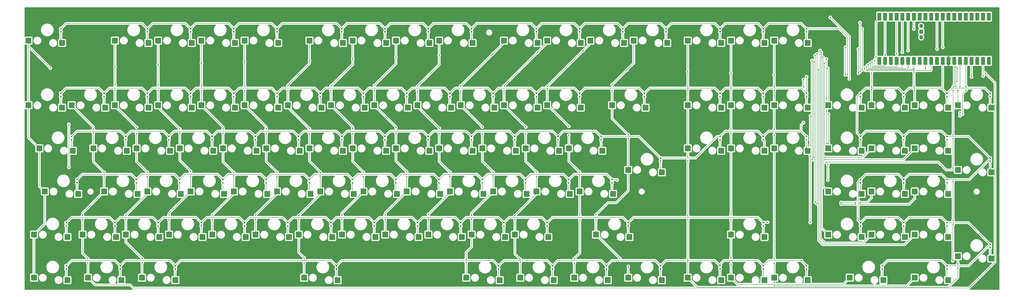
<source format=gbr>
%TF.GenerationSoftware,KiCad,Pcbnew,8.0.8*%
%TF.CreationDate,2025-04-08T21:15:21+02:00*%
%TF.ProjectId,TP-Board-iso105,54502d42-6f61-4726-942d-69736f313035,rev?*%
%TF.SameCoordinates,Original*%
%TF.FileFunction,Copper,L2,Bot*%
%TF.FilePolarity,Positive*%
%FSLAX46Y46*%
G04 Gerber Fmt 4.6, Leading zero omitted, Abs format (unit mm)*
G04 Created by KiCad (PCBNEW 8.0.8) date 2025-04-08 21:15:21*
%MOMM*%
%LPD*%
G01*
G04 APERTURE LIST*
G04 Aperture macros list*
%AMRoundRect*
0 Rectangle with rounded corners*
0 $1 Rounding radius*
0 $2 $3 $4 $5 $6 $7 $8 $9 X,Y pos of 4 corners*
0 Add a 4 corners polygon primitive as box body*
4,1,4,$2,$3,$4,$5,$6,$7,$8,$9,$2,$3,0*
0 Add four circle primitives for the rounded corners*
1,1,$1+$1,$2,$3*
1,1,$1+$1,$4,$5*
1,1,$1+$1,$6,$7*
1,1,$1+$1,$8,$9*
0 Add four rect primitives between the rounded corners*
20,1,$1+$1,$2,$3,$4,$5,0*
20,1,$1+$1,$4,$5,$6,$7,0*
20,1,$1+$1,$6,$7,$8,$9,0*
20,1,$1+$1,$8,$9,$2,$3,0*%
G04 Aperture macros list end*
%TA.AperFunction,SMDPad,CuDef*%
%ADD10R,2.550000X2.550000*%
%TD*%
%TA.AperFunction,SMDPad,CuDef*%
%ADD11RoundRect,0.150000X0.200000X-0.150000X0.200000X0.150000X-0.200000X0.150000X-0.200000X-0.150000X0*%
%TD*%
%TA.AperFunction,ComponentPad*%
%ADD12O,1.700000X1.700000*%
%TD*%
%TA.AperFunction,SMDPad,CuDef*%
%ADD13R,1.700000X3.500000*%
%TD*%
%TA.AperFunction,ComponentPad*%
%ADD14R,1.700000X1.700000*%
%TD*%
%TA.AperFunction,ViaPad*%
%ADD15C,0.600000*%
%TD*%
%TA.AperFunction,Conductor*%
%ADD16C,0.200000*%
%TD*%
G04 APERTURE END LIST*
D10*
%TO.P,SW26,1,1*%
%TO.N,COL9*%
X201275000Y-71375000D03*
%TO.P,SW26,2,2*%
%TO.N,Net-(D26-A)*%
X216025000Y-72425000D03*
%TD*%
%TO.P,SW71,1,1*%
%TO.N,COL12*%
X272712500Y-109475000D03*
%TO.P,SW71,2,2*%
%TO.N,Net-(D71-A)*%
X287462500Y-110525000D03*
%TD*%
%TO.P,SW67,1,1*%
%TO.N,COL8*%
X196512500Y-109475000D03*
%TO.P,SW67,2,2*%
%TO.N,Net-(D67-A)*%
X211262500Y-110525000D03*
%TD*%
%TO.P,SW42,1,1*%
%TO.N,COL4*%
X115550000Y-90425000D03*
%TO.P,SW42,2,2*%
%TO.N,Net-(D42-A)*%
X130300000Y-91475000D03*
%TD*%
%TO.P,SW66,1,1*%
%TO.N,COL7*%
X177462500Y-109475000D03*
%TO.P,SW66,2,2*%
%TO.N,Net-(D66-A)*%
X192212500Y-110525000D03*
%TD*%
%TO.P,SW21,1,1*%
%TO.N,COL4*%
X106025000Y-71375000D03*
%TO.P,SW21,2,2*%
%TO.N,Net-(D21-A)*%
X120775000Y-72425000D03*
%TD*%
%TO.P,SW16,1,1*%
%TO.N,COL16*%
X358437500Y-42800000D03*
%TO.P,SW16,2,2*%
%TO.N,Net-(D16-A)*%
X373187500Y-43850000D03*
%TD*%
%TO.P,SW76,1,1*%
%TO.N,COL1*%
X53637500Y-128525000D03*
%TO.P,SW76,2,2*%
%TO.N,Net-(D76-A)*%
X68387500Y-129575000D03*
%TD*%
%TO.P,SW58,1,1*%
%TO.N,COL7*%
X439400000Y-99950000D03*
%TO.P,SW58,2,2*%
%TO.N,Net-(D58-A)*%
X454150000Y-101000000D03*
%TD*%
%TO.P,SW88,1,1*%
%TO.N,COL15*%
X339387500Y-128525000D03*
%TO.P,SW88,2,2*%
%TO.N,Net-(D88-A)*%
X354137500Y-129575000D03*
%TD*%
%TO.P,SW50,1,1*%
%TO.N,COL12*%
X267950000Y-90425000D03*
%TO.P,SW50,2,2*%
%TO.N,Net-(D50-A)*%
X282700000Y-91475000D03*
%TD*%
%TO.P,SW87,1,1*%
%TO.N,COL13*%
X279856250Y-128525000D03*
%TO.P,SW87,2,2*%
%TO.N,Net-(D87-A)*%
X294606250Y-129575000D03*
%TD*%
%TO.P,SW57,1,1*%
%TO.N,COL6*%
X420350000Y-90425000D03*
%TO.P,SW57,2,2*%
%TO.N,Net-(D57-A)*%
X435100000Y-91475000D03*
%TD*%
%TO.P,SW34,1,1*%
%TO.N,COL0*%
X382250000Y-71375000D03*
%TO.P,SW34,2,2*%
%TO.N,Net-(D34-A)*%
X397000000Y-72425000D03*
%TD*%
%TO.P,SW14,1,1*%
%TO.N,COL14*%
X320337500Y-42800000D03*
%TO.P,SW14,2,2*%
%TO.N,Net-(D14-A)*%
X335087500Y-43850000D03*
%TD*%
%TO.P,SW22,1,1*%
%TO.N,COL5*%
X125075000Y-71375000D03*
%TO.P,SW22,2,2*%
%TO.N,Net-(D22-A)*%
X139825000Y-72425000D03*
%TD*%
%TO.P,SW11,1,1*%
%TO.N,COL11*%
X258425000Y-42800000D03*
%TO.P,SW11,2,2*%
%TO.N,Net-(D11-A)*%
X273175000Y-43850000D03*
%TD*%
%TO.P,SW12,1,1*%
%TO.N,COL12*%
X277475000Y-42800000D03*
%TO.P,SW12,2,2*%
%TO.N,Net-(D12-A)*%
X292225000Y-43850000D03*
%TD*%
%TO.P,SW94,1,1*%
%TO.N,COL1*%
X56018750Y-147575000D03*
%TO.P,SW94,2,2*%
%TO.N,Net-(D94-A)*%
X70768750Y-148625000D03*
%TD*%
%TO.P,SW55,1,1*%
%TO.N,COL4*%
X382250000Y-90425000D03*
%TO.P,SW55,2,2*%
%TO.N,Net-(D55-A)*%
X397000000Y-91475000D03*
%TD*%
%TO.P,SW83,1,1*%
%TO.N,COL8*%
X186987500Y-128525000D03*
%TO.P,SW83,2,2*%
%TO.N,Net-(D83-A)*%
X201737500Y-129575000D03*
%TD*%
%TO.P,SW5,1,1*%
%TO.N,COL5*%
X125075000Y-42800000D03*
%TO.P,SW5,2,2*%
%TO.N,Net-(D5-A)*%
X139825000Y-43850000D03*
%TD*%
%TO.P,SW73,1,1*%
%TO.N,COL9*%
X401300000Y-109475000D03*
%TO.P,SW73,2,2*%
%TO.N,Net-(D73-A)*%
X416050000Y-110525000D03*
%TD*%
%TO.P,SW8,1,1*%
%TO.N,COL8*%
X191750000Y-42800000D03*
%TO.P,SW8,2,2*%
%TO.N,Net-(D8-A)*%
X206500000Y-43850000D03*
%TD*%
%TO.P,SW86,1,1*%
%TO.N,COL11*%
X244137500Y-128525000D03*
%TO.P,SW86,2,2*%
%TO.N,Net-(D86-A)*%
X258887500Y-129575000D03*
%TD*%
%TO.P,SW45,1,1*%
%TO.N,COL7*%
X172700000Y-90425000D03*
%TO.P,SW45,2,2*%
%TO.N,Net-(D45-A)*%
X187450000Y-91475000D03*
%TD*%
%TO.P,SW91,1,1*%
%TO.N,COL13*%
X420350000Y-128525000D03*
%TO.P,SW91,2,2*%
%TO.N,Net-(D91-A)*%
X435100000Y-129575000D03*
%TD*%
%TO.P,SW90,1,1*%
%TO.N,COL12*%
X401300000Y-128525000D03*
%TO.P,SW90,2,2*%
%TO.N,Net-(D90-A)*%
X416050000Y-129575000D03*
%TD*%
%TO.P,SW92,1,1*%
%TO.N,COL14*%
X439400000Y-138050000D03*
%TO.P,SW92,2,2*%
%TO.N,Net-(D92-A)*%
X454150000Y-139100000D03*
%TD*%
%TO.P,SW98,1,1*%
%TO.N,COL11*%
X246518750Y-147575000D03*
%TO.P,SW98,2,2*%
%TO.N,Net-(D98-A)*%
X261268750Y-148625000D03*
%TD*%
%TO.P,SW37,1,1*%
%TO.N,COL3*%
X439400000Y-71375000D03*
%TO.P,SW37,2,2*%
%TO.N,Net-(D37-A)*%
X454150000Y-72425000D03*
%TD*%
%TO.P,SW62,1,1*%
%TO.N,COL3*%
X101262500Y-109475000D03*
%TO.P,SW62,2,2*%
%TO.N,Net-(D62-A)*%
X116012500Y-110525000D03*
%TD*%
%TO.P,SW7,1,1*%
%TO.N,COL7*%
X172700000Y-42800000D03*
%TO.P,SW7,2,2*%
%TO.N,Net-(D7-A)*%
X187450000Y-43850000D03*
%TD*%
%TO.P,SW3,1,1*%
%TO.N,COL3*%
X86975000Y-42800000D03*
%TO.P,SW3,2,2*%
%TO.N,Net-(D3-A)*%
X101725000Y-43850000D03*
%TD*%
%TO.P,SW65,1,1*%
%TO.N,COL6*%
X158412500Y-109475000D03*
%TO.P,SW65,2,2*%
%TO.N,Net-(D65-A)*%
X173162500Y-110525000D03*
%TD*%
%TO.P,SW46,1,1*%
%TO.N,COL8*%
X191750000Y-90425000D03*
%TO.P,SW46,2,2*%
%TO.N,Net-(D46-A)*%
X206500000Y-91475000D03*
%TD*%
%TO.P,SW49,1,1*%
%TO.N,COL11*%
X248900000Y-90425000D03*
%TO.P,SW49,2,2*%
%TO.N,Net-(D49-A)*%
X263650000Y-91475000D03*
%TD*%
%TO.P,SW33,1,1*%
%TO.N,COL16*%
X358437500Y-71375000D03*
%TO.P,SW33,2,2*%
%TO.N,Net-(D33-A)*%
X373187500Y-72425000D03*
%TD*%
%TO.P,SW103,1,1*%
%TO.N,COL16*%
X358437500Y-147575000D03*
%TO.P,SW103,2,2*%
%TO.N,Net-(D103-A)*%
X373187500Y-148625000D03*
%TD*%
%TO.P,SW63,1,1*%
%TO.N,COL4*%
X120312500Y-109475000D03*
%TO.P,SW63,2,2*%
%TO.N,Net-(D63-A)*%
X135062500Y-110525000D03*
%TD*%
%TO.P,SW43,1,1*%
%TO.N,COL5*%
X134600000Y-90425000D03*
%TO.P,SW43,2,2*%
%TO.N,Net-(D43-A)*%
X149350000Y-91475000D03*
%TD*%
%TO.P,SW53,1,1*%
%TO.N,COL15*%
X339387500Y-90425000D03*
%TO.P,SW53,2,2*%
%TO.N,Net-(D53-A)*%
X354137500Y-91475000D03*
%TD*%
%TO.P,SW61,1,1*%
%TO.N,COL2*%
X82212500Y-109475000D03*
%TO.P,SW61,2,2*%
%TO.N,Net-(D61-A)*%
X96962500Y-110525000D03*
%TD*%
%TO.P,SW36,1,1*%
%TO.N,COL2*%
X420350000Y-71375000D03*
%TO.P,SW36,2,2*%
%TO.N,Net-(D36-A)*%
X435100000Y-72425000D03*
%TD*%
%TO.P,SW35,1,1*%
%TO.N,COL1*%
X401300000Y-71375000D03*
%TO.P,SW35,2,2*%
%TO.N,Net-(D35-A)*%
X416050000Y-72425000D03*
%TD*%
%TO.P,SW25,1,1*%
%TO.N,COL8*%
X182225000Y-71375000D03*
%TO.P,SW25,2,2*%
%TO.N,Net-(D25-A)*%
X196975000Y-72425000D03*
%TD*%
%TO.P,SW97,1,1*%
%TO.N,COL10*%
X222706250Y-147575000D03*
%TO.P,SW97,2,2*%
%TO.N,Net-(D97-A)*%
X237456250Y-148625000D03*
%TD*%
%TO.P,SW93,1,1*%
%TO.N,COL0*%
X32206250Y-147575000D03*
%TO.P,SW93,2,2*%
%TO.N,Net-(D93-A)*%
X46956250Y-148625000D03*
%TD*%
%TO.P,SW39,1,1*%
%TO.N,COL1*%
X58400000Y-90425000D03*
%TO.P,SW39,2,2*%
%TO.N,Net-(D39-A)*%
X73150000Y-91475000D03*
%TD*%
%TO.P,SW31,1,1*%
%TO.N,COL14*%
X320337500Y-71375000D03*
%TO.P,SW31,2,2*%
%TO.N,Net-(D31-A)*%
X335087500Y-72425000D03*
%TD*%
%TO.P,SW47,1,1*%
%TO.N,COL9*%
X210800000Y-90425000D03*
%TO.P,SW47,2,2*%
%TO.N,Net-(D47-A)*%
X225550000Y-91475000D03*
%TD*%
%TO.P,SW60,1,1*%
%TO.N,COL1*%
X63162500Y-109475000D03*
%TO.P,SW60,2,2*%
%TO.N,Net-(D60-A)*%
X77912500Y-110525000D03*
%TD*%
%TO.P,SW29,1,1*%
%TO.N,COL12*%
X258425000Y-71375000D03*
%TO.P,SW29,2,2*%
%TO.N,Net-(D29-A)*%
X273175000Y-72425000D03*
%TD*%
%TO.P,SW6,1,1*%
%TO.N,COL6*%
X153650000Y-42800000D03*
%TO.P,SW6,2,2*%
%TO.N,Net-(D6-A)*%
X168400000Y-43850000D03*
%TD*%
%TO.P,SW13,1,1*%
%TO.N,COL13*%
X296525000Y-42800000D03*
%TO.P,SW13,2,2*%
%TO.N,Net-(D13-A)*%
X311275000Y-43850000D03*
%TD*%
%TO.P,SW17,1,1*%
%TO.N,COL0*%
X29825000Y-71375000D03*
%TO.P,SW17,2,2*%
%TO.N,Net-(D17-A)*%
X44575000Y-72425000D03*
%TD*%
%TO.P,SW105,1,1*%
%TO.N,COL16*%
X420350000Y-147575000D03*
%TO.P,SW105,2,2*%
%TO.N,Net-(D105-A)*%
X435100000Y-148625000D03*
%TD*%
%TO.P,SW18,1,1*%
%TO.N,COL1*%
X48875000Y-71375000D03*
%TO.P,SW18,2,2*%
%TO.N,Net-(D18-A)*%
X63625000Y-72425000D03*
%TD*%
%TO.P,SW54,1,1*%
%TO.N,COL16*%
X358437500Y-90425000D03*
%TO.P,SW54,2,2*%
%TO.N,Net-(D54-A)*%
X373187500Y-91475000D03*
%TD*%
%TO.P,SW69,1,1*%
%TO.N,COL10*%
X234612500Y-109475000D03*
%TO.P,SW69,2,2*%
%TO.N,Net-(D69-A)*%
X249362500Y-110525000D03*
%TD*%
%TO.P,SW79,1,1*%
%TO.N,COL4*%
X110787500Y-128525000D03*
%TO.P,SW79,2,2*%
%TO.N,Net-(D79-A)*%
X125537500Y-129575000D03*
%TD*%
%TO.P,SW74,1,1*%
%TO.N,COL10*%
X420350000Y-109475000D03*
%TO.P,SW74,2,2*%
%TO.N,Net-(D74-A)*%
X435100000Y-110525000D03*
%TD*%
%TO.P,SW75,1,1*%
%TO.N,COL0*%
X32206250Y-128525000D03*
%TO.P,SW75,2,2*%
%TO.N,Net-(D75-A)*%
X46956250Y-129575000D03*
%TD*%
%TO.P,SW51,1,1*%
%TO.N,COL13*%
X294143750Y-99950000D03*
%TO.P,SW51,2,2*%
%TO.N,Net-(D51-A)*%
X308893750Y-101000000D03*
%TD*%
%TO.P,SW20,1,1*%
%TO.N,COL3*%
X86975000Y-71375000D03*
%TO.P,SW20,2,2*%
%TO.N,Net-(D20-A)*%
X101725000Y-72425000D03*
%TD*%
%TO.P,SW64,1,1*%
%TO.N,COL5*%
X139362500Y-109475000D03*
%TO.P,SW64,2,2*%
%TO.N,Net-(D64-A)*%
X154112500Y-110525000D03*
%TD*%
%TO.P,SW38,1,1*%
%TO.N,COL0*%
X34587500Y-90425000D03*
%TO.P,SW38,2,2*%
%TO.N,Net-(D38-A)*%
X49337500Y-91475000D03*
%TD*%
%TO.P,SW24,1,1*%
%TO.N,COL7*%
X163175000Y-71375000D03*
%TO.P,SW24,2,2*%
%TO.N,Net-(D24-A)*%
X177925000Y-72425000D03*
%TD*%
%TO.P,SW89,1,1*%
%TO.N,COL11*%
X382250000Y-128525000D03*
%TO.P,SW89,2,2*%
%TO.N,Net-(D89-A)*%
X397000000Y-129575000D03*
%TD*%
%TO.P,SW10,1,1*%
%TO.N,COL10*%
X239375000Y-42800000D03*
%TO.P,SW10,2,2*%
%TO.N,Net-(D10-A)*%
X254125000Y-43850000D03*
%TD*%
%TO.P,SW84,1,1*%
%TO.N,COL9*%
X206037500Y-128525000D03*
%TO.P,SW84,2,2*%
%TO.N,Net-(D84-A)*%
X220787500Y-129575000D03*
%TD*%
%TO.P,SW28,1,1*%
%TO.N,COL11*%
X239375000Y-71375000D03*
%TO.P,SW28,2,2*%
%TO.N,Net-(D28-A)*%
X254125000Y-72425000D03*
%TD*%
%TO.P,SW82,1,1*%
%TO.N,COL7*%
X167937500Y-128525000D03*
%TO.P,SW82,2,2*%
%TO.N,Net-(D82-A)*%
X182687500Y-129575000D03*
%TD*%
%TO.P,SW48,1,1*%
%TO.N,COL10*%
X229850000Y-90425000D03*
%TO.P,SW48,2,2*%
%TO.N,Net-(D48-A)*%
X244600000Y-91475000D03*
%TD*%
%TO.P,SW70,1,1*%
%TO.N,COL11*%
X253662500Y-109475000D03*
%TO.P,SW70,2,2*%
%TO.N,Net-(D70-A)*%
X268412500Y-110525000D03*
%TD*%
%TO.P,SW102,1,1*%
%TO.N,COL15*%
X339387500Y-147575000D03*
%TO.P,SW102,2,2*%
%TO.N,Net-(D102-A)*%
X354137500Y-148625000D03*
%TD*%
%TO.P,SW44,1,1*%
%TO.N,COL6*%
X153650000Y-90425000D03*
%TO.P,SW44,2,2*%
%TO.N,Net-(D44-A)*%
X168400000Y-91475000D03*
%TD*%
%TO.P,SW27,1,1*%
%TO.N,COL10*%
X220325000Y-71375000D03*
%TO.P,SW27,2,2*%
%TO.N,Net-(D27-A)*%
X235075000Y-72425000D03*
%TD*%
%TO.P,SW95,1,1*%
%TO.N,COL2*%
X79831250Y-147575000D03*
%TO.P,SW95,2,2*%
%TO.N,Net-(D95-A)*%
X94581250Y-148625000D03*
%TD*%
%TO.P,SW68,1,1*%
%TO.N,COL9*%
X215562500Y-109475000D03*
%TO.P,SW68,2,2*%
%TO.N,Net-(D68-A)*%
X230312500Y-110525000D03*
%TD*%
%TO.P,SW104,1,1*%
%TO.N,COL15*%
X391775000Y-147575000D03*
%TO.P,SW104,2,2*%
%TO.N,Net-(D104-A)*%
X406525000Y-148625000D03*
%TD*%
%TO.P,SW78,1,1*%
%TO.N,COL3*%
X91737500Y-128525000D03*
%TO.P,SW78,2,2*%
%TO.N,Net-(D78-A)*%
X106487500Y-129575000D03*
%TD*%
%TO.P,SW23,1,1*%
%TO.N,COL6*%
X144125000Y-71375000D03*
%TO.P,SW23,2,2*%
%TO.N,Net-(D23-A)*%
X158875000Y-72425000D03*
%TD*%
%TO.P,SW77,1,1*%
%TO.N,COL2*%
X72687500Y-128525000D03*
%TO.P,SW77,2,2*%
%TO.N,Net-(D77-A)*%
X87437500Y-129575000D03*
%TD*%
%TO.P,SW4,1,1*%
%TO.N,COL4*%
X106025000Y-42800000D03*
%TO.P,SW4,2,2*%
%TO.N,Net-(D4-A)*%
X120775000Y-43850000D03*
%TD*%
%TO.P,SW96,1,1*%
%TO.N,COL6*%
X151268750Y-147575000D03*
%TO.P,SW96,2,2*%
%TO.N,Net-(D96-A)*%
X166018750Y-148625000D03*
%TD*%
%TO.P,SW40,1,1*%
%TO.N,COL2*%
X77450000Y-90425000D03*
%TO.P,SW40,2,2*%
%TO.N,Net-(D40-A)*%
X92200000Y-91475000D03*
%TD*%
%TO.P,SW9,1,1*%
%TO.N,COL9*%
X210800000Y-42800000D03*
%TO.P,SW9,2,2*%
%TO.N,Net-(D9-A)*%
X225550000Y-43850000D03*
%TD*%
%TO.P,SW56,1,1*%
%TO.N,COL5*%
X401300000Y-90425000D03*
%TO.P,SW56,2,2*%
%TO.N,Net-(D56-A)*%
X416050000Y-91475000D03*
%TD*%
%TO.P,SW19,1,1*%
%TO.N,COL2*%
X67925000Y-71375000D03*
%TO.P,SW19,2,2*%
%TO.N,Net-(D19-A)*%
X82675000Y-72425000D03*
%TD*%
%TO.P,SW81,1,1*%
%TO.N,COL6*%
X148887500Y-128525000D03*
%TO.P,SW81,2,2*%
%TO.N,Net-(D81-A)*%
X163637500Y-129575000D03*
%TD*%
%TO.P,SW30,1,1*%
%TO.N,COL13*%
X287000000Y-71375000D03*
%TO.P,SW30,2,2*%
%TO.N,Net-(D30-A)*%
X301750000Y-72425000D03*
%TD*%
%TO.P,SW100,1,1*%
%TO.N,COL13*%
X294143750Y-147575000D03*
%TO.P,SW100,2,2*%
%TO.N,Net-(D100-A)*%
X308893750Y-148625000D03*
%TD*%
%TO.P,SW72,1,1*%
%TO.N,COL8*%
X382250000Y-109475000D03*
%TO.P,SW72,2,2*%
%TO.N,Net-(D72-A)*%
X397000000Y-110525000D03*
%TD*%
%TO.P,SW80,1,1*%
%TO.N,COL5*%
X129837500Y-128525000D03*
%TO.P,SW80,2,2*%
%TO.N,Net-(D80-A)*%
X144587500Y-129575000D03*
%TD*%
%TO.P,SW101,1,1*%
%TO.N,COL14*%
X320337500Y-147575000D03*
%TO.P,SW101,2,2*%
%TO.N,Net-(D101-A)*%
X335087500Y-148625000D03*
%TD*%
%TO.P,SW15,1,1*%
%TO.N,COL15*%
X339387500Y-42800000D03*
%TO.P,SW15,2,2*%
%TO.N,Net-(D15-A)*%
X354137500Y-43850000D03*
%TD*%
%TO.P,SW2,1,1*%
%TO.N,COL2*%
X67925000Y-42800000D03*
%TO.P,SW2,2,2*%
%TO.N,Net-(D2-A)*%
X82675000Y-43850000D03*
%TD*%
%TO.P,SW59,1,1*%
%TO.N,COL0*%
X36968750Y-109475000D03*
%TO.P,SW59,2,2*%
%TO.N,Net-(D59-A)*%
X51718750Y-110525000D03*
%TD*%
%TO.P,SW1,1,1*%
%TO.N,COL0*%
X29825000Y-42800000D03*
%TO.P,SW1,2,2*%
%TO.N,Net-(D1-A)*%
X44575000Y-43850000D03*
%TD*%
%TO.P,SW99,1,1*%
%TO.N,COL12*%
X270331250Y-147575000D03*
%TO.P,SW99,2,2*%
%TO.N,Net-(D99-A)*%
X285081250Y-148625000D03*
%TD*%
%TO.P,SW41,1,1*%
%TO.N,COL3*%
X96500000Y-90425000D03*
%TO.P,SW41,2,2*%
%TO.N,Net-(D41-A)*%
X111250000Y-91475000D03*
%TD*%
%TO.P,SW32,1,1*%
%TO.N,COL15*%
X339387500Y-71375000D03*
%TO.P,SW32,2,2*%
%TO.N,Net-(D32-A)*%
X354137500Y-72425000D03*
%TD*%
%TO.P,SW85,1,1*%
%TO.N,COL10*%
X225087500Y-128525000D03*
%TO.P,SW85,2,2*%
%TO.N,Net-(D85-A)*%
X239837500Y-129575000D03*
%TD*%
%TO.P,SW52,1,1*%
%TO.N,COL14*%
X320337500Y-90425000D03*
%TO.P,SW52,2,2*%
%TO.N,Net-(D52-A)*%
X335087500Y-91475000D03*
%TD*%
D11*
%TO.P,D15,1,K*%
%TO.N,ROW0*%
X353618750Y-37525000D03*
%TO.P,D15,2,A*%
%TO.N,Net-(D15-A)*%
X353618750Y-38925000D03*
%TD*%
%TO.P,D75,1,K*%
%TO.N,ROW4*%
X46437500Y-123250000D03*
%TO.P,D75,2,A*%
%TO.N,Net-(D75-A)*%
X46437500Y-124650000D03*
%TD*%
%TO.P,D63,1,K*%
%TO.N,ROW3*%
X134543750Y-104200000D03*
%TO.P,D63,2,A*%
%TO.N,Net-(D63-A)*%
X134543750Y-105600000D03*
%TD*%
%TO.P,D28,1,K*%
%TO.N,ROW1*%
X253606250Y-66100000D03*
%TO.P,D28,2,A*%
%TO.N,Net-(D28-A)*%
X253606250Y-67500000D03*
%TD*%
%TO.P,D3,1,K*%
%TO.N,ROW0*%
X101206250Y-37525000D03*
%TO.P,D3,2,A*%
%TO.N,Net-(D3-A)*%
X101206250Y-38925000D03*
%TD*%
%TO.P,D76,1,K*%
%TO.N,ROW4*%
X67868750Y-123250000D03*
%TO.P,D76,2,A*%
%TO.N,Net-(D76-A)*%
X67868750Y-124650000D03*
%TD*%
%TO.P,D29,1,K*%
%TO.N,ROW1*%
X272656250Y-66100000D03*
%TO.P,D29,2,A*%
%TO.N,Net-(D29-A)*%
X272656250Y-67500000D03*
%TD*%
%TO.P,D27,1,K*%
%TO.N,ROW1*%
X234556250Y-66100000D03*
%TO.P,D27,2,A*%
%TO.N,Net-(D27-A)*%
X234556250Y-67500000D03*
%TD*%
%TO.P,D62,1,K*%
%TO.N,ROW3*%
X115493750Y-104200000D03*
%TO.P,D62,2,A*%
%TO.N,Net-(D62-A)*%
X115493750Y-105600000D03*
%TD*%
%TO.P,D77,1,K*%
%TO.N,ROW4*%
X86918750Y-123250000D03*
%TO.P,D77,2,A*%
%TO.N,Net-(D77-A)*%
X86918750Y-124650000D03*
%TD*%
%TO.P,D35,1,K*%
%TO.N,ROW6*%
X415531250Y-66100000D03*
%TO.P,D35,2,A*%
%TO.N,Net-(D35-A)*%
X415531250Y-67500000D03*
%TD*%
%TO.P,D17,1,K*%
%TO.N,ROW1*%
X44056250Y-66100000D03*
%TO.P,D17,2,A*%
%TO.N,Net-(D17-A)*%
X44056250Y-67500000D03*
%TD*%
%TO.P,D101,1,K*%
%TO.N,ROW5*%
X334568750Y-142300000D03*
%TO.P,D101,2,A*%
%TO.N,Net-(D101-A)*%
X334568750Y-143700000D03*
%TD*%
%TO.P,D37,1,K*%
%TO.N,ROW6*%
X453631250Y-66100000D03*
%TO.P,D37,2,A*%
%TO.N,Net-(D37-A)*%
X453631250Y-67500000D03*
%TD*%
%TO.P,D14,1,K*%
%TO.N,ROW0*%
X334568750Y-37525000D03*
%TO.P,D14,2,A*%
%TO.N,Net-(D14-A)*%
X334568750Y-38925000D03*
%TD*%
%TO.P,D4,1,K*%
%TO.N,ROW0*%
X120256250Y-37525000D03*
%TO.P,D4,2,A*%
%TO.N,Net-(D4-A)*%
X120256250Y-38925000D03*
%TD*%
%TO.P,D59,1,K*%
%TO.N,ROW3*%
X51200000Y-104200000D03*
%TO.P,D59,2,A*%
%TO.N,Net-(D59-A)*%
X51200000Y-105600000D03*
%TD*%
%TO.P,D83,1,K*%
%TO.N,ROW4*%
X201218750Y-123250000D03*
%TO.P,D83,2,A*%
%TO.N,Net-(D83-A)*%
X201218750Y-124650000D03*
%TD*%
%TO.P,D105,1,K*%
%TO.N,ROW6*%
X434581250Y-142300000D03*
%TO.P,D105,2,A*%
%TO.N,Net-(D105-A)*%
X434581250Y-143700000D03*
%TD*%
%TO.P,D91,1,K*%
%TO.N,ROW6*%
X434581250Y-123250000D03*
%TO.P,D91,2,A*%
%TO.N,Net-(D91-A)*%
X434581250Y-124650000D03*
%TD*%
%TO.P,D64,1,K*%
%TO.N,ROW3*%
X153593750Y-104200000D03*
%TO.P,D64,2,A*%
%TO.N,Net-(D64-A)*%
X153593750Y-105600000D03*
%TD*%
%TO.P,D72,1,K*%
%TO.N,ROW6*%
X396481250Y-104200000D03*
%TO.P,D72,2,A*%
%TO.N,Net-(D72-A)*%
X396481250Y-105600000D03*
%TD*%
%TO.P,D99,1,K*%
%TO.N,ROW5*%
X284562500Y-142300000D03*
%TO.P,D99,2,A*%
%TO.N,Net-(D99-A)*%
X284562500Y-143700000D03*
%TD*%
%TO.P,D6,1,K*%
%TO.N,ROW0*%
X167881250Y-37525000D03*
%TO.P,D6,2,A*%
%TO.N,Net-(D6-A)*%
X167881250Y-38925000D03*
%TD*%
%TO.P,D25,1,K*%
%TO.N,ROW1*%
X196456250Y-66100000D03*
%TO.P,D25,2,A*%
%TO.N,Net-(D25-A)*%
X196456250Y-67500000D03*
%TD*%
%TO.P,D85,1,K*%
%TO.N,ROW4*%
X239318750Y-123250000D03*
%TO.P,D85,2,A*%
%TO.N,Net-(D85-A)*%
X239318750Y-124650000D03*
%TD*%
%TO.P,D11,1,K*%
%TO.N,ROW0*%
X272656250Y-37525000D03*
%TO.P,D11,2,A*%
%TO.N,Net-(D11-A)*%
X272656250Y-38925000D03*
%TD*%
%TO.P,D102,1,K*%
%TO.N,ROW5*%
X353618750Y-142300000D03*
%TO.P,D102,2,A*%
%TO.N,Net-(D102-A)*%
X353618750Y-143700000D03*
%TD*%
%TO.P,D100,1,K*%
%TO.N,ROW5*%
X308375000Y-142300000D03*
%TO.P,D100,2,A*%
%TO.N,Net-(D100-A)*%
X308375000Y-143700000D03*
%TD*%
%TO.P,D79,1,K*%
%TO.N,ROW4*%
X125018750Y-123250000D03*
%TO.P,D79,2,A*%
%TO.N,Net-(D79-A)*%
X125018750Y-124650000D03*
%TD*%
%TO.P,D69,1,K*%
%TO.N,ROW3*%
X248843750Y-104200000D03*
%TO.P,D69,2,A*%
%TO.N,Net-(D69-A)*%
X248843750Y-105600000D03*
%TD*%
%TO.P,D26,1,K*%
%TO.N,ROW1*%
X215506250Y-66100000D03*
%TO.P,D26,2,A*%
%TO.N,Net-(D26-A)*%
X215506250Y-67500000D03*
%TD*%
%TO.P,D18,1,K*%
%TO.N,ROW1*%
X63106250Y-66100000D03*
%TO.P,D18,2,A*%
%TO.N,Net-(D18-A)*%
X63106250Y-67500000D03*
%TD*%
%TO.P,D90,1,K*%
%TO.N,ROW6*%
X415531250Y-123250000D03*
%TO.P,D90,2,A*%
%TO.N,Net-(D90-A)*%
X415531250Y-124650000D03*
%TD*%
%TO.P,D66,1,K*%
%TO.N,ROW3*%
X191693750Y-104200000D03*
%TO.P,D66,2,A*%
%TO.N,Net-(D66-A)*%
X191693750Y-105600000D03*
%TD*%
%TO.P,D34,1,K*%
%TO.N,ROW6*%
X396481250Y-66100000D03*
%TO.P,D34,2,A*%
%TO.N,Net-(D34-A)*%
X396481250Y-67500000D03*
%TD*%
%TO.P,D58,1,K*%
%TO.N,ROW6*%
X453631250Y-94675000D03*
%TO.P,D58,2,A*%
%TO.N,Net-(D58-A)*%
X453631250Y-96075000D03*
%TD*%
%TO.P,D61,1,K*%
%TO.N,ROW3*%
X96443750Y-104200000D03*
%TO.P,D61,2,A*%
%TO.N,Net-(D61-A)*%
X96443750Y-105600000D03*
%TD*%
%TO.P,D36,1,K*%
%TO.N,ROW6*%
X434581250Y-66100000D03*
%TO.P,D36,2,A*%
%TO.N,Net-(D36-A)*%
X434581250Y-67500000D03*
%TD*%
%TO.P,D10,1,K*%
%TO.N,ROW0*%
X253606250Y-37525000D03*
%TO.P,D10,2,A*%
%TO.N,Net-(D10-A)*%
X253606250Y-38925000D03*
%TD*%
%TO.P,D38,1,K*%
%TO.N,ROW2*%
X48818750Y-85150000D03*
%TO.P,D38,2,A*%
%TO.N,Net-(D38-A)*%
X48818750Y-86550000D03*
%TD*%
D12*
%TO.P,U1,1,GPIO0*%
%TO.N,ROW0*%
X453035000Y-50870000D03*
D13*
X453035000Y-51770000D03*
D12*
%TO.P,U1,2,GPIO1*%
%TO.N,ROW1*%
X450495000Y-50870000D03*
D13*
X450495000Y-51770000D03*
D14*
%TO.P,U1,3,GND*%
%TO.N,unconnected-(U1-GND-Pad3)*%
X447955000Y-50870000D03*
D13*
X447955000Y-51770000D03*
D12*
%TO.P,U1,4,GPIO2*%
%TO.N,ROW2*%
X445415000Y-50870000D03*
D13*
X445415000Y-51770000D03*
D12*
%TO.P,U1,5,GPIO3*%
%TO.N,ROW3*%
X442875000Y-50870000D03*
D13*
X442875000Y-51770000D03*
D12*
%TO.P,U1,6,GPIO4*%
%TO.N,ROW4*%
X440335000Y-50870000D03*
D13*
X440335000Y-51770000D03*
D12*
%TO.P,U1,7,GPIO5*%
%TO.N,ROW5*%
X437795000Y-50870000D03*
D13*
X437795000Y-51770000D03*
D14*
%TO.P,U1,8,GND*%
%TO.N,GND*%
X435255000Y-50870000D03*
D13*
X435255000Y-51770000D03*
D12*
%TO.P,U1,9,GPIO6*%
%TO.N,ROW6*%
X432715000Y-50870000D03*
D13*
X432715000Y-51770000D03*
D12*
%TO.P,U1,10,GPIO7*%
%TO.N,ROW7*%
X430175000Y-50870000D03*
D13*
X430175000Y-51770000D03*
D12*
%TO.P,U1,11,GPIO8*%
%TO.N,COL0*%
X427635000Y-50870000D03*
D13*
X427635000Y-51770000D03*
D12*
%TO.P,U1,12,GPIO9*%
%TO.N,COL1*%
X425095000Y-50870000D03*
D13*
X425095000Y-51770000D03*
D14*
%TO.P,U1,13,GND*%
%TO.N,unconnected-(U1-GND-Pad13)*%
X422555000Y-50870000D03*
D13*
X422555000Y-51770000D03*
D12*
%TO.P,U1,14,GPIO10*%
%TO.N,COL2*%
X420015000Y-50870000D03*
D13*
X420015000Y-51770000D03*
D12*
%TO.P,U1,15,GPIO11*%
%TO.N,COL3*%
X417475000Y-50870000D03*
D13*
X417475000Y-51770000D03*
D12*
%TO.P,U1,16,GPIO12*%
%TO.N,COL4*%
X414935000Y-50870000D03*
D13*
X414935000Y-51770000D03*
D12*
%TO.P,U1,17,GPIO13*%
%TO.N,COL5*%
X412395000Y-50870000D03*
D13*
X412395000Y-51770000D03*
D14*
%TO.P,U1,18,GND*%
%TO.N,unconnected-(U1-GND-Pad18)*%
X409855000Y-50870000D03*
D13*
X409855000Y-51770000D03*
D12*
%TO.P,U1,19,GPIO14*%
%TO.N,COL6*%
X407315000Y-50870000D03*
D13*
X407315000Y-51770000D03*
D12*
%TO.P,U1,20,GPIO15*%
%TO.N,COL7*%
X404775000Y-50870000D03*
D13*
X404775000Y-51770000D03*
D12*
%TO.P,U1,21,GPIO16*%
%TO.N,COL8*%
X404775000Y-33090000D03*
D13*
X404775000Y-32190000D03*
D12*
%TO.P,U1,22,GPIO17*%
%TO.N,COL9*%
X407315000Y-33090000D03*
D13*
X407315000Y-32190000D03*
D14*
%TO.P,U1,23,GND*%
%TO.N,unconnected-(U1-GND-Pad23)*%
X409855000Y-33090000D03*
D13*
X409855000Y-32190000D03*
D12*
%TO.P,U1,24,GPIO18*%
%TO.N,COL10*%
X412395000Y-33090000D03*
D13*
X412395000Y-32190000D03*
D12*
%TO.P,U1,25,GPIO19*%
%TO.N,COL11*%
X414935000Y-33090000D03*
D13*
X414935000Y-32190000D03*
D12*
%TO.P,U1,26,GPIO20*%
%TO.N,COL12*%
X417475000Y-33090000D03*
D13*
X417475000Y-32190000D03*
D12*
%TO.P,U1,27,GPIO21*%
%TO.N,COL13*%
X420015000Y-33090000D03*
D13*
X420015000Y-32190000D03*
D14*
%TO.P,U1,28,GND*%
%TO.N,unconnected-(U1-GND-Pad28)*%
X422555000Y-33090000D03*
D13*
X422555000Y-32190000D03*
D12*
%TO.P,U1,29,GPIO22*%
%TO.N,COL14*%
X425095000Y-33090000D03*
D13*
X425095000Y-32190000D03*
D12*
%TO.P,U1,30,RUN*%
%TO.N,unconnected-(U1-RUN-Pad30)*%
X427635000Y-33090000D03*
D13*
X427635000Y-32190000D03*
D12*
%TO.P,U1,31,GPIO26_ADC0*%
%TO.N,COL15*%
X430175000Y-33090000D03*
D13*
X430175000Y-32190000D03*
D12*
%TO.P,U1,32,GPIO27_ADC1*%
%TO.N,COL16*%
X432715000Y-33090000D03*
D13*
X432715000Y-32190000D03*
D14*
%TO.P,U1,33,AGND*%
%TO.N,unconnected-(U1-AGND-Pad33)*%
X435255000Y-33090000D03*
D13*
X435255000Y-32190000D03*
D12*
%TO.P,U1,34,GPIO28_ADC2*%
%TO.N,unconnected-(U1-GPIO28_ADC2-Pad34)*%
X437795000Y-33090000D03*
D13*
X437795000Y-32190000D03*
D12*
%TO.P,U1,35,ADC_VREF*%
%TO.N,unconnected-(U1-ADC_VREF-Pad35)*%
X440335000Y-33090000D03*
D13*
X440335000Y-32190000D03*
D12*
%TO.P,U1,36,3V3*%
%TO.N,Net-(U1-3V3)*%
X442875000Y-33090000D03*
D13*
X442875000Y-32190000D03*
D12*
%TO.P,U1,37,3V3_EN*%
%TO.N,unconnected-(U1-3V3_EN-Pad37)*%
X445415000Y-33090000D03*
D13*
X445415000Y-32190000D03*
D14*
%TO.P,U1,38,GND*%
%TO.N,unconnected-(U1-GND-Pad38)*%
X447955000Y-33090000D03*
D13*
X447955000Y-32190000D03*
D12*
%TO.P,U1,39,VSYS*%
%TO.N,unconnected-(U1-VSYS-Pad39)*%
X450495000Y-33090000D03*
D13*
X450495000Y-32190000D03*
D12*
%TO.P,U1,40,VBUS*%
%TO.N,unconnected-(U1-VBUS-Pad40)*%
X453035000Y-33090000D03*
D13*
X453035000Y-32190000D03*
D12*
%TO.P,U1,41,SWCLK*%
%TO.N,unconnected-(U1-SWCLK-Pad41)*%
X423205000Y-41360000D03*
D14*
%TO.P,U1,42,GND*%
%TO.N,unconnected-(U1-GND-Pad42)*%
X423205000Y-38820000D03*
D12*
%TO.P,U1,43,SWDIO*%
%TO.N,unconnected-(U1-SWDIO-Pad43)*%
X423205000Y-36280000D03*
%TD*%
D11*
%TO.P,D82,1,K*%
%TO.N,ROW4*%
X182168750Y-123250000D03*
%TO.P,D82,2,A*%
%TO.N,Net-(D82-A)*%
X182168750Y-124650000D03*
%TD*%
%TO.P,D45,1,K*%
%TO.N,ROW2*%
X186931250Y-85150000D03*
%TO.P,D45,2,A*%
%TO.N,Net-(D45-A)*%
X186931250Y-86550000D03*
%TD*%
%TO.P,D41,1,K*%
%TO.N,ROW2*%
X110731250Y-85150000D03*
%TO.P,D41,2,A*%
%TO.N,Net-(D41-A)*%
X110731250Y-86550000D03*
%TD*%
%TO.P,D19,1,K*%
%TO.N,ROW1*%
X82156250Y-66100000D03*
%TO.P,D19,2,A*%
%TO.N,Net-(D19-A)*%
X82156250Y-67500000D03*
%TD*%
%TO.P,D44,1,K*%
%TO.N,ROW2*%
X167881250Y-85150000D03*
%TO.P,D44,2,A*%
%TO.N,Net-(D44-A)*%
X167881250Y-86550000D03*
%TD*%
%TO.P,D78,1,K*%
%TO.N,ROW4*%
X105968750Y-123250000D03*
%TO.P,D78,2,A*%
%TO.N,Net-(D78-A)*%
X105968750Y-124650000D03*
%TD*%
%TO.P,D74,1,K*%
%TO.N,ROW6*%
X434581250Y-104200000D03*
%TO.P,D74,2,A*%
%TO.N,Net-(D74-A)*%
X434581250Y-105600000D03*
%TD*%
%TO.P,D32,1,K*%
%TO.N,ROW1*%
X353618750Y-66100000D03*
%TO.P,D32,2,A*%
%TO.N,Net-(D32-A)*%
X353618750Y-67500000D03*
%TD*%
%TO.P,D48,1,K*%
%TO.N,ROW2*%
X244081250Y-85150000D03*
%TO.P,D48,2,A*%
%TO.N,Net-(D48-A)*%
X244081250Y-86550000D03*
%TD*%
%TO.P,D68,1,K*%
%TO.N,ROW3*%
X229793750Y-104200000D03*
%TO.P,D68,2,A*%
%TO.N,Net-(D68-A)*%
X229793750Y-105600000D03*
%TD*%
%TO.P,D94,1,K*%
%TO.N,ROW5*%
X70250000Y-142300000D03*
%TO.P,D94,2,A*%
%TO.N,Net-(D94-A)*%
X70250000Y-143700000D03*
%TD*%
%TO.P,D51,1,K*%
%TO.N,ROW2*%
X308375000Y-94675000D03*
%TO.P,D51,2,A*%
%TO.N,Net-(D51-A)*%
X308375000Y-96075000D03*
%TD*%
%TO.P,D87,1,K*%
%TO.N,ROW4*%
X294087500Y-123250000D03*
%TO.P,D87,2,A*%
%TO.N,Net-(D87-A)*%
X294087500Y-124650000D03*
%TD*%
%TO.P,D9,1,K*%
%TO.N,ROW0*%
X225031250Y-37525000D03*
%TO.P,D9,2,A*%
%TO.N,Net-(D9-A)*%
X225031250Y-38925000D03*
%TD*%
%TO.P,D71,1,K*%
%TO.N,ROW3*%
X286943750Y-104200000D03*
%TO.P,D71,2,A*%
%TO.N,Net-(D71-A)*%
X286943750Y-105600000D03*
%TD*%
%TO.P,D70,1,K*%
%TO.N,ROW3*%
X267893750Y-104200000D03*
%TO.P,D70,2,A*%
%TO.N,Net-(D70-A)*%
X267893750Y-105600000D03*
%TD*%
%TO.P,D89,1,K*%
%TO.N,ROW6*%
X396481250Y-123250000D03*
%TO.P,D89,2,A*%
%TO.N,Net-(D89-A)*%
X396481250Y-124650000D03*
%TD*%
%TO.P,D31,1,K*%
%TO.N,ROW1*%
X334568750Y-66100000D03*
%TO.P,D31,2,A*%
%TO.N,Net-(D31-A)*%
X334568750Y-67500000D03*
%TD*%
%TO.P,D55,1,K*%
%TO.N,ROW6*%
X396481250Y-85150000D03*
%TO.P,D55,2,A*%
%TO.N,Net-(D55-A)*%
X396481250Y-86550000D03*
%TD*%
%TO.P,D12,1,K*%
%TO.N,ROW0*%
X291706250Y-37525000D03*
%TO.P,D12,2,A*%
%TO.N,Net-(D12-A)*%
X291706250Y-38925000D03*
%TD*%
%TO.P,D52,1,K*%
%TO.N,ROW2*%
X334568750Y-85150000D03*
%TO.P,D52,2,A*%
%TO.N,Net-(D52-A)*%
X334568750Y-86550000D03*
%TD*%
%TO.P,D40,1,K*%
%TO.N,ROW2*%
X91681250Y-85150000D03*
%TO.P,D40,2,A*%
%TO.N,Net-(D40-A)*%
X91681250Y-86550000D03*
%TD*%
%TO.P,D8,1,K*%
%TO.N,ROW0*%
X205981250Y-37525000D03*
%TO.P,D8,2,A*%
%TO.N,Net-(D8-A)*%
X205981250Y-38925000D03*
%TD*%
%TO.P,D2,1,K*%
%TO.N,ROW0*%
X82156250Y-37525000D03*
%TO.P,D2,2,A*%
%TO.N,Net-(D2-A)*%
X82156250Y-38925000D03*
%TD*%
%TO.P,D13,1,K*%
%TO.N,ROW0*%
X310756250Y-37525000D03*
%TO.P,D13,2,A*%
%TO.N,Net-(D13-A)*%
X310756250Y-38925000D03*
%TD*%
%TO.P,D95,1,K*%
%TO.N,ROW5*%
X94500000Y-142300000D03*
%TO.P,D95,2,A*%
%TO.N,Net-(D95-A)*%
X94500000Y-143700000D03*
%TD*%
%TO.P,D104,1,K*%
%TO.N,ROW6*%
X406006250Y-142300000D03*
%TO.P,D104,2,A*%
%TO.N,Net-(D104-A)*%
X406006250Y-143700000D03*
%TD*%
%TO.P,D56,1,K*%
%TO.N,ROW6*%
X415531250Y-85150000D03*
%TO.P,D56,2,A*%
%TO.N,Net-(D56-A)*%
X415531250Y-86550000D03*
%TD*%
%TO.P,D81,1,K*%
%TO.N,ROW4*%
X163118750Y-123250000D03*
%TO.P,D81,2,A*%
%TO.N,Net-(D81-A)*%
X163118750Y-124650000D03*
%TD*%
%TO.P,D97,1,K*%
%TO.N,ROW5*%
X236937500Y-142300000D03*
%TO.P,D97,2,A*%
%TO.N,Net-(D97-A)*%
X236937500Y-143700000D03*
%TD*%
%TO.P,D5,1,K*%
%TO.N,ROW0*%
X139306250Y-37525000D03*
%TO.P,D5,2,A*%
%TO.N,Net-(D5-A)*%
X139306250Y-38925000D03*
%TD*%
%TO.P,D86,1,K*%
%TO.N,ROW4*%
X258368750Y-123250000D03*
%TO.P,D86,2,A*%
%TO.N,Net-(D86-A)*%
X258368750Y-124650000D03*
%TD*%
%TO.P,D24,1,K*%
%TO.N,ROW1*%
X177406250Y-66100000D03*
%TO.P,D24,2,A*%
%TO.N,Net-(D24-A)*%
X177406250Y-67500000D03*
%TD*%
%TO.P,D88,1,K*%
%TO.N,ROW4*%
X353618750Y-123250000D03*
%TO.P,D88,2,A*%
%TO.N,Net-(D88-A)*%
X353618750Y-124650000D03*
%TD*%
%TO.P,D84,1,K*%
%TO.N,ROW4*%
X220268750Y-123250000D03*
%TO.P,D84,2,A*%
%TO.N,Net-(D84-A)*%
X220268750Y-124650000D03*
%TD*%
%TO.P,D54,1,K*%
%TO.N,ROW2*%
X372668750Y-85150000D03*
%TO.P,D54,2,A*%
%TO.N,Net-(D54-A)*%
X372668750Y-86550000D03*
%TD*%
%TO.P,D98,1,K*%
%TO.N,ROW5*%
X260750000Y-142300000D03*
%TO.P,D98,2,A*%
%TO.N,Net-(D98-A)*%
X260750000Y-143700000D03*
%TD*%
%TO.P,D43,1,K*%
%TO.N,ROW2*%
X148831250Y-85150000D03*
%TO.P,D43,2,A*%
%TO.N,Net-(D43-A)*%
X148831250Y-86550000D03*
%TD*%
%TO.P,D33,1,K*%
%TO.N,ROW1*%
X372668750Y-66100000D03*
%TO.P,D33,2,A*%
%TO.N,Net-(D33-A)*%
X372668750Y-67500000D03*
%TD*%
%TO.P,D60,1,K*%
%TO.N,ROW3*%
X77393750Y-104200000D03*
%TO.P,D60,2,A*%
%TO.N,Net-(D60-A)*%
X77393750Y-105600000D03*
%TD*%
%TO.P,D49,1,K*%
%TO.N,ROW2*%
X263131250Y-85150000D03*
%TO.P,D49,2,A*%
%TO.N,Net-(D49-A)*%
X263131250Y-86550000D03*
%TD*%
%TO.P,D46,1,K*%
%TO.N,ROW2*%
X205981250Y-85150000D03*
%TO.P,D46,2,A*%
%TO.N,Net-(D46-A)*%
X205981250Y-86550000D03*
%TD*%
%TO.P,D65,1,K*%
%TO.N,ROW3*%
X172643750Y-104200000D03*
%TO.P,D65,2,A*%
%TO.N,Net-(D65-A)*%
X172643750Y-105600000D03*
%TD*%
%TO.P,D103,1,K*%
%TO.N,ROW5*%
X372668750Y-142300000D03*
%TO.P,D103,2,A*%
%TO.N,Net-(D103-A)*%
X372668750Y-143700000D03*
%TD*%
%TO.P,D7,1,K*%
%TO.N,ROW0*%
X186931250Y-37525000D03*
%TO.P,D7,2,A*%
%TO.N,Net-(D7-A)*%
X186931250Y-38925000D03*
%TD*%
%TO.P,D50,1,K*%
%TO.N,ROW2*%
X282181250Y-85150000D03*
%TO.P,D50,2,A*%
%TO.N,Net-(D50-A)*%
X282181250Y-86550000D03*
%TD*%
%TO.P,D23,1,K*%
%TO.N,ROW1*%
X158356250Y-66100000D03*
%TO.P,D23,2,A*%
%TO.N,Net-(D23-A)*%
X158356250Y-67500000D03*
%TD*%
%TO.P,D30,1,K*%
%TO.N,ROW1*%
X301231250Y-66100000D03*
%TO.P,D30,2,A*%
%TO.N,Net-(D30-A)*%
X301231250Y-67500000D03*
%TD*%
%TO.P,D20,1,K*%
%TO.N,ROW1*%
X101206250Y-66100000D03*
%TO.P,D20,2,A*%
%TO.N,Net-(D20-A)*%
X101206250Y-67500000D03*
%TD*%
%TO.P,D80,1,K*%
%TO.N,ROW4*%
X144068750Y-123250000D03*
%TO.P,D80,2,A*%
%TO.N,Net-(D80-A)*%
X144068750Y-124650000D03*
%TD*%
%TO.P,D16,1,K*%
%TO.N,ROW0*%
X372668750Y-37525000D03*
%TO.P,D16,2,A*%
%TO.N,Net-(D16-A)*%
X372668750Y-38925000D03*
%TD*%
%TO.P,D96,1,K*%
%TO.N,ROW5*%
X165500000Y-142300000D03*
%TO.P,D96,2,A*%
%TO.N,Net-(D96-A)*%
X165500000Y-143700000D03*
%TD*%
%TO.P,D93,1,K*%
%TO.N,ROW5*%
X46437500Y-142300000D03*
%TO.P,D93,2,A*%
%TO.N,Net-(D93-A)*%
X46437500Y-143700000D03*
%TD*%
%TO.P,D73,1,K*%
%TO.N,ROW6*%
X415531250Y-104200000D03*
%TO.P,D73,2,A*%
%TO.N,Net-(D73-A)*%
X415531250Y-105600000D03*
%TD*%
%TO.P,D22,1,K*%
%TO.N,ROW1*%
X139306250Y-66100000D03*
%TO.P,D22,2,A*%
%TO.N,Net-(D22-A)*%
X139306250Y-67500000D03*
%TD*%
%TO.P,D53,1,K*%
%TO.N,ROW2*%
X353618750Y-85150000D03*
%TO.P,D53,2,A*%
%TO.N,Net-(D53-A)*%
X353618750Y-86550000D03*
%TD*%
%TO.P,D1,1,K*%
%TO.N,ROW0*%
X44056250Y-37525000D03*
%TO.P,D1,2,A*%
%TO.N,Net-(D1-A)*%
X44056250Y-38925000D03*
%TD*%
%TO.P,D67,1,K*%
%TO.N,ROW3*%
X210743750Y-104200000D03*
%TO.P,D67,2,A*%
%TO.N,Net-(D67-A)*%
X210743750Y-105600000D03*
%TD*%
%TO.P,D47,1,K*%
%TO.N,ROW2*%
X225031250Y-85150000D03*
%TO.P,D47,2,A*%
%TO.N,Net-(D47-A)*%
X225031250Y-86550000D03*
%TD*%
%TO.P,D57,1,K*%
%TO.N,ROW6*%
X434581250Y-85150000D03*
%TO.P,D57,2,A*%
%TO.N,Net-(D57-A)*%
X434581250Y-86550000D03*
%TD*%
%TO.P,D21,1,K*%
%TO.N,ROW1*%
X120256250Y-66100000D03*
%TO.P,D21,2,A*%
%TO.N,Net-(D21-A)*%
X120256250Y-67500000D03*
%TD*%
%TO.P,D92,1,K*%
%TO.N,ROW6*%
X453631250Y-132775000D03*
%TO.P,D92,2,A*%
%TO.N,Net-(D92-A)*%
X453631250Y-134175000D03*
%TD*%
%TO.P,D42,1,K*%
%TO.N,ROW2*%
X129781250Y-85150000D03*
%TO.P,D42,2,A*%
%TO.N,Net-(D42-A)*%
X129781250Y-86550000D03*
%TD*%
%TO.P,D39,1,K*%
%TO.N,ROW2*%
X72631250Y-85150000D03*
%TO.P,D39,2,A*%
%TO.N,Net-(D39-A)*%
X72631250Y-86550000D03*
%TD*%
D15*
%TO.N,COL0*%
X382030000Y-55000000D03*
X398360000Y-55040000D03*
X39510000Y-55000000D03*
%TO.N,COL2*%
X420050000Y-63130000D03*
X82180000Y-100950000D03*
X72700000Y-121780000D03*
X77430000Y-83940000D03*
X79960000Y-139090000D03*
X420300000Y-64600000D03*
X68010000Y-62380000D03*
X82210000Y-102910000D03*
X420015000Y-55380000D03*
X399080000Y-54220000D03*
X67925000Y-54310000D03*
X67940000Y-64650000D03*
X72670000Y-119980000D03*
X79960000Y-140930000D03*
X77430000Y-81110000D03*
X420050000Y-56730000D03*
%TO.N,COL3*%
X399850000Y-53430000D03*
X438420000Y-54540000D03*
X438450000Y-63125000D03*
X87010000Y-64760000D03*
X101250000Y-100610000D03*
X101250000Y-102690000D03*
X87010000Y-62460000D03*
X439430000Y-64770000D03*
X86975000Y-53440000D03*
X91730000Y-122010000D03*
X96520000Y-83650000D03*
X96520000Y-81860000D03*
X91730000Y-119880000D03*
X417570000Y-54430000D03*
%TO.N,COL4*%
X400770000Y-52810000D03*
X115580000Y-83720000D03*
X115570000Y-81890000D03*
X110830000Y-121960000D03*
X106025000Y-52830000D03*
X106040000Y-64940000D03*
X380580000Y-52830000D03*
X120310000Y-102570000D03*
X106040000Y-62870000D03*
X110830000Y-119880000D03*
X120320000Y-101140000D03*
%TO.N,COL5*%
X139360000Y-100960000D03*
X125075000Y-52210000D03*
X125080000Y-62840000D03*
X401570000Y-52270000D03*
X129920000Y-119880000D03*
X134620000Y-83960000D03*
X125060000Y-64870000D03*
X375900000Y-52210000D03*
X134570000Y-81770000D03*
X380740000Y-94340000D03*
X375800000Y-94430000D03*
X129920000Y-121900000D03*
X139340000Y-102730000D03*
%TO.N,COL6*%
X153630000Y-81710000D03*
X144130000Y-64790000D03*
X148890000Y-120120000D03*
X151320000Y-141110000D03*
X375090000Y-51610000D03*
X151320000Y-138800000D03*
X144130000Y-62710000D03*
X380700000Y-95420000D03*
X375140000Y-95510000D03*
X153610000Y-83880000D03*
X402570000Y-51600000D03*
X158410000Y-102620000D03*
X148900000Y-121750000D03*
X153650000Y-51610000D03*
X158410000Y-101160000D03*
%TO.N,COL7*%
X163080000Y-64940000D03*
X381450000Y-73610000D03*
X172700000Y-50890000D03*
X381340000Y-96630000D03*
X381440000Y-50890000D03*
X381430000Y-68570000D03*
X167920000Y-119970000D03*
X177460000Y-100960000D03*
X177460000Y-102880000D03*
X163210000Y-62760000D03*
X381560000Y-88340000D03*
X172720000Y-81670000D03*
X172720000Y-83930000D03*
X167920000Y-121680000D03*
%TO.N,COL8*%
X196510000Y-102960000D03*
X379900000Y-50090000D03*
X191730000Y-81330000D03*
X182310000Y-62530000D03*
X403310000Y-50100000D03*
X191750000Y-50090000D03*
X182230000Y-64760000D03*
X196490000Y-100730000D03*
X191750000Y-83720000D03*
X186980000Y-119920000D03*
X186980000Y-121840000D03*
%TO.N,COL9*%
X407380000Y-49290000D03*
X376500000Y-114250000D03*
X206000000Y-119610000D03*
X215560000Y-102750000D03*
X387961554Y-114270620D03*
X210820000Y-83910000D03*
X376440000Y-49320000D03*
X201260000Y-62920000D03*
X215540000Y-100880000D03*
X396340000Y-114310000D03*
X210820000Y-81520000D03*
X201210000Y-65150000D03*
X206050000Y-121640000D03*
X210800000Y-49320000D03*
X394331145Y-114310604D03*
%TO.N,COL10*%
X225050000Y-120070000D03*
X222675000Y-140800000D03*
X229830000Y-81040000D03*
X225050000Y-121760000D03*
X394300000Y-115110000D03*
X234460000Y-48640000D03*
X234610000Y-102550000D03*
X377310000Y-48640000D03*
X222700000Y-139325000D03*
X234590000Y-100900000D03*
X387930000Y-115070000D03*
X229850000Y-84150000D03*
X412420000Y-48640000D03*
X220310000Y-65050000D03*
X220310000Y-62790000D03*
X396280000Y-115110000D03*
X377320000Y-114920000D03*
%TO.N,COL11*%
X254180000Y-47990000D03*
X244130000Y-121710000D03*
X379270000Y-47990000D03*
X253690000Y-100850000D03*
X246525000Y-140575000D03*
X248920000Y-83960000D03*
X239380000Y-64970000D03*
X414920000Y-47910000D03*
X248940000Y-80950000D03*
X239380000Y-62790000D03*
X246450000Y-139325000D03*
X253690000Y-102780000D03*
X244080000Y-120120000D03*
%TO.N,COL12*%
X258440000Y-64420000D03*
X267950000Y-80660000D03*
X274195000Y-47285000D03*
X267930000Y-84480000D03*
X272760000Y-119750000D03*
X417420000Y-47180000D03*
X378640000Y-47210000D03*
X270380000Y-139090000D03*
X272690000Y-100880000D03*
X258430000Y-63050000D03*
X272710000Y-102570000D03*
X270380000Y-141020000D03*
X272760000Y-122130000D03*
%TO.N,COL13*%
X287010000Y-64950000D03*
X397200000Y-37590000D03*
X287030000Y-62290000D03*
X294170000Y-142590000D03*
X279880000Y-122080000D03*
X279920000Y-119730000D03*
X293545000Y-55775000D03*
X290420000Y-139010000D03*
X419990000Y-37660000D03*
X294170000Y-85910000D03*
X397210000Y-55740000D03*
X294190000Y-84440000D03*
X378060000Y-55775000D03*
%TO.N,COL14*%
X320360000Y-64375000D03*
X320390000Y-95990000D03*
X320360000Y-93950000D03*
X320390000Y-121920000D03*
X320390000Y-120170000D03*
X320400000Y-140600000D03*
X396250000Y-34840000D03*
X320360000Y-63125000D03*
X439440000Y-141550000D03*
X320337500Y-56560000D03*
X396280000Y-56530000D03*
X320400000Y-139330000D03*
X439400000Y-143250000D03*
%TO.N,COL15*%
X339360000Y-63175000D03*
X339370000Y-138730000D03*
X395530000Y-57220000D03*
X339387500Y-57270000D03*
X339400000Y-141500000D03*
X339360000Y-64520000D03*
X339400000Y-119640000D03*
X339390000Y-81810000D03*
X395530000Y-46510000D03*
X339370000Y-83840000D03*
X430200000Y-46560000D03*
X339370000Y-122100000D03*
%TO.N,COL16*%
X358480000Y-63175000D03*
X358420000Y-139240000D03*
X358530000Y-64660000D03*
X358437500Y-57980000D03*
X358520000Y-151160000D03*
X358480000Y-149770000D03*
X389810000Y-45760000D03*
X432750000Y-45810000D03*
X358480000Y-81890000D03*
X358450000Y-84440000D03*
X358450000Y-141220000D03*
X389750000Y-57920000D03*
%TO.N,COL1*%
X451470000Y-57150000D03*
X53660000Y-121880000D03*
X53660000Y-120050000D03*
X63150000Y-102710000D03*
X58390000Y-83490000D03*
X55930000Y-139080000D03*
X401350000Y-57170000D03*
X401350000Y-63150000D03*
X425120000Y-55050000D03*
X401350000Y-64520000D03*
X58390000Y-81920000D03*
X63110000Y-101010000D03*
X55950000Y-140910000D03*
%TO.N,ROW0*%
X390710000Y-57850000D03*
%TO.N,ROW1*%
X450500000Y-58450000D03*
X372730000Y-58750000D03*
%TO.N,ROW2*%
X371390000Y-63180000D03*
X445415000Y-58850000D03*
X371360000Y-60030000D03*
X371390000Y-78990000D03*
%TO.N,ROW3*%
X382400000Y-75260000D03*
X382120000Y-97470000D03*
X289200000Y-104430000D03*
X441440000Y-75300000D03*
X443010000Y-63125000D03*
X382430000Y-88330000D03*
X382040000Y-104430000D03*
X443010000Y-64730000D03*
%TO.N,ROW4*%
X355520000Y-123070000D03*
X374290000Y-123190000D03*
X440320000Y-74660000D03*
X374330000Y-93770000D03*
X374410000Y-76080000D03*
X440320000Y-76080000D03*
X374370000Y-89040000D03*
X440360000Y-63175000D03*
%TO.N,ROW5*%
X437310000Y-64630000D03*
X437270000Y-86010000D03*
X437270000Y-99200000D03*
X437270000Y-122320000D03*
X437350000Y-123890000D03*
X437310000Y-105010000D03*
X370470000Y-139970000D03*
X437080000Y-140050000D03*
X437350000Y-63130000D03*
X437310000Y-84400000D03*
%TO.N,GND*%
X337750000Y-76175000D03*
X269725000Y-115475000D03*
X161225000Y-76525000D03*
X422625000Y-114225000D03*
X28850000Y-50975000D03*
X342950000Y-143200000D03*
X242000000Y-133275000D03*
X419625000Y-94575000D03*
X453800000Y-62125000D03*
X99775000Y-95325000D03*
X199775000Y-114400000D03*
X206000000Y-95425000D03*
X73150000Y-95075000D03*
X166950000Y-116000000D03*
X383075000Y-118675000D03*
X366050000Y-112975000D03*
X187925000Y-95750000D03*
X361600000Y-142700000D03*
X101525000Y-75475000D03*
X103400000Y-114175000D03*
X224300000Y-96000000D03*
X410300000Y-42425000D03*
X151325000Y-114475000D03*
X447000000Y-81800000D03*
X58875000Y-142525000D03*
X287275000Y-92975000D03*
X308425000Y-128675000D03*
X168025000Y-133450000D03*
X362250000Y-76350000D03*
X444300000Y-146725000D03*
X91375000Y-95425000D03*
X405000000Y-123975000D03*
X265775000Y-132700000D03*
X142600000Y-76700000D03*
X181475000Y-76100000D03*
X350600000Y-111875000D03*
X423650000Y-61725000D03*
X439775000Y-131100000D03*
X435230000Y-62525000D03*
X276275000Y-132100000D03*
X109000000Y-134350000D03*
X168625000Y-95675000D03*
X132775000Y-57200000D03*
X252850000Y-95425000D03*
X424225000Y-85750000D03*
X219675000Y-75675000D03*
X312550000Y-73675000D03*
X311950000Y-114900000D03*
X413650000Y-143950000D03*
X128400000Y-116250000D03*
X71300000Y-115650000D03*
X279050000Y-76275000D03*
X257475000Y-75775000D03*
X199025000Y-76175000D03*
X235375000Y-114400000D03*
X129650000Y-95175000D03*
X150400000Y-95250000D03*
X177850000Y-115325000D03*
X70700000Y-133375000D03*
X127225000Y-145800000D03*
X337500000Y-143950000D03*
X240500000Y-76425000D03*
X356050000Y-76100000D03*
X446150000Y-117925000D03*
X332450000Y-130925000D03*
X413650000Y-88275000D03*
X244950000Y-95675000D03*
X83300000Y-115325000D03*
X401150000Y-77775000D03*
X217575000Y-114475000D03*
X124125000Y-76950000D03*
X415700000Y-63850000D03*
X333875000Y-112625000D03*
X405250000Y-42250000D03*
%TO.N,Net-(U1-3V3)*%
X47610000Y-98825000D03*
X391562500Y-59720000D03*
X439042732Y-55042203D03*
X438970000Y-60725000D03*
X47610000Y-79775000D03*
X383150000Y-32550000D03*
%TD*%
D16*
%TO.N,Net-(D1-A)*%
X44056250Y-43331250D02*
X44575000Y-43850000D01*
X44056250Y-38925000D02*
X44056250Y-43331250D01*
%TO.N,Net-(D2-A)*%
X82156250Y-38925000D02*
X82156250Y-43331250D01*
X82156250Y-43331250D02*
X82675000Y-43850000D01*
%TO.N,Net-(D3-A)*%
X101206250Y-38925000D02*
X101206250Y-43331250D01*
X101206250Y-43331250D02*
X101725000Y-43850000D01*
%TO.N,Net-(D4-A)*%
X120256250Y-43331250D02*
X120775000Y-43850000D01*
X120256250Y-38925000D02*
X120256250Y-43331250D01*
%TO.N,Net-(D5-A)*%
X139306250Y-38925000D02*
X139306250Y-43331250D01*
X139306250Y-43331250D02*
X139825000Y-43850000D01*
%TO.N,Net-(D6-A)*%
X167881250Y-43331250D02*
X168400000Y-43850000D01*
X167881250Y-38925000D02*
X167881250Y-43331250D01*
%TO.N,Net-(D7-A)*%
X186931250Y-43331250D02*
X187450000Y-43850000D01*
X186931250Y-38925000D02*
X186931250Y-43331250D01*
%TO.N,Net-(D8-A)*%
X205981250Y-38925000D02*
X205981250Y-43331250D01*
X205981250Y-43331250D02*
X206500000Y-43850000D01*
%TO.N,Net-(D9-A)*%
X225031250Y-43331250D02*
X225550000Y-43850000D01*
X225031250Y-38925000D02*
X225031250Y-43331250D01*
%TO.N,Net-(D10-A)*%
X253606250Y-38925000D02*
X253606250Y-43331250D01*
X253606250Y-43331250D02*
X254125000Y-43850000D01*
%TO.N,Net-(D11-A)*%
X272656250Y-43331250D02*
X273175000Y-43850000D01*
X272656250Y-38925000D02*
X272656250Y-43331250D01*
%TO.N,Net-(D12-A)*%
X291706250Y-38925000D02*
X291706250Y-43331250D01*
X291706250Y-43331250D02*
X292225000Y-43850000D01*
%TO.N,Net-(D13-A)*%
X310756250Y-38925000D02*
X310756250Y-43331250D01*
X310756250Y-43331250D02*
X311275000Y-43850000D01*
%TO.N,Net-(D14-A)*%
X334568750Y-43331250D02*
X335087500Y-43850000D01*
X334568750Y-38925000D02*
X334568750Y-43331250D01*
%TO.N,Net-(D15-A)*%
X353618750Y-38925000D02*
X353618750Y-43331250D01*
X353618750Y-43331250D02*
X354137500Y-43850000D01*
%TO.N,Net-(D16-A)*%
X372668750Y-43331250D02*
X373187500Y-43850000D01*
X372668750Y-38925000D02*
X372668750Y-43331250D01*
%TO.N,Net-(D17-A)*%
X44056250Y-67500000D02*
X44056250Y-71906250D01*
X44056250Y-71906250D02*
X44575000Y-72425000D01*
%TO.N,Net-(D18-A)*%
X63106250Y-71906250D02*
X63625000Y-72425000D01*
X63106250Y-67500000D02*
X63106250Y-71906250D01*
%TO.N,Net-(D19-A)*%
X82156250Y-67500000D02*
X82156250Y-71906250D01*
X82156250Y-71906250D02*
X82675000Y-72425000D01*
%TO.N,Net-(D20-A)*%
X101206250Y-67500000D02*
X101206250Y-71906250D01*
X101206250Y-71906250D02*
X101725000Y-72425000D01*
%TO.N,Net-(D21-A)*%
X120256250Y-71906250D02*
X120775000Y-72425000D01*
X120256250Y-67500000D02*
X120256250Y-71906250D01*
%TO.N,Net-(D22-A)*%
X139306250Y-67500000D02*
X139306250Y-71906250D01*
X139306250Y-71906250D02*
X139825000Y-72425000D01*
%TO.N,Net-(D23-A)*%
X158356250Y-67500000D02*
X158356250Y-71906250D01*
X158356250Y-71906250D02*
X158875000Y-72425000D01*
%TO.N,Net-(D24-A)*%
X177406250Y-67500000D02*
X177406250Y-71906250D01*
X177406250Y-71906250D02*
X177925000Y-72425000D01*
%TO.N,Net-(D25-A)*%
X196456250Y-67500000D02*
X196456250Y-71906250D01*
X196456250Y-71906250D02*
X196975000Y-72425000D01*
%TO.N,Net-(D26-A)*%
X215506250Y-71906250D02*
X216025000Y-72425000D01*
X215506250Y-67500000D02*
X215506250Y-71906250D01*
%TO.N,Net-(D27-A)*%
X234556250Y-67500000D02*
X234556250Y-71906250D01*
X234556250Y-71906250D02*
X235075000Y-72425000D01*
%TO.N,Net-(D28-A)*%
X253606250Y-67500000D02*
X253606250Y-71906250D01*
X253606250Y-71906250D02*
X254125000Y-72425000D01*
%TO.N,Net-(D29-A)*%
X272656250Y-67500000D02*
X272656250Y-71906250D01*
X272656250Y-71906250D02*
X273175000Y-72425000D01*
%TO.N,Net-(D30-A)*%
X301231250Y-67500000D02*
X301231250Y-71906250D01*
X301231250Y-71906250D02*
X301750000Y-72425000D01*
%TO.N,Net-(D31-A)*%
X334568750Y-71906250D02*
X335087500Y-72425000D01*
X334568750Y-67500000D02*
X334568750Y-71906250D01*
%TO.N,Net-(D32-A)*%
X353618750Y-71906250D02*
X354137500Y-72425000D01*
X353618750Y-67500000D02*
X353618750Y-71906250D01*
%TO.N,Net-(D33-A)*%
X372668750Y-67500000D02*
X372668750Y-71906250D01*
X372668750Y-71906250D02*
X373187500Y-72425000D01*
%TO.N,Net-(D34-A)*%
X396481250Y-71906250D02*
X397000000Y-72425000D01*
X396481250Y-67500000D02*
X396481250Y-71906250D01*
%TO.N,Net-(D35-A)*%
X415531250Y-71906250D02*
X416050000Y-72425000D01*
X415531250Y-67500000D02*
X415531250Y-71906250D01*
%TO.N,Net-(D36-A)*%
X434581250Y-71906250D02*
X435100000Y-72425000D01*
X434581250Y-67500000D02*
X434581250Y-71906250D01*
%TO.N,Net-(D37-A)*%
X453631250Y-67500000D02*
X453631250Y-71906250D01*
X453631250Y-71906250D02*
X454150000Y-72425000D01*
%TO.N,Net-(D38-A)*%
X48818750Y-90956250D02*
X49337500Y-91475000D01*
X48818750Y-86550000D02*
X48818750Y-90956250D01*
%TO.N,Net-(D39-A)*%
X72631250Y-86550000D02*
X72631250Y-90956250D01*
X72631250Y-90956250D02*
X73150000Y-91475000D01*
%TO.N,Net-(D40-A)*%
X91681250Y-90956250D02*
X92200000Y-91475000D01*
X91681250Y-86550000D02*
X91681250Y-90956250D01*
%TO.N,Net-(D41-A)*%
X110731250Y-90956250D02*
X111250000Y-91475000D01*
X110731250Y-86550000D02*
X110731250Y-90956250D01*
%TO.N,Net-(D42-A)*%
X129781250Y-86550000D02*
X129781250Y-90956250D01*
X129781250Y-90956250D02*
X130300000Y-91475000D01*
%TO.N,Net-(D43-A)*%
X148831250Y-86550000D02*
X148831250Y-90956250D01*
X148831250Y-90956250D02*
X149350000Y-91475000D01*
%TO.N,Net-(D44-A)*%
X167881250Y-86550000D02*
X167881250Y-90956250D01*
X167881250Y-90956250D02*
X168400000Y-91475000D01*
%TO.N,Net-(D45-A)*%
X186931250Y-90956250D02*
X187450000Y-91475000D01*
X186931250Y-86550000D02*
X186931250Y-90956250D01*
%TO.N,Net-(D46-A)*%
X205981250Y-90956250D02*
X206500000Y-91475000D01*
X205981250Y-86550000D02*
X205981250Y-90956250D01*
%TO.N,Net-(D47-A)*%
X225031250Y-90956250D02*
X225550000Y-91475000D01*
X225031250Y-86550000D02*
X225031250Y-90956250D01*
%TO.N,Net-(D48-A)*%
X244081250Y-90956250D02*
X244600000Y-91475000D01*
X244081250Y-86550000D02*
X244081250Y-90956250D01*
%TO.N,Net-(D49-A)*%
X263131250Y-90956250D02*
X263650000Y-91475000D01*
X263131250Y-86550000D02*
X263131250Y-90956250D01*
%TO.N,Net-(D50-A)*%
X282181250Y-90956250D02*
X282700000Y-91475000D01*
X282181250Y-86550000D02*
X282181250Y-90956250D01*
%TO.N,Net-(D51-A)*%
X308375000Y-96075000D02*
X308375000Y-100481250D01*
X308375000Y-100481250D02*
X308893750Y-101000000D01*
%TO.N,Net-(D52-A)*%
X334568750Y-86550000D02*
X334568750Y-90956250D01*
X334568750Y-90956250D02*
X335087500Y-91475000D01*
%TO.N,Net-(D53-A)*%
X354137500Y-87068750D02*
X353618750Y-86550000D01*
X354137500Y-91475000D02*
X354137500Y-87068750D01*
%TO.N,Net-(D54-A)*%
X372668750Y-86550000D02*
X372668750Y-90956250D01*
X372668750Y-90956250D02*
X373187500Y-91475000D01*
%TO.N,Net-(D55-A)*%
X396481250Y-86550000D02*
X396481250Y-90956250D01*
X396481250Y-90956250D02*
X397000000Y-91475000D01*
%TO.N,Net-(D56-A)*%
X415531250Y-86550000D02*
X415531250Y-90956250D01*
X415531250Y-90956250D02*
X416050000Y-91475000D01*
%TO.N,Net-(D57-A)*%
X434581250Y-90956250D02*
X435100000Y-91475000D01*
X434581250Y-86550000D02*
X434581250Y-90956250D01*
%TO.N,Net-(D58-A)*%
X453631250Y-96075000D02*
X453631250Y-100481250D01*
X453631250Y-100481250D02*
X454150000Y-101000000D01*
%TO.N,Net-(D59-A)*%
X51200000Y-110006250D02*
X51718750Y-110525000D01*
X51200000Y-105600000D02*
X51200000Y-110006250D01*
%TO.N,Net-(D60-A)*%
X77393750Y-105600000D02*
X77393750Y-110006250D01*
X77393750Y-110006250D02*
X77912500Y-110525000D01*
%TO.N,Net-(D61-A)*%
X96443750Y-110006250D02*
X96962500Y-110525000D01*
X96443750Y-105600000D02*
X96443750Y-110006250D01*
%TO.N,Net-(D62-A)*%
X115493750Y-105600000D02*
X115493750Y-110006250D01*
X115493750Y-110006250D02*
X116012500Y-110525000D01*
%TO.N,Net-(D63-A)*%
X134543750Y-110006250D02*
X135062500Y-110525000D01*
X134543750Y-105600000D02*
X134543750Y-110006250D01*
%TO.N,Net-(D64-A)*%
X153593750Y-110006250D02*
X154112500Y-110525000D01*
X153593750Y-105600000D02*
X153593750Y-110006250D01*
%TO.N,Net-(D65-A)*%
X172643750Y-105600000D02*
X172643750Y-110006250D01*
X172643750Y-110006250D02*
X173162500Y-110525000D01*
%TO.N,Net-(D66-A)*%
X191693750Y-110006250D02*
X192212500Y-110525000D01*
X191693750Y-105600000D02*
X191693750Y-110006250D01*
%TO.N,Net-(D67-A)*%
X210743750Y-105600000D02*
X210743750Y-110006250D01*
X210743750Y-110006250D02*
X211262500Y-110525000D01*
%TO.N,Net-(D68-A)*%
X229793750Y-105600000D02*
X229793750Y-110006250D01*
X229793750Y-110006250D02*
X230312500Y-110525000D01*
%TO.N,Net-(D69-A)*%
X248843750Y-105600000D02*
X248843750Y-110006250D01*
X248843750Y-110006250D02*
X249362500Y-110525000D01*
%TO.N,Net-(D70-A)*%
X267893750Y-110006250D02*
X268412500Y-110525000D01*
X267893750Y-105600000D02*
X267893750Y-110006250D01*
%TO.N,Net-(D71-A)*%
X286943750Y-110006250D02*
X287462500Y-110525000D01*
X286943750Y-105600000D02*
X286943750Y-110006250D01*
%TO.N,Net-(D72-A)*%
X396481250Y-105600000D02*
X396481250Y-110006250D01*
X396481250Y-110006250D02*
X397000000Y-110525000D01*
%TO.N,Net-(D73-A)*%
X415531250Y-110006250D02*
X416050000Y-110525000D01*
X415531250Y-105600000D02*
X415531250Y-110006250D01*
%TO.N,Net-(D74-A)*%
X434581250Y-110006250D02*
X435100000Y-110525000D01*
X434581250Y-105600000D02*
X434581250Y-110006250D01*
%TO.N,Net-(D75-A)*%
X46437500Y-129056250D02*
X46956250Y-129575000D01*
X46437500Y-124650000D02*
X46437500Y-129056250D01*
%TO.N,Net-(D76-A)*%
X67868750Y-124650000D02*
X67868750Y-129056250D01*
X67868750Y-129056250D02*
X68387500Y-129575000D01*
%TO.N,Net-(D77-A)*%
X86918750Y-129056250D02*
X87437500Y-129575000D01*
X86918750Y-124650000D02*
X86918750Y-129056250D01*
%TO.N,Net-(D78-A)*%
X105968750Y-124650000D02*
X105968750Y-129056250D01*
X105968750Y-129056250D02*
X106487500Y-129575000D01*
%TO.N,Net-(D79-A)*%
X125018750Y-129056250D02*
X125537500Y-129575000D01*
X125018750Y-124650000D02*
X125018750Y-129056250D01*
%TO.N,Net-(D80-A)*%
X144068750Y-124650000D02*
X144068750Y-129056250D01*
X144068750Y-129056250D02*
X144587500Y-129575000D01*
%TO.N,Net-(D81-A)*%
X163118750Y-129056250D02*
X163637500Y-129575000D01*
X163118750Y-124650000D02*
X163118750Y-129056250D01*
%TO.N,Net-(D82-A)*%
X182168750Y-129056250D02*
X182687500Y-129575000D01*
X182168750Y-124650000D02*
X182168750Y-129056250D01*
%TO.N,Net-(D83-A)*%
X201218750Y-124650000D02*
X201218750Y-129056250D01*
X201218750Y-129056250D02*
X201737500Y-129575000D01*
%TO.N,Net-(D84-A)*%
X220268750Y-129056250D02*
X220787500Y-129575000D01*
X220268750Y-124650000D02*
X220268750Y-129056250D01*
%TO.N,Net-(D85-A)*%
X239318750Y-124650000D02*
X239318750Y-129056250D01*
X239318750Y-129056250D02*
X239837500Y-129575000D01*
%TO.N,Net-(D86-A)*%
X258368750Y-124650000D02*
X258368750Y-129056250D01*
X258368750Y-129056250D02*
X258887500Y-129575000D01*
%TO.N,Net-(D87-A)*%
X294087500Y-124650000D02*
X294087500Y-129056250D01*
X294087500Y-129056250D02*
X294606250Y-129575000D01*
%TO.N,Net-(D88-A)*%
X353618750Y-129056250D02*
X354137500Y-129575000D01*
X353618750Y-124650000D02*
X353618750Y-129056250D01*
%TO.N,Net-(D89-A)*%
X396481250Y-124650000D02*
X396481250Y-129056250D01*
X396481250Y-129056250D02*
X397000000Y-129575000D01*
%TO.N,Net-(D90-A)*%
X415531250Y-129056250D02*
X416050000Y-129575000D01*
X415531250Y-124650000D02*
X415531250Y-129056250D01*
%TO.N,Net-(D91-A)*%
X434581250Y-129056250D02*
X435100000Y-129575000D01*
X434581250Y-124650000D02*
X434581250Y-129056250D01*
%TO.N,Net-(D92-A)*%
X453631250Y-138581250D02*
X454150000Y-139100000D01*
X453631250Y-134175000D02*
X453631250Y-138581250D01*
%TO.N,Net-(D93-A)*%
X46437500Y-143700000D02*
X46437500Y-148106250D01*
X46437500Y-148106250D02*
X46956250Y-148625000D01*
%TO.N,Net-(D94-A)*%
X70250000Y-148106250D02*
X70768750Y-148625000D01*
X70250000Y-143700000D02*
X70250000Y-148106250D01*
%TO.N,Net-(D95-A)*%
X94500000Y-148543750D02*
X94581250Y-148625000D01*
X94500000Y-143700000D02*
X94500000Y-148543750D01*
%TO.N,Net-(D96-A)*%
X165500000Y-143700000D02*
X165500000Y-148106250D01*
X165500000Y-148106250D02*
X166018750Y-148625000D01*
%TO.N,Net-(D97-A)*%
X236937500Y-143700000D02*
X236937500Y-148106250D01*
X236937500Y-148106250D02*
X237456250Y-148625000D01*
%TO.N,Net-(D98-A)*%
X260750000Y-143700000D02*
X260750000Y-148106250D01*
X260750000Y-148106250D02*
X261268750Y-148625000D01*
%TO.N,Net-(D99-A)*%
X284562500Y-143700000D02*
X284562500Y-148106250D01*
X284562500Y-148106250D02*
X285081250Y-148625000D01*
%TO.N,Net-(D100-A)*%
X308375000Y-143700000D02*
X308375000Y-148106250D01*
X308375000Y-148106250D02*
X308893750Y-148625000D01*
%TO.N,Net-(D101-A)*%
X334568750Y-143700000D02*
X334568750Y-148106250D01*
X334568750Y-148106250D02*
X335087500Y-148625000D01*
%TO.N,Net-(D102-A)*%
X353618750Y-148106250D02*
X354137500Y-148625000D01*
X353618750Y-143700000D02*
X353618750Y-148106250D01*
%TO.N,Net-(D103-A)*%
X372668750Y-143700000D02*
X372668750Y-148106250D01*
X372668750Y-148106250D02*
X373187500Y-148625000D01*
%TO.N,Net-(D104-A)*%
X406006250Y-143700000D02*
X406006250Y-148106250D01*
X406006250Y-148106250D02*
X406525000Y-148625000D01*
%TO.N,Net-(D105-A)*%
X434581250Y-143700000D02*
X434581250Y-148106250D01*
X434581250Y-148106250D02*
X435100000Y-148625000D01*
%TO.N,COL0*%
X427635000Y-55825000D02*
X427635000Y-50870000D01*
X29825000Y-45315000D02*
X39510000Y-55000000D01*
X427400000Y-56060000D02*
X427635000Y-55825000D01*
X382250000Y-55220000D02*
X382030000Y-55000000D01*
X398360000Y-55040000D02*
X398360000Y-55880000D01*
X398540000Y-56060000D02*
X427400000Y-56060000D01*
X398360000Y-55880000D02*
X398540000Y-56060000D01*
X382250000Y-71375000D02*
X382250000Y-55220000D01*
X29825000Y-71375000D02*
X29825000Y-85662500D01*
X32206250Y-128525000D02*
X32206250Y-147575000D01*
X36968750Y-123762500D02*
X32206250Y-128525000D01*
X36968750Y-109475000D02*
X36968750Y-123762500D01*
X29825000Y-42800000D02*
X29825000Y-45315000D01*
X34587500Y-90425000D02*
X34587500Y-107093750D01*
X29825000Y-42800000D02*
X29825000Y-71375000D01*
X29825000Y-85662500D02*
X34587500Y-90425000D01*
X34587500Y-107093750D02*
X36968750Y-109475000D01*
%TO.N,COL2*%
X419790000Y-55660000D02*
X399200000Y-55660000D01*
X67925000Y-71605000D02*
X77430000Y-81110000D01*
X67925000Y-61665000D02*
X67925000Y-54310000D01*
X67925000Y-54310000D02*
X67925000Y-42800000D01*
X77430000Y-83940000D02*
X77450000Y-83960000D01*
X68010000Y-61750000D02*
X67925000Y-61665000D01*
X82212500Y-110437500D02*
X82212500Y-109475000D01*
X67925000Y-71375000D02*
X67925000Y-64665000D01*
X420015000Y-50870000D02*
X420015000Y-55380000D01*
X79960000Y-140930000D02*
X79960000Y-141280000D01*
X77450000Y-96220000D02*
X82180000Y-100950000D01*
X77450000Y-83960000D02*
X77450000Y-90425000D01*
X79831250Y-141408750D02*
X79831250Y-147575000D01*
X67925000Y-64665000D02*
X67940000Y-64650000D01*
X72670000Y-119980000D02*
X82212500Y-110437500D01*
X72687500Y-131817500D02*
X79960000Y-139090000D01*
X399200000Y-55660000D02*
X399080000Y-55540000D01*
X72687500Y-121792500D02*
X72700000Y-121780000D01*
X399080000Y-55540000D02*
X399080000Y-54220000D01*
X420015000Y-55380000D02*
X420015000Y-55435000D01*
X420050000Y-56730000D02*
X420050000Y-63130000D01*
X77450000Y-90425000D02*
X77450000Y-96220000D01*
X82210000Y-102910000D02*
X82210000Y-103410000D01*
X82212500Y-103412500D02*
X82212500Y-109475000D01*
X68010000Y-62380000D02*
X68010000Y-61750000D01*
X72687500Y-128525000D02*
X72687500Y-131817500D01*
X420350000Y-71375000D02*
X420350000Y-64650000D01*
X79960000Y-141280000D02*
X79831250Y-141408750D01*
X67925000Y-71375000D02*
X67925000Y-71605000D01*
X420350000Y-64650000D02*
X420300000Y-64600000D01*
X72687500Y-128525000D02*
X72687500Y-121792500D01*
X420015000Y-55435000D02*
X419790000Y-55660000D01*
X82210000Y-103410000D02*
X82212500Y-103412500D01*
%TO.N,COL3*%
X86975000Y-71375000D02*
X86975000Y-64795000D01*
X438370000Y-63045000D02*
X438450000Y-63125000D01*
X417210000Y-55250000D02*
X417470000Y-54990000D01*
X101250000Y-100440000D02*
X96500000Y-95690000D01*
X399850000Y-53430000D02*
X399850000Y-55120000D01*
X101262500Y-109475000D02*
X101262500Y-102702500D01*
X101250000Y-100610000D02*
X101250000Y-100440000D01*
X86975000Y-53440000D02*
X86975000Y-42800000D01*
X96500000Y-83670000D02*
X96520000Y-83650000D01*
X86975000Y-64795000D02*
X87010000Y-64760000D01*
X96500000Y-90425000D02*
X96500000Y-83670000D01*
X417470000Y-54530000D02*
X417570000Y-54430000D01*
X87010000Y-62460000D02*
X86975000Y-62425000D01*
X91730000Y-119007500D02*
X101262500Y-109475000D01*
X101262500Y-102702500D02*
X101250000Y-102690000D01*
X96500000Y-95690000D02*
X96500000Y-90425000D01*
X399850000Y-55120000D02*
X399980000Y-55250000D01*
X91737500Y-128525000D02*
X91737500Y-122017500D01*
X417470000Y-54330000D02*
X417470000Y-50875000D01*
X86975000Y-72315000D02*
X86975000Y-71375000D01*
X91737500Y-122017500D02*
X91730000Y-122010000D01*
X417570000Y-54430000D02*
X417470000Y-54330000D01*
X417470000Y-50875000D02*
X417475000Y-50870000D01*
X96520000Y-81860000D02*
X86975000Y-72315000D01*
X438370000Y-54590000D02*
X438370000Y-63045000D01*
X438420000Y-54540000D02*
X438370000Y-54590000D01*
X439400000Y-64800000D02*
X439430000Y-64770000D01*
X399980000Y-55250000D02*
X417210000Y-55250000D01*
X417470000Y-54990000D02*
X417470000Y-54530000D01*
X439400000Y-71375000D02*
X439400000Y-64800000D01*
X86975000Y-62425000D02*
X86975000Y-53440000D01*
X91730000Y-119880000D02*
X91730000Y-119007500D01*
%TO.N,COL4*%
X106025000Y-52830000D02*
X106025000Y-62855000D01*
X120312500Y-109475000D02*
X120312500Y-110397500D01*
X110830000Y-121960000D02*
X110830000Y-122590000D01*
X115550000Y-83750000D02*
X115580000Y-83720000D01*
X115550000Y-90425000D02*
X115550000Y-83750000D01*
X115570000Y-81890000D02*
X115570000Y-80920000D01*
X382250000Y-90425000D02*
X380580000Y-88755000D01*
X414935000Y-54725000D02*
X414935000Y-50870000D01*
X106025000Y-42800000D02*
X106025000Y-52830000D01*
X106025000Y-62855000D02*
X106040000Y-62870000D01*
X120312500Y-109475000D02*
X120312500Y-102572500D01*
X400770000Y-54840000D02*
X414820000Y-54840000D01*
X120312500Y-102572500D02*
X120310000Y-102570000D01*
X120320000Y-101140000D02*
X115550000Y-96370000D01*
X110787500Y-122632500D02*
X110787500Y-128525000D01*
X106040000Y-64940000D02*
X106025000Y-64955000D01*
X380580000Y-88755000D02*
X380580000Y-52830000D01*
X115570000Y-80920000D02*
X106025000Y-71375000D01*
X400770000Y-52810000D02*
X400770000Y-54840000D01*
X115550000Y-96370000D02*
X115550000Y-90425000D01*
X120312500Y-110397500D02*
X110830000Y-119880000D01*
X110830000Y-122590000D02*
X110787500Y-122632500D01*
X106025000Y-64955000D02*
X106025000Y-71375000D01*
X414820000Y-54840000D02*
X414935000Y-54725000D01*
%TO.N,COL5*%
X139360000Y-100960000D02*
X134600000Y-96200000D01*
X134570000Y-80870000D02*
X125075000Y-71375000D01*
X134600000Y-83980000D02*
X134620000Y-83960000D01*
X412395000Y-54225000D02*
X412395000Y-50870000D01*
X397385000Y-94340000D02*
X380740000Y-94340000D01*
X129920000Y-119880000D02*
X139362500Y-110437500D01*
X134600000Y-96200000D02*
X134600000Y-90425000D01*
X375800000Y-52310000D02*
X375900000Y-52210000D01*
X134600000Y-90425000D02*
X134600000Y-83980000D01*
X401300000Y-90425000D02*
X397385000Y-94340000D01*
X412200000Y-54420000D02*
X401580000Y-54420000D01*
X125075000Y-64885000D02*
X125060000Y-64870000D01*
X125075000Y-52210000D02*
X125075000Y-42800000D01*
X129837500Y-128525000D02*
X129837500Y-121982500D01*
X401570000Y-54430000D02*
X401570000Y-52270000D01*
X129837500Y-121982500D02*
X129920000Y-121900000D01*
X125080000Y-62840000D02*
X125075000Y-62835000D01*
X401580000Y-54420000D02*
X401570000Y-54430000D01*
X134570000Y-81770000D02*
X134570000Y-80870000D01*
X412200000Y-54420000D02*
X412395000Y-54225000D01*
X125075000Y-62835000D02*
X125075000Y-52210000D01*
X139362500Y-109475000D02*
X139362500Y-102752500D01*
X125075000Y-71375000D02*
X125075000Y-64885000D01*
X139362500Y-110437500D02*
X139362500Y-109475000D01*
X139362500Y-102752500D02*
X139340000Y-102730000D01*
X375800000Y-94430000D02*
X375800000Y-52310000D01*
%TO.N,COL6*%
X407315000Y-54010000D02*
X407315000Y-50870000D01*
X158412500Y-110597500D02*
X158412500Y-109475000D01*
X151320000Y-138800000D02*
X148887500Y-136367500D01*
X148887500Y-121762500D02*
X148900000Y-121750000D01*
X402570000Y-51600000D02*
X402570000Y-54010000D01*
X144125000Y-72205000D02*
X144125000Y-71375000D01*
X158412500Y-109475000D02*
X158412500Y-102622500D01*
X148887500Y-128525000D02*
X148887500Y-121762500D01*
X402570000Y-54010000D02*
X407315000Y-54010000D01*
X148890000Y-120120000D02*
X158412500Y-110597500D01*
X144125000Y-71375000D02*
X144125000Y-64795000D01*
X151268750Y-141161250D02*
X151320000Y-141110000D01*
X375140000Y-95510000D02*
X375140000Y-51660000D01*
X153650000Y-52950000D02*
X153650000Y-51610000D01*
X153650000Y-96040000D02*
X153650000Y-90425000D01*
X153650000Y-83920000D02*
X153610000Y-83880000D01*
X153650000Y-51610000D02*
X153650000Y-42800000D01*
X151268750Y-147575000D02*
X151268750Y-141161250D01*
X158412500Y-102622500D02*
X158410000Y-102620000D01*
X144130000Y-62710000D02*
X144130000Y-62470000D01*
X153630000Y-81710000D02*
X144125000Y-72205000D01*
X144125000Y-64795000D02*
X144130000Y-64790000D01*
X158410000Y-101160000D02*
X158410000Y-100800000D01*
X375140000Y-51660000D02*
X375090000Y-51610000D01*
X148887500Y-136367500D02*
X148887500Y-128525000D01*
X144130000Y-62470000D02*
X153650000Y-52950000D01*
X420350000Y-90425000D02*
X415355000Y-95420000D01*
X415355000Y-95420000D02*
X380700000Y-95420000D01*
X158410000Y-100800000D02*
X153650000Y-96040000D01*
X153650000Y-90425000D02*
X153650000Y-83920000D01*
%TO.N,COL7*%
X381430000Y-50900000D02*
X381440000Y-50890000D01*
X381430000Y-68570000D02*
X381430000Y-50900000D01*
X172720000Y-80920000D02*
X163175000Y-71375000D01*
X381450000Y-88230000D02*
X381450000Y-73610000D01*
X172700000Y-53270000D02*
X163210000Y-62760000D01*
X172700000Y-83950000D02*
X172720000Y-83930000D01*
X163080000Y-64940000D02*
X163175000Y-65035000D01*
X434240000Y-99950000D02*
X430820000Y-96530000D01*
X172700000Y-96200000D02*
X172700000Y-90425000D01*
X172700000Y-90425000D02*
X172700000Y-83950000D01*
X430820000Y-96530000D02*
X381440000Y-96530000D01*
X167937500Y-121697500D02*
X167920000Y-121680000D01*
X172700000Y-50890000D02*
X172700000Y-53270000D01*
X439400000Y-99950000D02*
X434240000Y-99950000D01*
X163175000Y-65035000D02*
X163175000Y-71375000D01*
X172700000Y-42800000D02*
X172700000Y-50890000D01*
X167920000Y-119017500D02*
X177462500Y-109475000D01*
X167920000Y-119970000D02*
X167920000Y-119017500D01*
X172720000Y-81670000D02*
X172720000Y-80920000D01*
X381440000Y-96530000D02*
X381340000Y-96630000D01*
X177462500Y-102882500D02*
X177460000Y-102880000D01*
X177460000Y-100960000D02*
X172700000Y-96200000D01*
X177462500Y-109475000D02*
X177462500Y-102882500D01*
X381560000Y-88340000D02*
X381450000Y-88230000D01*
X167937500Y-128525000D02*
X167937500Y-121697500D01*
%TO.N,COL8*%
X191750000Y-95990000D02*
X191750000Y-90425000D01*
X382250000Y-109475000D02*
X379980000Y-107205000D01*
X191730000Y-81330000D02*
X191730000Y-80880000D01*
X196512500Y-102962500D02*
X196510000Y-102960000D01*
X186987500Y-128525000D02*
X186987500Y-121847500D01*
X379980000Y-107205000D02*
X379980000Y-50170000D01*
X191750000Y-90425000D02*
X191750000Y-83720000D01*
X403310000Y-50100000D02*
X403310000Y-34555000D01*
X186980000Y-119007500D02*
X196512500Y-109475000D01*
X191750000Y-50090000D02*
X191750000Y-42800000D01*
X379980000Y-50170000D02*
X379900000Y-50090000D01*
X403310000Y-34555000D02*
X404775000Y-33090000D01*
X186987500Y-121847500D02*
X186980000Y-121840000D01*
X191730000Y-80880000D02*
X182225000Y-71375000D01*
X182225000Y-64765000D02*
X182230000Y-64760000D01*
X182310000Y-62530000D02*
X191750000Y-53090000D01*
X186980000Y-119920000D02*
X186980000Y-119007500D01*
X196490000Y-100730000D02*
X191750000Y-95990000D01*
X191750000Y-53090000D02*
X191750000Y-50090000D01*
X196512500Y-109475000D02*
X196512500Y-102962500D01*
X182225000Y-71375000D02*
X182225000Y-64765000D01*
%TO.N,COL9*%
X210800000Y-42800000D02*
X210800000Y-49320000D01*
X215562500Y-102752500D02*
X215560000Y-102750000D01*
X210800000Y-83930000D02*
X210820000Y-83910000D01*
X399320000Y-114310000D02*
X401300000Y-112330000D01*
X206000000Y-119610000D02*
X215562500Y-110047500D01*
X210800000Y-53380000D02*
X201260000Y-62920000D01*
X394331145Y-114310604D02*
X394330541Y-114310000D01*
X376500000Y-114250000D02*
X376500000Y-49380000D01*
X201275000Y-65215000D02*
X201275000Y-71375000D01*
X407380000Y-49290000D02*
X407315000Y-49225000D01*
X201210000Y-65150000D02*
X201275000Y-65215000D01*
X215562500Y-109475000D02*
X215562500Y-102752500D01*
X210800000Y-49320000D02*
X210800000Y-53380000D01*
X210820000Y-81520000D02*
X201275000Y-71975000D01*
X376500000Y-49380000D02*
X376440000Y-49320000D01*
X399320000Y-114310000D02*
X396340000Y-114310000D01*
X388000934Y-114310000D02*
X387961554Y-114270620D01*
X210800000Y-96140000D02*
X210800000Y-90425000D01*
X407315000Y-49225000D02*
X407315000Y-33090000D01*
X401300000Y-109475000D02*
X401300000Y-112330000D01*
X206037500Y-128525000D02*
X206037500Y-121652500D01*
X215562500Y-110047500D02*
X215562500Y-109475000D01*
X210800000Y-90425000D02*
X210800000Y-83930000D01*
X394330541Y-114310000D02*
X388000934Y-114310000D01*
X215540000Y-100880000D02*
X210800000Y-96140000D01*
X206037500Y-121652500D02*
X206050000Y-121640000D01*
X201275000Y-71975000D02*
X201275000Y-71375000D01*
%TO.N,COL10*%
X234590000Y-100900000D02*
X229850000Y-96160000D01*
X220325000Y-65065000D02*
X220325000Y-71375000D01*
X229850000Y-90425000D02*
X229850000Y-84150000D01*
X377320000Y-48650000D02*
X377310000Y-48640000D01*
X234612500Y-109475000D02*
X234612500Y-102552500D01*
X239375000Y-43725000D02*
X234460000Y-48640000D01*
X225087500Y-128525000D02*
X225087500Y-121797500D01*
X225087500Y-133962500D02*
X225087500Y-128525000D01*
X229830000Y-80880000D02*
X220325000Y-71375000D01*
X412420000Y-48640000D02*
X412420000Y-48180000D01*
X234612500Y-102552500D02*
X234610000Y-102550000D01*
X225050000Y-120070000D02*
X225050000Y-119037500D01*
X229850000Y-96160000D02*
X229850000Y-90425000D01*
X387970000Y-115110000D02*
X387930000Y-115070000D01*
X417850000Y-115110000D02*
X420350000Y-112610000D01*
X229830000Y-81040000D02*
X229830000Y-80880000D01*
X222700000Y-136350000D02*
X225087500Y-133962500D01*
X417850000Y-115110000D02*
X396280000Y-115110000D01*
X394300000Y-115110000D02*
X387970000Y-115110000D01*
X239375000Y-42800000D02*
X239375000Y-43725000D01*
X222700000Y-139325000D02*
X222700000Y-136350000D01*
X222706250Y-141281250D02*
X222706250Y-147575000D01*
X222675000Y-141250000D02*
X222706250Y-141281250D01*
X420350000Y-109475000D02*
X420350000Y-112610000D01*
X412395000Y-48155000D02*
X412395000Y-33090000D01*
X225050000Y-119037500D02*
X234612500Y-109475000D01*
X225087500Y-121797500D02*
X225050000Y-121760000D01*
X222675000Y-140800000D02*
X222675000Y-141250000D01*
X377320000Y-114920000D02*
X377320000Y-48650000D01*
X412420000Y-48180000D02*
X412395000Y-48155000D01*
X234460000Y-48640000D02*
X220310000Y-62790000D01*
X220310000Y-65050000D02*
X220325000Y-65065000D01*
%TO.N,COL11*%
X248900000Y-83980000D02*
X248920000Y-83960000D01*
X244137500Y-121717500D02*
X244130000Y-121710000D01*
X258425000Y-43745000D02*
X254180000Y-47990000D01*
X253690000Y-100850000D02*
X248900000Y-96060000D01*
X258425000Y-42800000D02*
X258425000Y-43745000D01*
X244137500Y-137012500D02*
X244137500Y-128525000D01*
X379300000Y-48020000D02*
X379270000Y-47990000D01*
X414935000Y-47895000D02*
X414935000Y-33090000D01*
X239375000Y-64975000D02*
X239375000Y-71375000D01*
X379300000Y-125575000D02*
X379300000Y-48020000D01*
X253662500Y-102807500D02*
X253690000Y-102780000D01*
X248940000Y-80950000D02*
X248940000Y-80940000D01*
X246450000Y-139325000D02*
X244137500Y-137012500D01*
X414920000Y-47910000D02*
X414935000Y-47895000D01*
X244137500Y-128525000D02*
X244137500Y-121717500D01*
X246518750Y-147575000D02*
X246518750Y-140581250D01*
X253662500Y-110537500D02*
X253662500Y-109475000D01*
X246518750Y-140581250D02*
X246525000Y-140575000D01*
X248900000Y-90425000D02*
X248900000Y-83980000D01*
X248900000Y-96060000D02*
X248900000Y-90425000D01*
X244080000Y-120120000D02*
X253662500Y-110537500D01*
X239380000Y-64970000D02*
X239375000Y-64975000D01*
X382250000Y-128525000D02*
X379300000Y-125575000D01*
X248940000Y-80940000D02*
X239375000Y-71375000D01*
X253662500Y-109475000D02*
X253662500Y-102807500D01*
X254180000Y-47990000D02*
X239380000Y-62790000D01*
%TO.N,COL12*%
X378660000Y-47230000D02*
X378660000Y-130030000D01*
X272760000Y-136710000D02*
X270380000Y-139090000D01*
X267930000Y-84480000D02*
X267930000Y-84890000D01*
X258425000Y-71375000D02*
X258665000Y-71375000D01*
X378640000Y-47210000D02*
X378660000Y-47230000D01*
X417420000Y-47180000D02*
X417420000Y-47020000D01*
X258425000Y-71375000D02*
X258425000Y-64435000D01*
X270380000Y-141020000D02*
X270331250Y-141068750D01*
X267950000Y-96140000D02*
X267950000Y-90425000D01*
X277475000Y-44005000D02*
X277475000Y-42800000D01*
X417420000Y-47020000D02*
X417475000Y-46965000D01*
X272712500Y-109475000D02*
X272712500Y-102572500D01*
X272690000Y-100880000D02*
X267950000Y-96140000D01*
X258665000Y-71375000D02*
X267950000Y-80660000D01*
X272712500Y-109475000D02*
X272712500Y-119702500D01*
X258430000Y-63050000D02*
X274195000Y-47285000D01*
X272712500Y-102572500D02*
X272710000Y-102570000D01*
X267950000Y-84910000D02*
X267950000Y-90425000D01*
X378660000Y-130030000D02*
X380840000Y-132210000D01*
X258425000Y-64435000D02*
X258440000Y-64420000D01*
X417475000Y-46965000D02*
X417475000Y-33090000D01*
X272712500Y-119702500D02*
X272760000Y-119750000D01*
X270331250Y-141068750D02*
X270331250Y-147575000D01*
X274195000Y-47285000D02*
X277475000Y-44005000D01*
X380840000Y-132210000D02*
X397615000Y-132210000D01*
X272760000Y-122130000D02*
X272760000Y-136710000D01*
X397615000Y-132210000D02*
X401300000Y-128525000D01*
X267930000Y-84890000D02*
X267950000Y-84910000D01*
%TO.N,COL13*%
X379820000Y-132960000D02*
X415915000Y-132960000D01*
X296525000Y-52795000D02*
X296525000Y-42800000D01*
X378060000Y-55775000D02*
X378040000Y-55795000D01*
X294190000Y-84440000D02*
X287000000Y-77250000D01*
X279856250Y-128525000D02*
X279856250Y-122103750D01*
X419990000Y-37660000D02*
X420015000Y-37635000D01*
X397200000Y-55230000D02*
X397200000Y-37590000D01*
X397210000Y-55740000D02*
X397210000Y-55240000D01*
X279935000Y-128525000D02*
X290420000Y-139010000D01*
X378040000Y-131180000D02*
X379820000Y-132960000D01*
X378040000Y-55795000D02*
X378040000Y-131180000D01*
X294170000Y-142590000D02*
X294143750Y-142616250D01*
X285220000Y-114430000D02*
X288800000Y-114430000D01*
X294143750Y-109086250D02*
X294143750Y-99950000D01*
X279920000Y-119730000D02*
X285220000Y-114430000D01*
X287000000Y-77250000D02*
X287000000Y-71375000D01*
X294143750Y-99950000D02*
X294143750Y-85936250D01*
X287030000Y-62290000D02*
X293545000Y-55775000D01*
X294143750Y-142616250D02*
X294143750Y-147575000D01*
X397210000Y-55240000D02*
X397200000Y-55230000D01*
X294143750Y-85936250D02*
X294170000Y-85910000D01*
X279856250Y-122103750D02*
X279880000Y-122080000D01*
X293545000Y-55775000D02*
X296525000Y-52795000D01*
X288800000Y-114430000D02*
X294143750Y-109086250D01*
X279856250Y-128525000D02*
X279935000Y-128525000D01*
X287000000Y-71375000D02*
X287000000Y-64960000D01*
X420015000Y-37635000D02*
X420015000Y-33090000D01*
X287000000Y-64960000D02*
X287010000Y-64950000D01*
X415915000Y-132960000D02*
X420350000Y-128525000D01*
%TO.N,COL14*%
X396280000Y-56530000D02*
X396280000Y-34870000D01*
X320337500Y-42800000D02*
X320337500Y-56560000D01*
X320337500Y-140662500D02*
X320337500Y-147575000D01*
X439400000Y-138050000D02*
X439400000Y-141510000D01*
X320337500Y-63102500D02*
X320360000Y-63125000D01*
X439400000Y-147475000D02*
X435115000Y-151760000D01*
X320360000Y-64720000D02*
X320337500Y-64742500D01*
X320405000Y-121935000D02*
X320405000Y-139325000D01*
X320337500Y-64742500D02*
X320337500Y-71375000D01*
X320390000Y-95990000D02*
X320390000Y-120170000D01*
X320337500Y-93927500D02*
X320360000Y-93950000D01*
X320390000Y-121920000D02*
X320405000Y-121935000D01*
X320337500Y-56560000D02*
X320337500Y-63102500D01*
X320337500Y-71375000D02*
X320337500Y-90425000D01*
X324522500Y-151760000D02*
X320337500Y-147575000D01*
X396280000Y-34870000D02*
X396250000Y-34840000D01*
X320405000Y-139325000D02*
X320400000Y-139330000D01*
X435115000Y-151760000D02*
X324522500Y-151760000D01*
X320400000Y-140600000D02*
X320337500Y-140662500D01*
X320337500Y-71375000D02*
X320337500Y-93927500D01*
X439400000Y-143250000D02*
X439400000Y-147475000D01*
X439400000Y-141510000D02*
X439440000Y-141550000D01*
X320360000Y-64375000D02*
X320360000Y-64720000D01*
%TO.N,COL15*%
X339387500Y-147575000D02*
X339387500Y-141512500D01*
X339387500Y-83857500D02*
X339370000Y-83840000D01*
X430200000Y-46560000D02*
X430175000Y-46535000D01*
X430175000Y-46535000D02*
X430175000Y-33090000D01*
X339387500Y-57270000D02*
X339387500Y-63147500D01*
X395530000Y-57220000D02*
X395530000Y-46510000D01*
X339387500Y-90425000D02*
X339387500Y-83857500D01*
X339390000Y-81810000D02*
X339387500Y-81807500D01*
X339387500Y-81807500D02*
X339387500Y-71375000D01*
X339400000Y-119640000D02*
X339387500Y-119627500D01*
X391775000Y-147575000D02*
X388875000Y-150475000D01*
X339360000Y-64900000D02*
X339387500Y-64927500D01*
X339370000Y-138730000D02*
X339387500Y-138712500D01*
X342287500Y-150475000D02*
X339387500Y-147575000D01*
X339360000Y-64520000D02*
X339360000Y-64900000D01*
X339387500Y-141512500D02*
X339400000Y-141500000D01*
X339387500Y-63147500D02*
X339360000Y-63175000D01*
X339387500Y-64927500D02*
X339387500Y-71375000D01*
X339387500Y-119627500D02*
X339387500Y-90425000D01*
X388875000Y-150475000D02*
X342287500Y-150475000D01*
X339387500Y-122117500D02*
X339370000Y-122100000D01*
X339387500Y-128525000D02*
X339387500Y-122117500D01*
X339387500Y-138712500D02*
X339387500Y-128525000D01*
X339387500Y-42800000D02*
X339387500Y-57270000D01*
%TO.N,COL16*%
X358437500Y-84452500D02*
X358437500Y-90425000D01*
X358420000Y-139240000D02*
X358437500Y-139222500D01*
X358520000Y-151160000D02*
X416765000Y-151160000D01*
X358437500Y-81847500D02*
X358480000Y-81890000D01*
X358437500Y-42800000D02*
X358437500Y-57980000D01*
X416765000Y-151160000D02*
X420350000Y-147575000D01*
X358437500Y-149727500D02*
X358480000Y-149770000D01*
X358437500Y-147575000D02*
X358437500Y-149727500D01*
X358450000Y-84440000D02*
X358437500Y-84452500D01*
X358437500Y-147575000D02*
X358437500Y-141232500D01*
X358530000Y-64660000D02*
X358530000Y-65180000D01*
X389750000Y-45820000D02*
X389750000Y-57920000D01*
X432750000Y-45810000D02*
X432715000Y-45775000D01*
X358437500Y-57980000D02*
X358437500Y-63132500D01*
X358530000Y-65180000D02*
X358437500Y-65272500D01*
X358437500Y-71375000D02*
X358437500Y-81847500D01*
X358437500Y-65272500D02*
X358437500Y-71375000D01*
X358437500Y-63132500D02*
X358480000Y-63175000D01*
X389810000Y-45760000D02*
X389750000Y-45820000D01*
X432715000Y-45775000D02*
X432715000Y-33090000D01*
X358437500Y-141232500D02*
X358450000Y-141220000D01*
X358437500Y-139222500D02*
X358437500Y-90425000D01*
%TO.N,COL1*%
X74680000Y-150750000D02*
X76090000Y-152160000D01*
X425095000Y-50870000D02*
X425095000Y-55025000D01*
X58390000Y-80890000D02*
X48875000Y-71375000D01*
X53660000Y-120050000D02*
X53660000Y-118977500D01*
X56018750Y-140978750D02*
X55950000Y-140910000D01*
X63110000Y-101010000D02*
X58400000Y-96300000D01*
X53660000Y-118977500D02*
X63162500Y-109475000D01*
X53637500Y-121902500D02*
X53660000Y-121880000D01*
X58390000Y-81920000D02*
X58390000Y-80890000D01*
X444240000Y-152160000D02*
X455740000Y-140660000D01*
X401300000Y-71375000D02*
X401300000Y-64570000D01*
X63162500Y-102722500D02*
X63150000Y-102710000D01*
X56018750Y-147575000D02*
X56018750Y-140978750D01*
X58400000Y-83500000D02*
X58390000Y-83490000D01*
X53637500Y-128525000D02*
X53637500Y-121902500D01*
X55930000Y-139080000D02*
X53637500Y-136787500D01*
X401300000Y-64570000D02*
X401350000Y-64520000D01*
X455740000Y-61420000D02*
X451470000Y-57150000D01*
X53637500Y-136787500D02*
X53637500Y-128525000D01*
X425095000Y-55025000D02*
X425120000Y-55050000D01*
X59193750Y-150750000D02*
X74680000Y-150750000D01*
X58400000Y-90425000D02*
X58400000Y-83500000D01*
X56018750Y-147575000D02*
X59193750Y-150750000D01*
X401350000Y-57170000D02*
X401350000Y-63150000D01*
X455740000Y-140660000D02*
X455740000Y-61420000D01*
X76090000Y-152160000D02*
X444240000Y-152160000D01*
X63162500Y-109475000D02*
X63162500Y-102722500D01*
X58400000Y-96300000D02*
X58400000Y-90425000D01*
%TO.N,ROW0*%
X255931250Y-35200000D02*
X253606250Y-37525000D01*
X272656250Y-37525000D02*
X270331250Y-35200000D01*
X251281250Y-35200000D02*
X227356250Y-35200000D01*
X294031250Y-35200000D02*
X291706250Y-37525000D01*
X208306250Y-35200000D02*
X205981250Y-37525000D01*
X336893750Y-35200000D02*
X334568750Y-37525000D01*
X353618750Y-37525000D02*
X351293750Y-35200000D01*
X139306250Y-37525000D02*
X141631250Y-35200000D01*
X225031250Y-37525000D02*
X222706250Y-35200000D01*
X165556250Y-35200000D02*
X167881250Y-37525000D01*
X289381250Y-35200000D02*
X274981250Y-35200000D01*
X310756250Y-37525000D02*
X308431250Y-35200000D01*
X205981250Y-37525000D02*
X203656250Y-35200000D01*
X227356250Y-35200000D02*
X225031250Y-37525000D01*
X274981250Y-35200000D02*
X272656250Y-37525000D01*
X122581250Y-35200000D02*
X120256250Y-37525000D01*
X351293750Y-35200000D02*
X336893750Y-35200000D01*
X141631250Y-35200000D02*
X165556250Y-35200000D01*
X355943750Y-35200000D02*
X353618750Y-37525000D01*
X334568750Y-37525000D02*
X332243750Y-35200000D01*
X390710000Y-41200000D02*
X390710000Y-57850000D01*
X387035000Y-37525000D02*
X390710000Y-41200000D01*
X313081250Y-35200000D02*
X310756250Y-37525000D01*
X332243750Y-35200000D02*
X313081250Y-35200000D01*
X82156250Y-37525000D02*
X79831250Y-35200000D01*
X203656250Y-35200000D02*
X189256250Y-35200000D01*
X79831250Y-35200000D02*
X46381250Y-35200000D01*
X170206250Y-35200000D02*
X167881250Y-37525000D01*
X103531250Y-35200000D02*
X101206250Y-37525000D01*
X136981250Y-35200000D02*
X122581250Y-35200000D01*
X291706250Y-37525000D02*
X289381250Y-35200000D01*
X98881250Y-35200000D02*
X84481250Y-35200000D01*
X101206250Y-37525000D02*
X98881250Y-35200000D01*
X370343750Y-35200000D02*
X355943750Y-35200000D01*
X270331250Y-35200000D02*
X255931250Y-35200000D01*
X372668750Y-37525000D02*
X370343750Y-35200000D01*
X184606250Y-35200000D02*
X170206250Y-35200000D01*
X120256250Y-37525000D02*
X117931250Y-35200000D01*
X117931250Y-35200000D02*
X103531250Y-35200000D01*
X222706250Y-35200000D02*
X208306250Y-35200000D01*
X84481250Y-35200000D02*
X82156250Y-37525000D01*
X308431250Y-35200000D02*
X294031250Y-35200000D01*
X253606250Y-37525000D02*
X251281250Y-35200000D01*
X189256250Y-35200000D02*
X186931250Y-37525000D01*
X46381250Y-35200000D02*
X44056250Y-37525000D01*
X186931250Y-37525000D02*
X184606250Y-35200000D01*
X139306250Y-37525000D02*
X136981250Y-35200000D01*
X372668750Y-37525000D02*
X387035000Y-37525000D01*
%TO.N,ROW6*%
X413206250Y-63775000D02*
X415531250Y-66100000D01*
X408331250Y-139975000D02*
X406006250Y-142300000D01*
X413206250Y-120925000D02*
X415531250Y-123250000D01*
X417856250Y-120925000D02*
X432256250Y-120925000D01*
X413206250Y-101875000D02*
X398806250Y-101875000D01*
X432256250Y-139975000D02*
X408331250Y-139975000D01*
X434581250Y-142300000D02*
X432256250Y-139975000D01*
X434581250Y-104200000D02*
X444458705Y-104200000D01*
X415531250Y-104200000D02*
X417856250Y-101875000D01*
X432256250Y-101875000D02*
X434581250Y-104200000D01*
X415531250Y-66100000D02*
X417856250Y-63775000D01*
X432256250Y-120925000D02*
X434581250Y-123250000D01*
X434581250Y-66100000D02*
X436906250Y-63775000D01*
X396481250Y-66100000D02*
X394975000Y-67606250D01*
X434581250Y-85150000D02*
X444106250Y-85150000D01*
X453631250Y-132775000D02*
X444106250Y-142300000D01*
X432256250Y-82825000D02*
X417856250Y-82825000D01*
X398806250Y-63775000D02*
X413206250Y-63775000D01*
X451306250Y-63775000D02*
X453631250Y-66100000D01*
X434581250Y-123250000D02*
X444106250Y-123250000D01*
X396481250Y-66100000D02*
X398806250Y-63775000D01*
X394975000Y-83643750D02*
X396481250Y-85150000D01*
X444458705Y-104200000D02*
X453631250Y-95027455D01*
X415531250Y-104200000D02*
X413206250Y-101875000D01*
X444106250Y-85150000D02*
X453631250Y-94675000D01*
X432715000Y-50870000D02*
X432715000Y-63316250D01*
X417856250Y-82825000D02*
X415531250Y-85150000D01*
X413206250Y-82825000D02*
X398806250Y-82825000D01*
X395425000Y-105256250D02*
X395425000Y-122193750D01*
X444106250Y-123250000D02*
X453631250Y-132775000D01*
X394975000Y-67606250D02*
X394975000Y-83643750D01*
X444106250Y-142300000D02*
X434581250Y-142300000D01*
X436906250Y-63775000D02*
X451306250Y-63775000D01*
X417856250Y-101875000D02*
X432256250Y-101875000D01*
X432715000Y-63316250D02*
X432256250Y-63775000D01*
X432256250Y-63775000D02*
X434581250Y-66100000D01*
X434581250Y-85150000D02*
X432256250Y-82825000D01*
X396481250Y-123250000D02*
X398806250Y-120925000D01*
X398806250Y-82825000D02*
X396481250Y-85150000D01*
X398806250Y-101875000D02*
X396481250Y-104200000D01*
X453631250Y-95027455D02*
X453631250Y-94675000D01*
X415531250Y-123250000D02*
X417856250Y-120925000D01*
X415531250Y-85150000D02*
X413206250Y-82825000D01*
X396481250Y-104200000D02*
X395425000Y-105256250D01*
X395425000Y-122193750D02*
X396481250Y-123250000D01*
X417856250Y-63775000D02*
X432256250Y-63775000D01*
X398806250Y-120925000D02*
X413206250Y-120925000D01*
%TO.N,ROW1*%
X98881250Y-63775000D02*
X101206250Y-66100000D01*
X236881250Y-63775000D02*
X251281250Y-63775000D01*
X160681250Y-63775000D02*
X175081250Y-63775000D01*
X232231250Y-63775000D02*
X234556250Y-66100000D01*
X158356250Y-66100000D02*
X160681250Y-63775000D01*
X450495000Y-58445000D02*
X450500000Y-58450000D01*
X101206250Y-66100000D02*
X103531250Y-63775000D01*
X298906250Y-63775000D02*
X301231250Y-66100000D01*
X120256250Y-66100000D02*
X122581250Y-63775000D01*
X44056250Y-66100000D02*
X46381250Y-63775000D01*
X46381250Y-63775000D02*
X60781250Y-63775000D01*
X353618750Y-66100000D02*
X355943750Y-63775000D01*
X141631250Y-63775000D02*
X156031250Y-63775000D01*
X303556250Y-63775000D02*
X332243750Y-63775000D01*
X177406250Y-66100000D02*
X179731250Y-63775000D01*
X103531250Y-63775000D02*
X117931250Y-63775000D01*
X255931250Y-63775000D02*
X270331250Y-63775000D01*
X355943750Y-63775000D02*
X370343750Y-63775000D01*
X175081250Y-63775000D02*
X177406250Y-66100000D01*
X82156250Y-66100000D02*
X84481250Y-63775000D01*
X136981250Y-63775000D02*
X139306250Y-66100000D01*
X79831250Y-63775000D02*
X65431250Y-63775000D01*
X156031250Y-63775000D02*
X158356250Y-66100000D01*
X336893750Y-63775000D02*
X351293750Y-63775000D01*
X198781250Y-63775000D02*
X213181250Y-63775000D01*
X215506250Y-66100000D02*
X217831250Y-63775000D01*
X332243750Y-63775000D02*
X334568750Y-66100000D01*
X65431250Y-63775000D02*
X63106250Y-66100000D01*
X139306250Y-66100000D02*
X141631250Y-63775000D01*
X334568750Y-66100000D02*
X336893750Y-63775000D01*
X272656250Y-66100000D02*
X274981250Y-63775000D01*
X372730000Y-58750000D02*
X372668750Y-58811250D01*
X82156250Y-66100000D02*
X79831250Y-63775000D01*
X351293750Y-63775000D02*
X353618750Y-66100000D01*
X370343750Y-63775000D02*
X372668750Y-66100000D01*
X270331250Y-63775000D02*
X272656250Y-66100000D01*
X84481250Y-63775000D02*
X98881250Y-63775000D01*
X217831250Y-63775000D02*
X232231250Y-63775000D01*
X253606250Y-66100000D02*
X255931250Y-63775000D01*
X179731250Y-63775000D02*
X194131250Y-63775000D01*
X196456250Y-66100000D02*
X198781250Y-63775000D01*
X213181250Y-63775000D02*
X215506250Y-66100000D01*
X234556250Y-66100000D02*
X236881250Y-63775000D01*
X194131250Y-63775000D02*
X196456250Y-66100000D01*
X117931250Y-63775000D02*
X120256250Y-66100000D01*
X122581250Y-63775000D02*
X136981250Y-63775000D01*
X450495000Y-50870000D02*
X450495000Y-58445000D01*
X274981250Y-63775000D02*
X298906250Y-63775000D01*
X301231250Y-66100000D02*
X303556250Y-63775000D01*
X372668750Y-58811250D02*
X372668750Y-66100000D01*
X251281250Y-63775000D02*
X253606250Y-66100000D01*
X60781250Y-63775000D02*
X63106250Y-66100000D01*
%TO.N,ROW2*%
X222706250Y-82825000D02*
X225031250Y-85150000D01*
X353618750Y-85150000D02*
X355943750Y-82825000D01*
X282181250Y-85150000D02*
X298850000Y-85150000D01*
X113056250Y-82825000D02*
X127456250Y-82825000D01*
X127456250Y-82825000D02*
X129781250Y-85150000D01*
X336893750Y-82825000D02*
X351293750Y-82825000D01*
X74956250Y-82825000D02*
X89356250Y-82825000D01*
X355943750Y-82825000D02*
X370343750Y-82825000D01*
X186931250Y-85150000D02*
X189256250Y-82825000D01*
X370343750Y-82825000D02*
X372668750Y-85150000D01*
X227356250Y-82825000D02*
X241756250Y-82825000D01*
X110731250Y-85150000D02*
X113056250Y-82825000D01*
X132106250Y-82825000D02*
X146506250Y-82825000D01*
X170206250Y-82825000D02*
X184606250Y-82825000D01*
X70306250Y-82825000D02*
X72631250Y-85150000D01*
X279856250Y-82825000D02*
X282181250Y-85150000D01*
X260806250Y-82825000D02*
X263131250Y-85150000D01*
X241756250Y-82825000D02*
X244081250Y-85150000D01*
X184606250Y-82825000D02*
X186931250Y-85150000D01*
X244081250Y-85150000D02*
X246406250Y-82825000D01*
X225031250Y-85150000D02*
X227356250Y-82825000D01*
X333288719Y-85150000D02*
X334568750Y-85150000D01*
X370343750Y-80036250D02*
X370343750Y-82825000D01*
X203656250Y-82825000D02*
X205981250Y-85150000D01*
X445415000Y-58850000D02*
X445415000Y-50870000D01*
X298850000Y-85150000D02*
X308375000Y-94675000D01*
X371360000Y-63150000D02*
X371390000Y-63180000D01*
X205981250Y-85150000D02*
X208306250Y-82825000D01*
X334568750Y-85150000D02*
X336893750Y-82825000D01*
X89356250Y-82825000D02*
X91681250Y-85150000D01*
X151156250Y-82825000D02*
X165556250Y-82825000D01*
X94006250Y-82825000D02*
X108406250Y-82825000D01*
X208306250Y-82825000D02*
X222706250Y-82825000D01*
X146506250Y-82825000D02*
X148831250Y-85150000D01*
X371360000Y-60030000D02*
X371360000Y-63150000D01*
X265456250Y-82825000D02*
X279856250Y-82825000D01*
X308375000Y-94675000D02*
X323763719Y-94675000D01*
X371390000Y-78990000D02*
X370343750Y-80036250D01*
X351293750Y-82825000D02*
X353618750Y-85150000D01*
X246406250Y-82825000D02*
X260806250Y-82825000D01*
X48818750Y-85150000D02*
X51143750Y-82825000D01*
X51143750Y-82825000D02*
X70306250Y-82825000D01*
X148831250Y-85150000D02*
X151156250Y-82825000D01*
X72631250Y-85150000D02*
X74956250Y-82825000D01*
X167881250Y-85150000D02*
X170206250Y-82825000D01*
X108406250Y-82825000D02*
X110731250Y-85150000D01*
X165556250Y-82825000D02*
X167881250Y-85150000D01*
X189256250Y-82825000D02*
X203656250Y-82825000D01*
X129781250Y-85150000D02*
X132106250Y-82825000D01*
X91681250Y-85150000D02*
X94006250Y-82825000D01*
X263131250Y-85150000D02*
X265456250Y-82825000D01*
X323763719Y-94675000D02*
X333288719Y-85150000D01*
%TO.N,ROW3*%
X94118750Y-101875000D02*
X96443750Y-104200000D01*
X289200000Y-104430000D02*
X288860000Y-104430000D01*
X189368750Y-101875000D02*
X191693750Y-104200000D01*
X51200000Y-104200000D02*
X53525000Y-101875000D01*
X117818750Y-101875000D02*
X132218750Y-101875000D01*
X174968750Y-101875000D02*
X189368750Y-101875000D01*
X191693750Y-104200000D02*
X194018750Y-101875000D01*
X53525000Y-101875000D02*
X75068750Y-101875000D01*
X288630000Y-104200000D02*
X286943750Y-104200000D01*
X153650000Y-104200000D02*
X155975000Y-101875000D01*
X441425000Y-75285000D02*
X441440000Y-75300000D01*
X153593750Y-104200000D02*
X153650000Y-104200000D01*
X442875000Y-62990000D02*
X443010000Y-63125000D01*
X170318750Y-101875000D02*
X172643750Y-104200000D01*
X265568750Y-101875000D02*
X267893750Y-104200000D01*
X382120000Y-104350000D02*
X382040000Y-104430000D01*
X267893750Y-104200000D02*
X270218750Y-101875000D01*
X246518750Y-101875000D02*
X248843750Y-104200000D01*
X443010000Y-64730000D02*
X441425000Y-66315000D01*
X79718750Y-101875000D02*
X94118750Y-101875000D01*
X270218750Y-101875000D02*
X284618750Y-101875000D01*
X213068750Y-101875000D02*
X227468750Y-101875000D01*
X208418750Y-101875000D02*
X210743750Y-104200000D01*
X210743750Y-104200000D02*
X213068750Y-101875000D01*
X136868750Y-101875000D02*
X151268750Y-101875000D01*
X155975000Y-101875000D02*
X170318750Y-101875000D01*
X382400000Y-75260000D02*
X382400000Y-88300000D01*
X382400000Y-88300000D02*
X382430000Y-88330000D01*
X442875000Y-50870000D02*
X442875000Y-62990000D01*
X75068750Y-101875000D02*
X77393750Y-104200000D01*
X288860000Y-104430000D02*
X288630000Y-104200000D01*
X98768750Y-101875000D02*
X113168750Y-101875000D01*
X151268750Y-101875000D02*
X153593750Y-104200000D01*
X134543750Y-104200000D02*
X136868750Y-101875000D01*
X77393750Y-104200000D02*
X79718750Y-101875000D01*
X96443750Y-104200000D02*
X98768750Y-101875000D01*
X382120000Y-97470000D02*
X382120000Y-104350000D01*
X251168750Y-101875000D02*
X265568750Y-101875000D01*
X132218750Y-101875000D02*
X134543750Y-104200000D01*
X194018750Y-101875000D02*
X208418750Y-101875000D01*
X172643750Y-104200000D02*
X174968750Y-101875000D01*
X227468750Y-101875000D02*
X229793750Y-104200000D01*
X248843750Y-104200000D02*
X251168750Y-101875000D01*
X113168750Y-101875000D02*
X115493750Y-104200000D01*
X284618750Y-101875000D02*
X286943750Y-104200000D01*
X115493750Y-104200000D02*
X117818750Y-101875000D01*
X441425000Y-66315000D02*
X441425000Y-75285000D01*
X232118750Y-101875000D02*
X246518750Y-101875000D01*
X229793750Y-104200000D02*
X232118750Y-101875000D01*
%TO.N,ROW4*%
X296412500Y-120925000D02*
X294087500Y-123250000D01*
X374330000Y-123150000D02*
X374290000Y-123190000D01*
X440335000Y-50870000D02*
X440335000Y-63150000D01*
X353798750Y-123070000D02*
X353618750Y-123250000D01*
X260693750Y-120925000D02*
X258368750Y-123250000D01*
X353618750Y-123250000D02*
X351293750Y-120925000D01*
X256043750Y-120925000D02*
X241643750Y-120925000D01*
X374410000Y-76080000D02*
X374410000Y-89000000D01*
X201218750Y-123250000D02*
X198893750Y-120925000D01*
X105968750Y-123250000D02*
X103643750Y-120925000D01*
X48762500Y-120925000D02*
X46437500Y-123250000D01*
X84593750Y-120925000D02*
X70193750Y-120925000D01*
X65543750Y-120925000D02*
X48762500Y-120925000D01*
X141743750Y-120925000D02*
X127343750Y-120925000D01*
X179843750Y-120925000D02*
X165443750Y-120925000D01*
X127343750Y-120925000D02*
X125018750Y-123250000D01*
X203543750Y-120925000D02*
X201218750Y-123250000D01*
X165443750Y-120925000D02*
X163118750Y-123250000D01*
X125018750Y-123250000D02*
X122693750Y-120925000D01*
X70193750Y-120925000D02*
X67868750Y-123250000D01*
X86918750Y-123250000D02*
X84593750Y-120925000D01*
X144068750Y-123250000D02*
X141743750Y-120925000D01*
X236993750Y-120925000D02*
X222593750Y-120925000D01*
X374330000Y-93770000D02*
X374330000Y-123150000D01*
X67868750Y-123250000D02*
X65543750Y-120925000D01*
X374410000Y-89000000D02*
X374370000Y-89040000D01*
X291762500Y-120925000D02*
X260693750Y-120925000D01*
X103643750Y-120925000D02*
X89243750Y-120925000D01*
X122693750Y-120925000D02*
X108293750Y-120925000D01*
X440335000Y-63150000D02*
X440360000Y-63175000D01*
X355520000Y-123070000D02*
X353798750Y-123070000D01*
X440320000Y-74660000D02*
X440320000Y-76080000D01*
X220268750Y-123250000D02*
X217943750Y-120925000D01*
X222593750Y-120925000D02*
X220268750Y-123250000D01*
X351293750Y-120925000D02*
X296412500Y-120925000D01*
X108293750Y-120925000D02*
X105968750Y-123250000D01*
X89243750Y-120925000D02*
X86918750Y-123250000D01*
X217943750Y-120925000D02*
X203543750Y-120925000D01*
X184493750Y-120925000D02*
X182168750Y-123250000D01*
X160793750Y-120925000D02*
X146393750Y-120925000D01*
X241643750Y-120925000D02*
X239318750Y-123250000D01*
X163118750Y-123250000D02*
X160793750Y-120925000D01*
X182168750Y-123250000D02*
X179843750Y-120925000D01*
X146393750Y-120925000D02*
X144068750Y-123250000D01*
X294087500Y-123250000D02*
X291762500Y-120925000D01*
X258368750Y-123250000D02*
X256043750Y-120925000D01*
X239318750Y-123250000D02*
X236993750Y-120925000D01*
X198893750Y-120925000D02*
X184493750Y-120925000D01*
%TO.N,ROW5*%
X72575000Y-139975000D02*
X92175000Y-139975000D01*
X332243750Y-139975000D02*
X334274375Y-142005625D01*
X437310000Y-84400000D02*
X437310000Y-64630000D01*
X70250000Y-142300000D02*
X72575000Y-139975000D01*
X94500000Y-142300000D02*
X96825000Y-139975000D01*
X355943750Y-139975000D02*
X370343750Y-139975000D01*
X353618750Y-142300000D02*
X355943750Y-139975000D01*
X370470000Y-140101250D02*
X372668750Y-142300000D01*
X437270000Y-99200000D02*
X437270000Y-86010000D01*
X437190000Y-124050000D02*
X437350000Y-123890000D01*
X308375000Y-142300000D02*
X310700000Y-139975000D01*
X67925000Y-139975000D02*
X70250000Y-142300000D01*
X437350000Y-63130000D02*
X437795000Y-62685000D01*
X437795000Y-62685000D02*
X437795000Y-50870000D01*
X370338750Y-139970000D02*
X370470000Y-139970000D01*
X370470000Y-139970000D02*
X370470000Y-140101250D01*
X437270000Y-105050000D02*
X437310000Y-105010000D01*
X234612500Y-139975000D02*
X236937500Y-142300000D01*
X96825000Y-139975000D02*
X163175000Y-139975000D01*
X236937500Y-142300000D02*
X239262500Y-139975000D01*
X370343750Y-139975000D02*
X370338750Y-139970000D01*
X310700000Y-139975000D02*
X332243750Y-139975000D01*
X336305000Y-139975000D02*
X351293750Y-139975000D01*
X48762500Y-139975000D02*
X67925000Y-139975000D01*
X282237500Y-139975000D02*
X284562500Y-142300000D01*
X165500000Y-142300000D02*
X167825000Y-139975000D01*
X239262500Y-139975000D02*
X258425000Y-139975000D01*
X306050000Y-139975000D02*
X308375000Y-142300000D01*
X258425000Y-139975000D02*
X260750000Y-142300000D01*
X334274375Y-142005625D02*
X336305000Y-139975000D01*
X284562500Y-142300000D02*
X286887500Y-139975000D01*
X437190000Y-139940000D02*
X437190000Y-124050000D01*
X334274375Y-142005625D02*
X334568750Y-142300000D01*
X437270000Y-122320000D02*
X437270000Y-105050000D01*
X167825000Y-139975000D02*
X234612500Y-139975000D01*
X263075000Y-139975000D02*
X282237500Y-139975000D01*
X351293750Y-139975000D02*
X353618750Y-142300000D01*
X437080000Y-140050000D02*
X437190000Y-139940000D01*
X260750000Y-142300000D02*
X263075000Y-139975000D01*
X286887500Y-139975000D02*
X306050000Y-139975000D01*
X92175000Y-139975000D02*
X94500000Y-142300000D01*
X163175000Y-139975000D02*
X165500000Y-142300000D01*
X46437500Y-142300000D02*
X48762500Y-139975000D01*
%TO.N,GND*%
X435230000Y-62525000D02*
X435255000Y-62500000D01*
X435255000Y-62500000D02*
X435255000Y-50870000D01*
%TO.N,Net-(U1-3V3)*%
X439040000Y-55044935D02*
X439040000Y-60655000D01*
X391530000Y-40930000D02*
X383150000Y-32550000D01*
X439040000Y-60655000D02*
X438970000Y-60725000D01*
X391562500Y-59720000D02*
X391530000Y-59687500D01*
X47610000Y-79775000D02*
X47610000Y-98825000D01*
X439042732Y-55042203D02*
X439040000Y-55044935D01*
X391530000Y-59687500D02*
X391530000Y-40930000D01*
%TD*%
%TA.AperFunction,Conductor*%
%TO.N,GND*%
G36*
X457617539Y-28120185D02*
G01*
X457663294Y-28172989D01*
X457674500Y-28224500D01*
X457674500Y-152750500D01*
X457654815Y-152817539D01*
X457602011Y-152863294D01*
X457550500Y-152874500D01*
X444666224Y-152874500D01*
X444599185Y-152854815D01*
X444553430Y-152802011D01*
X444543486Y-152732853D01*
X444572511Y-152669297D01*
X444604226Y-152643112D01*
X444608716Y-152640520D01*
X444720520Y-152528716D01*
X444720520Y-152528714D01*
X444730728Y-152518507D01*
X444730730Y-152518504D01*
X456098506Y-141150728D01*
X456098511Y-141150724D01*
X456108714Y-141140520D01*
X456108716Y-141140520D01*
X456220520Y-141028716D01*
X456277513Y-140930000D01*
X456299577Y-140891785D01*
X456340501Y-140739057D01*
X456340501Y-140580943D01*
X456340501Y-140573348D01*
X456340500Y-140573330D01*
X456340500Y-61509059D01*
X456340501Y-61509046D01*
X456340501Y-61340945D01*
X456340501Y-61340943D01*
X456299577Y-61188215D01*
X456251777Y-61105423D01*
X456220520Y-61051284D01*
X456108716Y-60939480D01*
X456108715Y-60939479D01*
X456104385Y-60935149D01*
X456104374Y-60935139D01*
X452300700Y-57131465D01*
X452267215Y-57070142D01*
X452265163Y-57057686D01*
X452255368Y-56970745D01*
X452195789Y-56800478D01*
X452099816Y-56647738D01*
X451972262Y-56520184D01*
X451941395Y-56500789D01*
X451819523Y-56424211D01*
X451649254Y-56364631D01*
X451649249Y-56364630D01*
X451470004Y-56344435D01*
X451469996Y-56344435D01*
X451290750Y-56364630D01*
X451290735Y-56364634D01*
X451260452Y-56375230D01*
X451190673Y-56378791D01*
X451130047Y-56344060D01*
X451097821Y-56282066D01*
X451095500Y-56258188D01*
X451095500Y-54144499D01*
X451115185Y-54077460D01*
X451167989Y-54031705D01*
X451219500Y-54020499D01*
X451392871Y-54020499D01*
X451392872Y-54020499D01*
X451452483Y-54014091D01*
X451587331Y-53963796D01*
X451690690Y-53886421D01*
X451756152Y-53862004D01*
X451824425Y-53876855D01*
X451839303Y-53886416D01*
X451938234Y-53960476D01*
X451942668Y-53963795D01*
X451942671Y-53963797D01*
X452077517Y-54014091D01*
X452077516Y-54014091D01*
X452084444Y-54014835D01*
X452137127Y-54020500D01*
X453932872Y-54020499D01*
X453992483Y-54014091D01*
X454127331Y-53963796D01*
X454242546Y-53877546D01*
X454328796Y-53762331D01*
X454379091Y-53627483D01*
X454385500Y-53567873D01*
X454385499Y-50934386D01*
X454385971Y-50923579D01*
X454390659Y-50870000D01*
X454390659Y-50869999D01*
X454385971Y-50816418D01*
X454385499Y-50805610D01*
X454385499Y-49972129D01*
X454385498Y-49972123D01*
X454379091Y-49912516D01*
X454328797Y-49777671D01*
X454328793Y-49777664D01*
X454242547Y-49662455D01*
X454242544Y-49662452D01*
X454127335Y-49576206D01*
X454127328Y-49576202D01*
X453992482Y-49525908D01*
X453992483Y-49525908D01*
X453932883Y-49519501D01*
X453932881Y-49519500D01*
X453932873Y-49519500D01*
X453932865Y-49519500D01*
X453099383Y-49519500D01*
X453088576Y-49519028D01*
X453035002Y-49514341D01*
X453034999Y-49514341D01*
X452999865Y-49517414D01*
X452981421Y-49519028D01*
X452970616Y-49519500D01*
X452137129Y-49519500D01*
X452137123Y-49519501D01*
X452077516Y-49525908D01*
X451942671Y-49576202D01*
X451942669Y-49576203D01*
X451839311Y-49653578D01*
X451773847Y-49677995D01*
X451705574Y-49663144D01*
X451690689Y-49653578D01*
X451587330Y-49576203D01*
X451587328Y-49576202D01*
X451452482Y-49525908D01*
X451452483Y-49525908D01*
X451392883Y-49519501D01*
X451392881Y-49519500D01*
X451392873Y-49519500D01*
X451392865Y-49519500D01*
X450559383Y-49519500D01*
X450548576Y-49519028D01*
X450495002Y-49514341D01*
X450494999Y-49514341D01*
X450459865Y-49517414D01*
X450441421Y-49519028D01*
X450430616Y-49519500D01*
X449597129Y-49519500D01*
X449597123Y-49519501D01*
X449537516Y-49525908D01*
X449402671Y-49576202D01*
X449402669Y-49576203D01*
X449299311Y-49653578D01*
X449233847Y-49677995D01*
X449165574Y-49663144D01*
X449150689Y-49653578D01*
X449047330Y-49576203D01*
X449047328Y-49576202D01*
X448912482Y-49525908D01*
X448912483Y-49525908D01*
X448852883Y-49519501D01*
X448852881Y-49519500D01*
X448852873Y-49519500D01*
X448852864Y-49519500D01*
X447057129Y-49519500D01*
X447057123Y-49519501D01*
X446997516Y-49525908D01*
X446862671Y-49576202D01*
X446862669Y-49576203D01*
X446759311Y-49653578D01*
X446693847Y-49677995D01*
X446625574Y-49663144D01*
X446610689Y-49653578D01*
X446507330Y-49576203D01*
X446507328Y-49576202D01*
X446372482Y-49525908D01*
X446372483Y-49525908D01*
X446312883Y-49519501D01*
X446312881Y-49519500D01*
X446312873Y-49519500D01*
X446312865Y-49519500D01*
X445479383Y-49519500D01*
X445468576Y-49519028D01*
X445415002Y-49514341D01*
X445414999Y-49514341D01*
X445379865Y-49517414D01*
X445361421Y-49519028D01*
X445350616Y-49519500D01*
X444517129Y-49519500D01*
X444517123Y-49519501D01*
X444457516Y-49525908D01*
X444322671Y-49576202D01*
X444322669Y-49576203D01*
X444219311Y-49653578D01*
X444153847Y-49677995D01*
X444085574Y-49663144D01*
X444070689Y-49653578D01*
X443967330Y-49576203D01*
X443967328Y-49576202D01*
X443832482Y-49525908D01*
X443832483Y-49525908D01*
X443772883Y-49519501D01*
X443772881Y-49519500D01*
X443772873Y-49519500D01*
X443772865Y-49519500D01*
X442939383Y-49519500D01*
X442928576Y-49519028D01*
X442875002Y-49514341D01*
X442874999Y-49514341D01*
X442839865Y-49517414D01*
X442821421Y-49519028D01*
X442810616Y-49519500D01*
X441977129Y-49519500D01*
X441977123Y-49519501D01*
X441917516Y-49525908D01*
X441782671Y-49576202D01*
X441782669Y-49576203D01*
X441679311Y-49653578D01*
X441613847Y-49677995D01*
X441545574Y-49663144D01*
X441530689Y-49653578D01*
X441427330Y-49576203D01*
X441427328Y-49576202D01*
X441292482Y-49525908D01*
X441292483Y-49525908D01*
X441232883Y-49519501D01*
X441232881Y-49519500D01*
X441232873Y-49519500D01*
X441232865Y-49519500D01*
X440399383Y-49519500D01*
X440388576Y-49519028D01*
X440335002Y-49514341D01*
X440334999Y-49514341D01*
X440299865Y-49517414D01*
X440281421Y-49519028D01*
X440270616Y-49519500D01*
X439437129Y-49519500D01*
X439437123Y-49519501D01*
X439377516Y-49525908D01*
X439242671Y-49576202D01*
X439242669Y-49576203D01*
X439139311Y-49653578D01*
X439073847Y-49677995D01*
X439005574Y-49663144D01*
X438990689Y-49653578D01*
X438887330Y-49576203D01*
X438887328Y-49576202D01*
X438752482Y-49525908D01*
X438752483Y-49525908D01*
X438692883Y-49519501D01*
X438692881Y-49519500D01*
X438692873Y-49519500D01*
X438692865Y-49519500D01*
X437859383Y-49519500D01*
X437848576Y-49519028D01*
X437795002Y-49514341D01*
X437794999Y-49514341D01*
X437759865Y-49517414D01*
X437741421Y-49519028D01*
X437730616Y-49519500D01*
X436897129Y-49519500D01*
X436897123Y-49519501D01*
X436837516Y-49525908D01*
X436702671Y-49576202D01*
X436702669Y-49576204D01*
X436598894Y-49653890D01*
X436533430Y-49678307D01*
X436465157Y-49663456D01*
X436450272Y-49653890D01*
X436347088Y-49576646D01*
X436347086Y-49576645D01*
X436212379Y-49526403D01*
X436212372Y-49526401D01*
X436152844Y-49520000D01*
X435505000Y-49520000D01*
X435505000Y-50425439D01*
X435451853Y-50394755D01*
X435322143Y-50360000D01*
X435187857Y-50360000D01*
X435058147Y-50394755D01*
X435005000Y-50425439D01*
X435005000Y-49520000D01*
X434357155Y-49520000D01*
X434297627Y-49526401D01*
X434297620Y-49526403D01*
X434162913Y-49576645D01*
X434162910Y-49576647D01*
X434059727Y-49653890D01*
X433994262Y-49678307D01*
X433925989Y-49663455D01*
X433911105Y-49653889D01*
X433807335Y-49576206D01*
X433807328Y-49576202D01*
X433672482Y-49525908D01*
X433672483Y-49525908D01*
X433612883Y-49519501D01*
X433612881Y-49519500D01*
X433612873Y-49519500D01*
X433612865Y-49519500D01*
X432779383Y-49519500D01*
X432768576Y-49519028D01*
X432715002Y-49514341D01*
X432714999Y-49514341D01*
X432679865Y-49517414D01*
X432661421Y-49519028D01*
X432650616Y-49519500D01*
X431817129Y-49519500D01*
X431817123Y-49519501D01*
X431757516Y-49525908D01*
X431622671Y-49576202D01*
X431622669Y-49576203D01*
X431519311Y-49653578D01*
X431453847Y-49677995D01*
X431385574Y-49663144D01*
X431370689Y-49653578D01*
X431267330Y-49576203D01*
X431267328Y-49576202D01*
X431132482Y-49525908D01*
X431132483Y-49525908D01*
X431072883Y-49519501D01*
X431072881Y-49519500D01*
X431072873Y-49519500D01*
X431072865Y-49519500D01*
X430239383Y-49519500D01*
X430228576Y-49519028D01*
X430175002Y-49514341D01*
X430174999Y-49514341D01*
X430139865Y-49517414D01*
X430121421Y-49519028D01*
X430110616Y-49519500D01*
X429277129Y-49519500D01*
X429277123Y-49519501D01*
X429217516Y-49525908D01*
X429082671Y-49576202D01*
X429082669Y-49576203D01*
X428979311Y-49653578D01*
X428913847Y-49677995D01*
X428845574Y-49663144D01*
X428830689Y-49653578D01*
X428727330Y-49576203D01*
X428727328Y-49576202D01*
X428592482Y-49525908D01*
X428592483Y-49525908D01*
X428532883Y-49519501D01*
X428532881Y-49519500D01*
X428532873Y-49519500D01*
X428532865Y-49519500D01*
X427699383Y-49519500D01*
X427688576Y-49519028D01*
X427635002Y-49514341D01*
X427634999Y-49514341D01*
X427599865Y-49517414D01*
X427581421Y-49519028D01*
X427570616Y-49519500D01*
X426737129Y-49519500D01*
X426737123Y-49519501D01*
X426677516Y-49525908D01*
X426542671Y-49576202D01*
X426542669Y-49576203D01*
X426439311Y-49653578D01*
X426373847Y-49677995D01*
X426305574Y-49663144D01*
X426290689Y-49653578D01*
X426187330Y-49576203D01*
X426187328Y-49576202D01*
X426052482Y-49525908D01*
X426052483Y-49525908D01*
X425992883Y-49519501D01*
X425992881Y-49519500D01*
X425992873Y-49519500D01*
X425992865Y-49519500D01*
X425159383Y-49519500D01*
X425148576Y-49519028D01*
X425095002Y-49514341D01*
X425094999Y-49514341D01*
X425059865Y-49517414D01*
X425041421Y-49519028D01*
X425030616Y-49519500D01*
X424197129Y-49519500D01*
X424197123Y-49519501D01*
X424137516Y-49525908D01*
X424002671Y-49576202D01*
X424002669Y-49576203D01*
X423899311Y-49653578D01*
X423833847Y-49677995D01*
X423765574Y-49663144D01*
X423750689Y-49653578D01*
X423647330Y-49576203D01*
X423647328Y-49576202D01*
X423512482Y-49525908D01*
X423512483Y-49525908D01*
X423452883Y-49519501D01*
X423452881Y-49519500D01*
X423452873Y-49519500D01*
X423452864Y-49519500D01*
X421657129Y-49519500D01*
X421657123Y-49519501D01*
X421597516Y-49525908D01*
X421462671Y-49576202D01*
X421462669Y-49576203D01*
X421359311Y-49653578D01*
X421293847Y-49677995D01*
X421225574Y-49663144D01*
X421210689Y-49653578D01*
X421107330Y-49576203D01*
X421107328Y-49576202D01*
X420972482Y-49525908D01*
X420972483Y-49525908D01*
X420912883Y-49519501D01*
X420912881Y-49519500D01*
X420912873Y-49519500D01*
X420912865Y-49519500D01*
X420079383Y-49519500D01*
X420068576Y-49519028D01*
X420015002Y-49514341D01*
X420014999Y-49514341D01*
X419979865Y-49517414D01*
X419961421Y-49519028D01*
X419950616Y-49519500D01*
X419117129Y-49519500D01*
X419117123Y-49519501D01*
X419057516Y-49525908D01*
X418922671Y-49576202D01*
X418922669Y-49576203D01*
X418819311Y-49653578D01*
X418753847Y-49677995D01*
X418685574Y-49663144D01*
X418670689Y-49653578D01*
X418567330Y-49576203D01*
X418567328Y-49576202D01*
X418432482Y-49525908D01*
X418432483Y-49525908D01*
X418372883Y-49519501D01*
X418372881Y-49519500D01*
X418372873Y-49519500D01*
X418372865Y-49519500D01*
X417539383Y-49519500D01*
X417528576Y-49519028D01*
X417475002Y-49514341D01*
X417474999Y-49514341D01*
X417439865Y-49517414D01*
X417421421Y-49519028D01*
X417410616Y-49519500D01*
X416577129Y-49519500D01*
X416577123Y-49519501D01*
X416517516Y-49525908D01*
X416382671Y-49576202D01*
X416382669Y-49576203D01*
X416279311Y-49653578D01*
X416213847Y-49677995D01*
X416145574Y-49663144D01*
X416130689Y-49653578D01*
X416027330Y-49576203D01*
X416027328Y-49576202D01*
X415892482Y-49525908D01*
X415892483Y-49525908D01*
X415832883Y-49519501D01*
X415832881Y-49519500D01*
X415832873Y-49519500D01*
X415832865Y-49519500D01*
X414999383Y-49519500D01*
X414988576Y-49519028D01*
X414935002Y-49514341D01*
X414934999Y-49514341D01*
X414899865Y-49517414D01*
X414881421Y-49519028D01*
X414870616Y-49519500D01*
X414037129Y-49519500D01*
X414037123Y-49519501D01*
X413977516Y-49525908D01*
X413842671Y-49576202D01*
X413842669Y-49576203D01*
X413739311Y-49653578D01*
X413673847Y-49677995D01*
X413605574Y-49663144D01*
X413590689Y-49653578D01*
X413487330Y-49576203D01*
X413487328Y-49576202D01*
X413352482Y-49525908D01*
X413352483Y-49525908D01*
X413292883Y-49519501D01*
X413292881Y-49519500D01*
X413292873Y-49519500D01*
X413292865Y-49519500D01*
X412955306Y-49519500D01*
X412888267Y-49499815D01*
X412842512Y-49447011D01*
X412832568Y-49377853D01*
X412861593Y-49314297D01*
X412889334Y-49290507D01*
X412922256Y-49269820D01*
X412922257Y-49269819D01*
X412922262Y-49269816D01*
X413049816Y-49142262D01*
X413145789Y-48989522D01*
X413205368Y-48819255D01*
X413205539Y-48817737D01*
X413225565Y-48640003D01*
X413225565Y-48639996D01*
X413205369Y-48460750D01*
X413205368Y-48460745D01*
X413162950Y-48339521D01*
X413145789Y-48290478D01*
X413049816Y-48137738D01*
X413046731Y-48134653D01*
X413014637Y-48079064D01*
X413005708Y-48045741D01*
X413004036Y-48039499D01*
X412999724Y-48023409D01*
X412995500Y-47991317D01*
X412995500Y-34564499D01*
X413015185Y-34497460D01*
X413067989Y-34451705D01*
X413119500Y-34440499D01*
X413292871Y-34440499D01*
X413292872Y-34440499D01*
X413352483Y-34434091D01*
X413487331Y-34383796D01*
X413590690Y-34306421D01*
X413656152Y-34282004D01*
X413724425Y-34296855D01*
X413739303Y-34306416D01*
X413781144Y-34337738D01*
X413842668Y-34383795D01*
X413842671Y-34383797D01*
X413887618Y-34400561D01*
X413977517Y-34434091D01*
X414037127Y-34440500D01*
X414210500Y-34440499D01*
X414277539Y-34460183D01*
X414323294Y-34512987D01*
X414334500Y-34564499D01*
X414334500Y-47312060D01*
X414314815Y-47379099D01*
X414298181Y-47399741D01*
X414290184Y-47407737D01*
X414194211Y-47560476D01*
X414134631Y-47730745D01*
X414134630Y-47730750D01*
X414114435Y-47909996D01*
X414114435Y-47910003D01*
X414134630Y-48089249D01*
X414134631Y-48089254D01*
X414194211Y-48259523D01*
X414290184Y-48412262D01*
X414417738Y-48539816D01*
X414498853Y-48590784D01*
X414547681Y-48621465D01*
X414570478Y-48635789D01*
X414723161Y-48689215D01*
X414740745Y-48695368D01*
X414740750Y-48695369D01*
X414919996Y-48715565D01*
X414920000Y-48715565D01*
X414920004Y-48715565D01*
X415099249Y-48695369D01*
X415099252Y-48695368D01*
X415099255Y-48695368D01*
X415269522Y-48635789D01*
X415422262Y-48539816D01*
X415549816Y-48412262D01*
X415645789Y-48259522D01*
X415705368Y-48089255D01*
X415705369Y-48089249D01*
X415725565Y-47910003D01*
X415725565Y-47909996D01*
X415705369Y-47730750D01*
X415705368Y-47730745D01*
X415703448Y-47725259D01*
X415645789Y-47560478D01*
X415645188Y-47559522D01*
X415554506Y-47415202D01*
X415535500Y-47349230D01*
X415535500Y-34564499D01*
X415555185Y-34497460D01*
X415607989Y-34451705D01*
X415659500Y-34440499D01*
X415832871Y-34440499D01*
X415832872Y-34440499D01*
X415892483Y-34434091D01*
X416027331Y-34383796D01*
X416130690Y-34306421D01*
X416196152Y-34282004D01*
X416264425Y-34296855D01*
X416279303Y-34306416D01*
X416321144Y-34337738D01*
X416382668Y-34383795D01*
X416382671Y-34383797D01*
X416427618Y-34400561D01*
X416517517Y-34434091D01*
X416577127Y-34440500D01*
X416750500Y-34440499D01*
X416817539Y-34460183D01*
X416863294Y-34512987D01*
X416874500Y-34564499D01*
X416874500Y-46542060D01*
X416854815Y-46609099D01*
X416838181Y-46629741D01*
X416790184Y-46677737D01*
X416694211Y-46830476D01*
X416634631Y-47000745D01*
X416634630Y-47000750D01*
X416614435Y-47179996D01*
X416614435Y-47180003D01*
X416634630Y-47359249D01*
X416634631Y-47359254D01*
X416694211Y-47529523D01*
X416760186Y-47634521D01*
X416790184Y-47682262D01*
X416917738Y-47809816D01*
X417070478Y-47905789D01*
X417096276Y-47914816D01*
X417240745Y-47965368D01*
X417240750Y-47965369D01*
X417419996Y-47985565D01*
X417420000Y-47985565D01*
X417420004Y-47985565D01*
X417599249Y-47965369D01*
X417599252Y-47965368D01*
X417599255Y-47965368D01*
X417769522Y-47905789D01*
X417922262Y-47809816D01*
X418049816Y-47682262D01*
X418145789Y-47529522D01*
X418205368Y-47359255D01*
X418206933Y-47345368D01*
X418225565Y-47180003D01*
X418225565Y-47179996D01*
X418205369Y-47000750D01*
X418205366Y-47000737D01*
X418145790Y-46830479D01*
X418094506Y-46748860D01*
X418075500Y-46682889D01*
X418075500Y-34564499D01*
X418095185Y-34497460D01*
X418147989Y-34451705D01*
X418199500Y-34440499D01*
X418372871Y-34440499D01*
X418372872Y-34440499D01*
X418432483Y-34434091D01*
X418567331Y-34383796D01*
X418670690Y-34306421D01*
X418736152Y-34282004D01*
X418804425Y-34296855D01*
X418819303Y-34306416D01*
X418861144Y-34337738D01*
X418922668Y-34383795D01*
X418922671Y-34383797D01*
X418967618Y-34400561D01*
X419057517Y-34434091D01*
X419117127Y-34440500D01*
X419290500Y-34440499D01*
X419357539Y-34460183D01*
X419403294Y-34512987D01*
X419414500Y-34564499D01*
X419414500Y-37052060D01*
X419394815Y-37119099D01*
X419378181Y-37139741D01*
X419360184Y-37157737D01*
X419264211Y-37310476D01*
X419204631Y-37480745D01*
X419204630Y-37480750D01*
X419184435Y-37659996D01*
X419184435Y-37660003D01*
X419204630Y-37839249D01*
X419204631Y-37839254D01*
X419264211Y-38009523D01*
X419337085Y-38125500D01*
X419360184Y-38162262D01*
X419487738Y-38289816D01*
X419563119Y-38337181D01*
X419620329Y-38373129D01*
X419640478Y-38385789D01*
X419810745Y-38445368D01*
X419810750Y-38445369D01*
X419989996Y-38465565D01*
X419990000Y-38465565D01*
X419990004Y-38465565D01*
X420169249Y-38445369D01*
X420169252Y-38445368D01*
X420169255Y-38445368D01*
X420339522Y-38385789D01*
X420492262Y-38289816D01*
X420619816Y-38162262D01*
X420715789Y-38009522D01*
X420775368Y-37839255D01*
X420782318Y-37777573D01*
X420795565Y-37660003D01*
X420795565Y-37659996D01*
X420775369Y-37480750D01*
X420775368Y-37480745D01*
X420724247Y-37334649D01*
X420715789Y-37310478D01*
X420691882Y-37272431D01*
X420634506Y-37181117D01*
X420615500Y-37115145D01*
X420615500Y-36279999D01*
X421849341Y-36279999D01*
X421849341Y-36280000D01*
X421869936Y-36515403D01*
X421869938Y-36515413D01*
X421931094Y-36743655D01*
X421931096Y-36743659D01*
X421931097Y-36743663D01*
X421983911Y-36856923D01*
X422030965Y-36957830D01*
X422030967Y-36957834D01*
X422121927Y-37087737D01*
X422166501Y-37151396D01*
X422166506Y-37151402D01*
X422288430Y-37273326D01*
X422321915Y-37334649D01*
X422316931Y-37404341D01*
X422275059Y-37460274D01*
X422244083Y-37477189D01*
X422112669Y-37526203D01*
X422112664Y-37526206D01*
X421997455Y-37612452D01*
X421997452Y-37612455D01*
X421911206Y-37727664D01*
X421911202Y-37727671D01*
X421860908Y-37862517D01*
X421856045Y-37907753D01*
X421854501Y-37922123D01*
X421854500Y-37922135D01*
X421854500Y-39717870D01*
X421854501Y-39717876D01*
X421860908Y-39777483D01*
X421911202Y-39912328D01*
X421911206Y-39912335D01*
X421997452Y-40027544D01*
X421997455Y-40027547D01*
X422112664Y-40113793D01*
X422112671Y-40113797D01*
X422244081Y-40162810D01*
X422300015Y-40204681D01*
X422324432Y-40270145D01*
X422309580Y-40338418D01*
X422288430Y-40366673D01*
X422166503Y-40488600D01*
X422030965Y-40682169D01*
X422030964Y-40682171D01*
X421931098Y-40896335D01*
X421931094Y-40896344D01*
X421869938Y-41124586D01*
X421869936Y-41124596D01*
X421849341Y-41359999D01*
X421849341Y-41360000D01*
X421869936Y-41595403D01*
X421869938Y-41595413D01*
X421931094Y-41823655D01*
X421931096Y-41823659D01*
X421931097Y-41823663D01*
X421990242Y-41950500D01*
X422030965Y-42037830D01*
X422030967Y-42037834D01*
X422136705Y-42188842D01*
X422166505Y-42231401D01*
X422333599Y-42398495D01*
X422418237Y-42457759D01*
X422527165Y-42534032D01*
X422527167Y-42534033D01*
X422527170Y-42534035D01*
X422741337Y-42633903D01*
X422969592Y-42695063D01*
X423157918Y-42711539D01*
X423204999Y-42715659D01*
X423205000Y-42715659D01*
X423205001Y-42715659D01*
X423244234Y-42712226D01*
X423440408Y-42695063D01*
X423668663Y-42633903D01*
X423882830Y-42534035D01*
X424076401Y-42398495D01*
X424243495Y-42231401D01*
X424379035Y-42037830D01*
X424478903Y-41823663D01*
X424540063Y-41595408D01*
X424560659Y-41360000D01*
X424540063Y-41124592D01*
X424493626Y-40951285D01*
X424478905Y-40896344D01*
X424478904Y-40896343D01*
X424478903Y-40896337D01*
X424379035Y-40682171D01*
X424304343Y-40575500D01*
X424243496Y-40488600D01*
X424231451Y-40476555D01*
X424121567Y-40366671D01*
X424088084Y-40305351D01*
X424093068Y-40235659D01*
X424134939Y-40179725D01*
X424165915Y-40162810D01*
X424297331Y-40113796D01*
X424412546Y-40027546D01*
X424498796Y-39912331D01*
X424549091Y-39777483D01*
X424555500Y-39717873D01*
X424555499Y-37922128D01*
X424549091Y-37862517D01*
X424540414Y-37839254D01*
X424498797Y-37727671D01*
X424498793Y-37727664D01*
X424412547Y-37612455D01*
X424412544Y-37612452D01*
X424297335Y-37526206D01*
X424297328Y-37526202D01*
X424165917Y-37477189D01*
X424109983Y-37435318D01*
X424085566Y-37369853D01*
X424100418Y-37301580D01*
X424121563Y-37273332D01*
X424243495Y-37151401D01*
X424379035Y-36957830D01*
X424478903Y-36743663D01*
X424540063Y-36515408D01*
X424560659Y-36280000D01*
X424540063Y-36044592D01*
X424478903Y-35816337D01*
X424379035Y-35602171D01*
X424243495Y-35408599D01*
X424243494Y-35408597D01*
X424076402Y-35241506D01*
X424076395Y-35241501D01*
X423882834Y-35105967D01*
X423882830Y-35105965D01*
X423882828Y-35105964D01*
X423668663Y-35006097D01*
X423668659Y-35006096D01*
X423668655Y-35006094D01*
X423440413Y-34944938D01*
X423440403Y-34944936D01*
X423205001Y-34924341D01*
X423204999Y-34924341D01*
X422969596Y-34944936D01*
X422969586Y-34944938D01*
X422741344Y-35006094D01*
X422741335Y-35006098D01*
X422527171Y-35105964D01*
X422527169Y-35105965D01*
X422333597Y-35241505D01*
X422166505Y-35408597D01*
X422030965Y-35602169D01*
X422030964Y-35602171D01*
X421931098Y-35816335D01*
X421931094Y-35816344D01*
X421869938Y-36044586D01*
X421869936Y-36044596D01*
X421849341Y-36279999D01*
X420615500Y-36279999D01*
X420615500Y-34564499D01*
X420635185Y-34497460D01*
X420687989Y-34451705D01*
X420739500Y-34440499D01*
X420912871Y-34440499D01*
X420912872Y-34440499D01*
X420972483Y-34434091D01*
X421107331Y-34383796D01*
X421210690Y-34306421D01*
X421276152Y-34282004D01*
X421344425Y-34296855D01*
X421359303Y-34306416D01*
X421401144Y-34337738D01*
X421462668Y-34383795D01*
X421462671Y-34383797D01*
X421597517Y-34434091D01*
X421597516Y-34434091D01*
X421604444Y-34434835D01*
X421657127Y-34440500D01*
X423452872Y-34440499D01*
X423512483Y-34434091D01*
X423647331Y-34383796D01*
X423750690Y-34306421D01*
X423816152Y-34282004D01*
X423884425Y-34296855D01*
X423899303Y-34306416D01*
X423941144Y-34337738D01*
X424002668Y-34383795D01*
X424002671Y-34383797D01*
X424137517Y-34434091D01*
X424137516Y-34434091D01*
X424144444Y-34434835D01*
X424197127Y-34440500D01*
X425030613Y-34440499D01*
X425041422Y-34440971D01*
X425095000Y-34445659D01*
X425148578Y-34440971D01*
X425159387Y-34440499D01*
X425992871Y-34440499D01*
X425992872Y-34440499D01*
X426052483Y-34434091D01*
X426187331Y-34383796D01*
X426290690Y-34306421D01*
X426356152Y-34282004D01*
X426424425Y-34296855D01*
X426439303Y-34306416D01*
X426481144Y-34337738D01*
X426542668Y-34383795D01*
X426542671Y-34383797D01*
X426677517Y-34434091D01*
X426677516Y-34434091D01*
X426684444Y-34434835D01*
X426737127Y-34440500D01*
X427570613Y-34440499D01*
X427581422Y-34440971D01*
X427635000Y-34445659D01*
X427688578Y-34440971D01*
X427699387Y-34440499D01*
X428532871Y-34440499D01*
X428532872Y-34440499D01*
X428592483Y-34434091D01*
X428727331Y-34383796D01*
X428830690Y-34306421D01*
X428896152Y-34282004D01*
X428964425Y-34296855D01*
X428979303Y-34306416D01*
X429021144Y-34337738D01*
X429082668Y-34383795D01*
X429082671Y-34383797D01*
X429127618Y-34400561D01*
X429217517Y-34434091D01*
X429277127Y-34440500D01*
X429450500Y-34440499D01*
X429517539Y-34460183D01*
X429563294Y-34512987D01*
X429574500Y-34564499D01*
X429574500Y-46015145D01*
X429555494Y-46081117D01*
X429474211Y-46210476D01*
X429414631Y-46380745D01*
X429414630Y-46380750D01*
X429394435Y-46559996D01*
X429394435Y-46560003D01*
X429414630Y-46739249D01*
X429414631Y-46739254D01*
X429474211Y-46909523D01*
X429550383Y-47030749D01*
X429570184Y-47062262D01*
X429697738Y-47189816D01*
X429759779Y-47228799D01*
X429816133Y-47264209D01*
X429850478Y-47285789D01*
X429988872Y-47334215D01*
X430020745Y-47345368D01*
X430020750Y-47345369D01*
X430199996Y-47365565D01*
X430200000Y-47365565D01*
X430200004Y-47365565D01*
X430379249Y-47345369D01*
X430379252Y-47345368D01*
X430379255Y-47345368D01*
X430549522Y-47285789D01*
X430702262Y-47189816D01*
X430829816Y-47062262D01*
X430925789Y-46909522D01*
X430985368Y-46739255D01*
X430988919Y-46707738D01*
X431005565Y-46560003D01*
X431005565Y-46559996D01*
X430985369Y-46380750D01*
X430985368Y-46380745D01*
X430961405Y-46312262D01*
X430925789Y-46210478D01*
X430829816Y-46057738D01*
X430811819Y-46039741D01*
X430778334Y-45978418D01*
X430775500Y-45952060D01*
X430775500Y-34564499D01*
X430795185Y-34497460D01*
X430847989Y-34451705D01*
X430899500Y-34440499D01*
X431072871Y-34440499D01*
X431072872Y-34440499D01*
X431132483Y-34434091D01*
X431267331Y-34383796D01*
X431370690Y-34306421D01*
X431436152Y-34282004D01*
X431504425Y-34296855D01*
X431519303Y-34306416D01*
X431561144Y-34337738D01*
X431622668Y-34383795D01*
X431622671Y-34383797D01*
X431667618Y-34400561D01*
X431757517Y-34434091D01*
X431817127Y-34440500D01*
X431990500Y-34440499D01*
X432057539Y-34460183D01*
X432103294Y-34512987D01*
X432114500Y-34564499D01*
X432114500Y-45281059D01*
X432095494Y-45347031D01*
X432024211Y-45460476D01*
X431964631Y-45630745D01*
X431964630Y-45630750D01*
X431944435Y-45809996D01*
X431944435Y-45810003D01*
X431964630Y-45989249D01*
X431964631Y-45989254D01*
X432024211Y-46159523D01*
X432058082Y-46213428D01*
X432120184Y-46312262D01*
X432247738Y-46439816D01*
X432270786Y-46454298D01*
X432342934Y-46499632D01*
X432400478Y-46535789D01*
X432469678Y-46560003D01*
X432570745Y-46595368D01*
X432570750Y-46595369D01*
X432749996Y-46615565D01*
X432750000Y-46615565D01*
X432750004Y-46615565D01*
X432929249Y-46595369D01*
X432929252Y-46595368D01*
X432929255Y-46595368D01*
X433099522Y-46535789D01*
X433252262Y-46439816D01*
X433379816Y-46312262D01*
X433475789Y-46159522D01*
X433535368Y-45989255D01*
X433541002Y-45939254D01*
X433555565Y-45810003D01*
X433555565Y-45809996D01*
X433535369Y-45630750D01*
X433535368Y-45630745D01*
X433513690Y-45568793D01*
X433475789Y-45460478D01*
X433379816Y-45307738D01*
X433351819Y-45279741D01*
X433318334Y-45218418D01*
X433315500Y-45192060D01*
X433315500Y-34564499D01*
X433335185Y-34497460D01*
X433387989Y-34451705D01*
X433439500Y-34440499D01*
X433612871Y-34440499D01*
X433612872Y-34440499D01*
X433672483Y-34434091D01*
X433807331Y-34383796D01*
X433910690Y-34306421D01*
X433976152Y-34282004D01*
X434044425Y-34296855D01*
X434059303Y-34306416D01*
X434101144Y-34337738D01*
X434162668Y-34383795D01*
X434162671Y-34383797D01*
X434297517Y-34434091D01*
X434297516Y-34434091D01*
X434304444Y-34434835D01*
X434357127Y-34440500D01*
X436152872Y-34440499D01*
X436212483Y-34434091D01*
X436347331Y-34383796D01*
X436450690Y-34306421D01*
X436516152Y-34282004D01*
X436584425Y-34296855D01*
X436599303Y-34306416D01*
X436641144Y-34337738D01*
X436702668Y-34383795D01*
X436702671Y-34383797D01*
X436837517Y-34434091D01*
X436837516Y-34434091D01*
X436844444Y-34434835D01*
X436897127Y-34440500D01*
X437730613Y-34440499D01*
X437741422Y-34440971D01*
X437795000Y-34445659D01*
X437848578Y-34440971D01*
X437859387Y-34440499D01*
X438692871Y-34440499D01*
X438692872Y-34440499D01*
X438752483Y-34434091D01*
X438887331Y-34383796D01*
X438990690Y-34306421D01*
X439056152Y-34282004D01*
X439124425Y-34296855D01*
X439139303Y-34306416D01*
X439181144Y-34337738D01*
X439242668Y-34383795D01*
X439242671Y-34383797D01*
X439377517Y-34434091D01*
X439377516Y-34434091D01*
X439384444Y-34434835D01*
X439437127Y-34440500D01*
X440270613Y-34440499D01*
X440281422Y-34440971D01*
X440335000Y-34445659D01*
X440388578Y-34440971D01*
X440399387Y-34440499D01*
X441232871Y-34440499D01*
X441232872Y-34440499D01*
X441292483Y-34434091D01*
X441427331Y-34383796D01*
X441530690Y-34306421D01*
X441596152Y-34282004D01*
X441664425Y-34296855D01*
X441679303Y-34306416D01*
X441721144Y-34337738D01*
X441782668Y-34383795D01*
X441782671Y-34383797D01*
X441917517Y-34434091D01*
X441917516Y-34434091D01*
X441924444Y-34434835D01*
X441977127Y-34440500D01*
X442810613Y-34440499D01*
X442821422Y-34440971D01*
X442875000Y-34445659D01*
X442928578Y-34440971D01*
X442939387Y-34440499D01*
X443772871Y-34440499D01*
X443772872Y-34440499D01*
X443832483Y-34434091D01*
X443967331Y-34383796D01*
X444070690Y-34306421D01*
X444136152Y-34282004D01*
X444204425Y-34296855D01*
X444219303Y-34306416D01*
X444261144Y-34337738D01*
X444322668Y-34383795D01*
X444322671Y-34383797D01*
X444457517Y-34434091D01*
X444457516Y-34434091D01*
X444464444Y-34434835D01*
X444517127Y-34440500D01*
X445350613Y-34440499D01*
X445361422Y-34440971D01*
X445415000Y-34445659D01*
X445468578Y-34440971D01*
X445479387Y-34440499D01*
X446312871Y-34440499D01*
X446312872Y-34440499D01*
X446372483Y-34434091D01*
X446507331Y-34383796D01*
X446610690Y-34306421D01*
X446676152Y-34282004D01*
X446744425Y-34296855D01*
X446759303Y-34306416D01*
X446801144Y-34337738D01*
X446862668Y-34383795D01*
X446862671Y-34383797D01*
X446997517Y-34434091D01*
X446997516Y-34434091D01*
X447004444Y-34434835D01*
X447057127Y-34440500D01*
X448852872Y-34440499D01*
X448912483Y-34434091D01*
X449047331Y-34383796D01*
X449150690Y-34306421D01*
X449216152Y-34282004D01*
X449284425Y-34296855D01*
X449299303Y-34306416D01*
X449341144Y-34337738D01*
X449402668Y-34383795D01*
X449402671Y-34383797D01*
X449537517Y-34434091D01*
X449537516Y-34434091D01*
X449544444Y-34434835D01*
X449597127Y-34440500D01*
X450430613Y-34440499D01*
X450441422Y-34440971D01*
X450495000Y-34445659D01*
X450548578Y-34440971D01*
X450559387Y-34440499D01*
X451392871Y-34440499D01*
X451392872Y-34440499D01*
X451452483Y-34434091D01*
X451587331Y-34383796D01*
X451690690Y-34306421D01*
X451756152Y-34282004D01*
X451824425Y-34296855D01*
X451839303Y-34306416D01*
X451881144Y-34337738D01*
X451942668Y-34383795D01*
X451942671Y-34383797D01*
X452077517Y-34434091D01*
X452077516Y-34434091D01*
X452084444Y-34434835D01*
X452137127Y-34440500D01*
X452970613Y-34440499D01*
X452981422Y-34440971D01*
X453035000Y-34445659D01*
X453088578Y-34440971D01*
X453099387Y-34440499D01*
X453932871Y-34440499D01*
X453932872Y-34440499D01*
X453992483Y-34434091D01*
X454127331Y-34383796D01*
X454242546Y-34297546D01*
X454328796Y-34182331D01*
X454379091Y-34047483D01*
X454385500Y-33987873D01*
X454385499Y-33154381D01*
X454385971Y-33143572D01*
X454390659Y-33090000D01*
X454385971Y-33036420D01*
X454385499Y-33025615D01*
X454385499Y-30392129D01*
X454385498Y-30392123D01*
X454385497Y-30392116D01*
X454379091Y-30332517D01*
X454328796Y-30197669D01*
X454328795Y-30197668D01*
X454328793Y-30197664D01*
X454242547Y-30082455D01*
X454242544Y-30082452D01*
X454127335Y-29996206D01*
X454127328Y-29996202D01*
X453992482Y-29945908D01*
X453992483Y-29945908D01*
X453932883Y-29939501D01*
X453932881Y-29939500D01*
X453932873Y-29939500D01*
X453932864Y-29939500D01*
X452137129Y-29939500D01*
X452137123Y-29939501D01*
X452077516Y-29945908D01*
X451942671Y-29996202D01*
X451942669Y-29996203D01*
X451839311Y-30073578D01*
X451773847Y-30097995D01*
X451705574Y-30083144D01*
X451690689Y-30073578D01*
X451587330Y-29996203D01*
X451587328Y-29996202D01*
X451452482Y-29945908D01*
X451452483Y-29945908D01*
X451392883Y-29939501D01*
X451392881Y-29939500D01*
X451392873Y-29939500D01*
X451392864Y-29939500D01*
X449597129Y-29939500D01*
X449597123Y-29939501D01*
X449537516Y-29945908D01*
X449402671Y-29996202D01*
X449402669Y-29996203D01*
X449299311Y-30073578D01*
X449233847Y-30097995D01*
X449165574Y-30083144D01*
X449150689Y-30073578D01*
X449047330Y-29996203D01*
X449047328Y-29996202D01*
X448912482Y-29945908D01*
X448912483Y-29945908D01*
X448852883Y-29939501D01*
X448852881Y-29939500D01*
X448852873Y-29939500D01*
X448852864Y-29939500D01*
X447057129Y-29939500D01*
X447057123Y-29939501D01*
X446997516Y-29945908D01*
X446862671Y-29996202D01*
X446862669Y-29996203D01*
X446759311Y-30073578D01*
X446693847Y-30097995D01*
X446625574Y-30083144D01*
X446610689Y-30073578D01*
X446507330Y-29996203D01*
X446507328Y-29996202D01*
X446372482Y-29945908D01*
X446372483Y-29945908D01*
X446312883Y-29939501D01*
X446312881Y-29939500D01*
X446312873Y-29939500D01*
X446312864Y-29939500D01*
X444517129Y-29939500D01*
X444517123Y-29939501D01*
X444457516Y-29945908D01*
X444322671Y-29996202D01*
X444322669Y-29996203D01*
X444219311Y-30073578D01*
X444153847Y-30097995D01*
X444085574Y-30083144D01*
X444070689Y-30073578D01*
X443967330Y-29996203D01*
X443967328Y-29996202D01*
X443832482Y-29945908D01*
X443832483Y-29945908D01*
X443772883Y-29939501D01*
X443772881Y-29939500D01*
X443772873Y-29939500D01*
X443772864Y-29939500D01*
X441977129Y-29939500D01*
X441977123Y-29939501D01*
X441917516Y-29945908D01*
X441782671Y-29996202D01*
X441782669Y-29996203D01*
X441679311Y-30073578D01*
X441613847Y-30097995D01*
X441545574Y-30083144D01*
X441530689Y-30073578D01*
X441427330Y-29996203D01*
X441427328Y-29996202D01*
X441292482Y-29945908D01*
X441292483Y-29945908D01*
X441232883Y-29939501D01*
X441232881Y-29939500D01*
X441232873Y-29939500D01*
X441232864Y-29939500D01*
X439437129Y-29939500D01*
X439437123Y-29939501D01*
X439377516Y-29945908D01*
X439242671Y-29996202D01*
X439242669Y-29996203D01*
X439139311Y-30073578D01*
X439073847Y-30097995D01*
X439005574Y-30083144D01*
X438990689Y-30073578D01*
X438887330Y-29996203D01*
X438887328Y-29996202D01*
X438752482Y-29945908D01*
X438752483Y-29945908D01*
X438692883Y-29939501D01*
X438692881Y-29939500D01*
X438692873Y-29939500D01*
X438692864Y-29939500D01*
X436897129Y-29939500D01*
X436897123Y-29939501D01*
X436837516Y-29945908D01*
X436702671Y-29996202D01*
X436702669Y-29996203D01*
X436599311Y-30073578D01*
X436533847Y-30097995D01*
X436465574Y-30083144D01*
X436450689Y-30073578D01*
X436347330Y-29996203D01*
X436347328Y-29996202D01*
X436212482Y-29945908D01*
X436212483Y-29945908D01*
X436152883Y-29939501D01*
X436152881Y-29939500D01*
X436152873Y-29939500D01*
X436152864Y-29939500D01*
X434357129Y-29939500D01*
X434357123Y-29939501D01*
X434297516Y-29945908D01*
X434162671Y-29996202D01*
X434162669Y-29996203D01*
X434059311Y-30073578D01*
X433993847Y-30097995D01*
X433925574Y-30083144D01*
X433910689Y-30073578D01*
X433807330Y-29996203D01*
X433807328Y-29996202D01*
X433672482Y-29945908D01*
X433672483Y-29945908D01*
X433612883Y-29939501D01*
X433612881Y-29939500D01*
X433612873Y-29939500D01*
X433612864Y-29939500D01*
X431817129Y-29939500D01*
X431817123Y-29939501D01*
X431757516Y-29945908D01*
X431622671Y-29996202D01*
X431622669Y-29996203D01*
X431519311Y-30073578D01*
X431453847Y-30097995D01*
X431385574Y-30083144D01*
X431370689Y-30073578D01*
X431267330Y-29996203D01*
X431267328Y-29996202D01*
X431132482Y-29945908D01*
X431132483Y-29945908D01*
X431072883Y-29939501D01*
X431072881Y-29939500D01*
X431072873Y-29939500D01*
X431072864Y-29939500D01*
X429277129Y-29939500D01*
X429277123Y-29939501D01*
X429217516Y-29945908D01*
X429082671Y-29996202D01*
X429082669Y-29996203D01*
X428979311Y-30073578D01*
X428913847Y-30097995D01*
X428845574Y-30083144D01*
X428830689Y-30073578D01*
X428727330Y-29996203D01*
X428727328Y-29996202D01*
X428592482Y-29945908D01*
X428592483Y-29945908D01*
X428532883Y-29939501D01*
X428532881Y-29939500D01*
X428532873Y-29939500D01*
X428532864Y-29939500D01*
X426737129Y-29939500D01*
X426737123Y-29939501D01*
X426677516Y-29945908D01*
X426542671Y-29996202D01*
X426542669Y-29996203D01*
X426439311Y-30073578D01*
X426373847Y-30097995D01*
X426305574Y-30083144D01*
X426290689Y-30073578D01*
X426187330Y-29996203D01*
X426187328Y-29996202D01*
X426052482Y-29945908D01*
X426052483Y-29945908D01*
X425992883Y-29939501D01*
X425992881Y-29939500D01*
X425992873Y-29939500D01*
X425992864Y-29939500D01*
X424197129Y-29939500D01*
X424197123Y-29939501D01*
X424137516Y-29945908D01*
X424002671Y-29996202D01*
X424002669Y-29996203D01*
X423899311Y-30073578D01*
X423833847Y-30097995D01*
X423765574Y-30083144D01*
X423750689Y-30073578D01*
X423647330Y-29996203D01*
X423647328Y-29996202D01*
X423512482Y-29945908D01*
X423512483Y-29945908D01*
X423452883Y-29939501D01*
X423452881Y-29939500D01*
X423452873Y-29939500D01*
X423452864Y-29939500D01*
X421657129Y-29939500D01*
X421657123Y-29939501D01*
X421597516Y-29945908D01*
X421462671Y-29996202D01*
X421462669Y-29996203D01*
X421359311Y-30073578D01*
X421293847Y-30097995D01*
X421225574Y-30083144D01*
X421210689Y-30073578D01*
X421107330Y-29996203D01*
X421107328Y-29996202D01*
X420972482Y-29945908D01*
X420972483Y-29945908D01*
X420912883Y-29939501D01*
X420912881Y-29939500D01*
X420912873Y-29939500D01*
X420912864Y-29939500D01*
X419117129Y-29939500D01*
X419117123Y-29939501D01*
X419057516Y-29945908D01*
X418922671Y-29996202D01*
X418922669Y-29996203D01*
X418819311Y-30073578D01*
X418753847Y-30097995D01*
X418685574Y-30083144D01*
X418670689Y-30073578D01*
X418567330Y-29996203D01*
X418567328Y-29996202D01*
X418432482Y-29945908D01*
X418432483Y-29945908D01*
X418372883Y-29939501D01*
X418372881Y-29939500D01*
X418372873Y-29939500D01*
X418372864Y-29939500D01*
X416577129Y-29939500D01*
X416577123Y-29939501D01*
X416517516Y-29945908D01*
X416382671Y-29996202D01*
X416382669Y-29996203D01*
X416279311Y-30073578D01*
X416213847Y-30097995D01*
X416145574Y-30083144D01*
X416130689Y-30073578D01*
X416027330Y-29996203D01*
X416027328Y-29996202D01*
X415892482Y-29945908D01*
X415892483Y-29945908D01*
X415832883Y-29939501D01*
X415832881Y-29939500D01*
X415832873Y-29939500D01*
X415832864Y-29939500D01*
X414037129Y-29939500D01*
X414037123Y-29939501D01*
X413977516Y-29945908D01*
X413842671Y-29996202D01*
X413842669Y-29996203D01*
X413739311Y-30073578D01*
X413673847Y-30097995D01*
X413605574Y-30083144D01*
X413590689Y-30073578D01*
X413487330Y-29996203D01*
X413487328Y-29996202D01*
X413352482Y-29945908D01*
X413352483Y-29945908D01*
X413292883Y-29939501D01*
X413292881Y-29939500D01*
X413292873Y-29939500D01*
X413292864Y-29939500D01*
X411497129Y-29939500D01*
X411497123Y-29939501D01*
X411437516Y-29945908D01*
X411302671Y-29996202D01*
X411302669Y-29996203D01*
X411199311Y-30073578D01*
X411133847Y-30097995D01*
X411065574Y-30083144D01*
X411050689Y-30073578D01*
X410947330Y-29996203D01*
X410947328Y-29996202D01*
X410812482Y-29945908D01*
X410812483Y-29945908D01*
X410752883Y-29939501D01*
X410752881Y-29939500D01*
X410752873Y-29939500D01*
X410752864Y-29939500D01*
X408957129Y-29939500D01*
X408957123Y-29939501D01*
X408897516Y-29945908D01*
X408762671Y-29996202D01*
X408762669Y-29996203D01*
X408659311Y-30073578D01*
X408593847Y-30097995D01*
X408525574Y-30083144D01*
X408510689Y-30073578D01*
X408407330Y-29996203D01*
X408407328Y-29996202D01*
X408272482Y-29945908D01*
X408272483Y-29945908D01*
X408212883Y-29939501D01*
X408212881Y-29939500D01*
X408212873Y-29939500D01*
X408212864Y-29939500D01*
X406417129Y-29939500D01*
X406417123Y-29939501D01*
X406357516Y-29945908D01*
X406222671Y-29996202D01*
X406222669Y-29996203D01*
X406119311Y-30073578D01*
X406053847Y-30097995D01*
X405985574Y-30083144D01*
X405970689Y-30073578D01*
X405867330Y-29996203D01*
X405867328Y-29996202D01*
X405732482Y-29945908D01*
X405732483Y-29945908D01*
X405672883Y-29939501D01*
X405672881Y-29939500D01*
X405672873Y-29939500D01*
X405672864Y-29939500D01*
X403877129Y-29939500D01*
X403877123Y-29939501D01*
X403817516Y-29945908D01*
X403682671Y-29996202D01*
X403682664Y-29996206D01*
X403567455Y-30082452D01*
X403567452Y-30082455D01*
X403481206Y-30197664D01*
X403481202Y-30197671D01*
X403430908Y-30332517D01*
X403424501Y-30392116D01*
X403424501Y-30392123D01*
X403424500Y-30392135D01*
X403424500Y-33025614D01*
X403424028Y-33036420D01*
X403419341Y-33089997D01*
X403419341Y-33090001D01*
X403424028Y-33143578D01*
X403424500Y-33154385D01*
X403424500Y-33539902D01*
X403404815Y-33606941D01*
X403388181Y-33627583D01*
X402829481Y-34186282D01*
X402829479Y-34186285D01*
X402798758Y-34239497D01*
X402798757Y-34239499D01*
X402750423Y-34323214D01*
X402736781Y-34374124D01*
X402709499Y-34475943D01*
X402709499Y-34475945D01*
X402709499Y-34644046D01*
X402709500Y-34644059D01*
X402709500Y-49517587D01*
X402689815Y-49584626D01*
X402682450Y-49594896D01*
X402680186Y-49597734D01*
X402584211Y-49750476D01*
X402524631Y-49920745D01*
X402524630Y-49920750D01*
X402504435Y-50099996D01*
X402504435Y-50100003D01*
X402524630Y-50279249D01*
X402524631Y-50279254D01*
X402584211Y-50449523D01*
X402681567Y-50604463D01*
X402700567Y-50671700D01*
X402680199Y-50738535D01*
X402626932Y-50783749D01*
X402576573Y-50794435D01*
X402569996Y-50794435D01*
X402390750Y-50814630D01*
X402390745Y-50814631D01*
X402220476Y-50874211D01*
X402067737Y-50970184D01*
X401940184Y-51097737D01*
X401844209Y-51250480D01*
X401794442Y-51392706D01*
X401753721Y-51449482D01*
X401688768Y-51475229D01*
X401663518Y-51474971D01*
X401570004Y-51464435D01*
X401569996Y-51464435D01*
X401390750Y-51484630D01*
X401390745Y-51484631D01*
X401220476Y-51544211D01*
X401067737Y-51640184D01*
X400940184Y-51767737D01*
X400844212Y-51920475D01*
X400844210Y-51920478D01*
X400842404Y-51925641D01*
X400801679Y-51982415D01*
X400739249Y-52007899D01*
X400590749Y-52024630D01*
X400590745Y-52024631D01*
X400420476Y-52084211D01*
X400267737Y-52180184D01*
X400140184Y-52307737D01*
X400044208Y-52460480D01*
X400014308Y-52545931D01*
X399973586Y-52602707D01*
X399908633Y-52628454D01*
X399883384Y-52628196D01*
X399850004Y-52624435D01*
X399849996Y-52624435D01*
X399670750Y-52644630D01*
X399670745Y-52644631D01*
X399500476Y-52704211D01*
X399347737Y-52800184D01*
X399220184Y-52927737D01*
X399124210Y-53080478D01*
X399064630Y-53250750D01*
X399056824Y-53320029D01*
X399029756Y-53384443D01*
X398972161Y-53423997D01*
X398947489Y-53429364D01*
X398900750Y-53434630D01*
X398730478Y-53494210D01*
X398577737Y-53590184D01*
X398450184Y-53717737D01*
X398354211Y-53870476D01*
X398294631Y-54040745D01*
X398294630Y-54040749D01*
X398282753Y-54146169D01*
X398255686Y-54210583D01*
X398198092Y-54250138D01*
X398187126Y-54253176D01*
X398180746Y-54254631D01*
X398180745Y-54254632D01*
X398138178Y-54269526D01*
X398010475Y-54314211D01*
X397990471Y-54326781D01*
X397923234Y-54345781D01*
X397856399Y-54325413D01*
X397811186Y-54272144D01*
X397800500Y-54221787D01*
X397800500Y-38172412D01*
X397820185Y-38105373D01*
X397827555Y-38095097D01*
X397829810Y-38092267D01*
X397829816Y-38092262D01*
X397925789Y-37939522D01*
X397985368Y-37769255D01*
X397985369Y-37769249D01*
X398005565Y-37590003D01*
X398005565Y-37589996D01*
X397985369Y-37410750D01*
X397985368Y-37410745D01*
X397949870Y-37309298D01*
X397925789Y-37240478D01*
X397829816Y-37087738D01*
X397702262Y-36960184D01*
X397698516Y-36957830D01*
X397549523Y-36864211D01*
X397379254Y-36804631D01*
X397379249Y-36804630D01*
X397200004Y-36784435D01*
X397199996Y-36784435D01*
X397018383Y-36804897D01*
X396949561Y-36792842D01*
X396898182Y-36745493D01*
X396880500Y-36681677D01*
X396880500Y-35376897D01*
X396899506Y-35310925D01*
X396943125Y-35241506D01*
X396975789Y-35189522D01*
X397035368Y-35019255D01*
X397035369Y-35019249D01*
X397055565Y-34840003D01*
X397055565Y-34839996D01*
X397035369Y-34660750D01*
X397035368Y-34660745D01*
X397028257Y-34640422D01*
X396975789Y-34490478D01*
X396956753Y-34460183D01*
X396908756Y-34383796D01*
X396879816Y-34337738D01*
X396752262Y-34210184D01*
X396714227Y-34186285D01*
X396599523Y-34114211D01*
X396429254Y-34054631D01*
X396429249Y-34054630D01*
X396250004Y-34034435D01*
X396249996Y-34034435D01*
X396070750Y-34054630D01*
X396070745Y-34054631D01*
X395900476Y-34114211D01*
X395747737Y-34210184D01*
X395620184Y-34337737D01*
X395524211Y-34490476D01*
X395464631Y-34660745D01*
X395464630Y-34660750D01*
X395444435Y-34839996D01*
X395444435Y-34840003D01*
X395464630Y-35019249D01*
X395464631Y-35019254D01*
X395524211Y-35189523D01*
X395620184Y-35342262D01*
X395643181Y-35365259D01*
X395676666Y-35426582D01*
X395679500Y-35452940D01*
X395679500Y-45582523D01*
X395659815Y-45649562D01*
X395607011Y-45695317D01*
X395541620Y-45705744D01*
X395534024Y-45704888D01*
X395530000Y-45704435D01*
X395529999Y-45704435D01*
X395529996Y-45704435D01*
X395350750Y-45724630D01*
X395350745Y-45724631D01*
X395180476Y-45784211D01*
X395027737Y-45880184D01*
X394900184Y-46007737D01*
X394804211Y-46160476D01*
X394744631Y-46330745D01*
X394744630Y-46330750D01*
X394724435Y-46509996D01*
X394724435Y-46510003D01*
X394744630Y-46689249D01*
X394744631Y-46689254D01*
X394804211Y-46859523D01*
X394851937Y-46935478D01*
X394892947Y-47000745D01*
X394900185Y-47012263D01*
X394902445Y-47015097D01*
X394903334Y-47017275D01*
X394903889Y-47018158D01*
X394903734Y-47018255D01*
X394928855Y-47079783D01*
X394929500Y-47092412D01*
X394929500Y-56637587D01*
X394909815Y-56704626D01*
X394902450Y-56714896D01*
X394900186Y-56717734D01*
X394804211Y-56870476D01*
X394744631Y-57040745D01*
X394744630Y-57040750D01*
X394724435Y-57219996D01*
X394724435Y-57220003D01*
X394744630Y-57399249D01*
X394744631Y-57399254D01*
X394804211Y-57569523D01*
X394877005Y-57685373D01*
X394900184Y-57722262D01*
X395027738Y-57849816D01*
X395065999Y-57873857D01*
X395179478Y-57945161D01*
X395180478Y-57945789D01*
X395278256Y-57980003D01*
X395350745Y-58005368D01*
X395350750Y-58005369D01*
X395529996Y-58025565D01*
X395530000Y-58025565D01*
X395530004Y-58025565D01*
X395709249Y-58005369D01*
X395709252Y-58005368D01*
X395709255Y-58005368D01*
X395879522Y-57945789D01*
X396032262Y-57849816D01*
X396159816Y-57722262D01*
X396255789Y-57569522D01*
X396314287Y-57402343D01*
X396355009Y-57345568D01*
X396417445Y-57320078D01*
X396459255Y-57315368D01*
X396629522Y-57255789D01*
X396782262Y-57159816D01*
X396909816Y-57032262D01*
X397005789Y-56879522D01*
X397065368Y-56709255D01*
X397065890Y-56704626D01*
X397071510Y-56654746D01*
X397098576Y-56590332D01*
X397156171Y-56550777D01*
X397203036Y-56545980D01*
X397203036Y-56545565D01*
X397207092Y-56545565D01*
X397208615Y-56545409D01*
X397210000Y-56545565D01*
X397210004Y-56545565D01*
X397389249Y-56525369D01*
X397389252Y-56525368D01*
X397389255Y-56525368D01*
X397559522Y-56465789D01*
X397712262Y-56369816D01*
X397768740Y-56313338D01*
X397830063Y-56279853D01*
X397899755Y-56284837D01*
X397944102Y-56313338D01*
X397998349Y-56367585D01*
X397998355Y-56367590D01*
X398055139Y-56424374D01*
X398055149Y-56424385D01*
X398059479Y-56428715D01*
X398059480Y-56428716D01*
X398171284Y-56540520D01*
X398171286Y-56540521D01*
X398171290Y-56540524D01*
X398284180Y-56605700D01*
X398308216Y-56619577D01*
X398420019Y-56649534D01*
X398460942Y-56660500D01*
X398460943Y-56660500D01*
X400505427Y-56660500D01*
X400572466Y-56680185D01*
X400618221Y-56732989D01*
X400628165Y-56802147D01*
X400622469Y-56825454D01*
X400564632Y-56990742D01*
X400564630Y-56990750D01*
X400544435Y-57169996D01*
X400544435Y-57170003D01*
X400564630Y-57349249D01*
X400564631Y-57349254D01*
X400624211Y-57519523D01*
X400720185Y-57672263D01*
X400722445Y-57675097D01*
X400723334Y-57677275D01*
X400723889Y-57678158D01*
X400723734Y-57678255D01*
X400748855Y-57739783D01*
X400749500Y-57752412D01*
X400749500Y-62567587D01*
X400729815Y-62634626D01*
X400722450Y-62644896D01*
X400720186Y-62647734D01*
X400624211Y-62800476D01*
X400564631Y-62970745D01*
X400564630Y-62970750D01*
X400554081Y-63064383D01*
X400527015Y-63128797D01*
X400469420Y-63168353D01*
X400430861Y-63174500D01*
X398892920Y-63174500D01*
X398892904Y-63174499D01*
X398885308Y-63174499D01*
X398727193Y-63174499D01*
X398650829Y-63194961D01*
X398574464Y-63215423D01*
X398574459Y-63215426D01*
X398437540Y-63294475D01*
X398437532Y-63294481D01*
X396468834Y-65263181D01*
X396407511Y-65296666D01*
X396381153Y-65299500D01*
X396215548Y-65299500D01*
X396178682Y-65302401D01*
X396178676Y-65302402D01*
X396020856Y-65348254D01*
X396020853Y-65348255D01*
X395879387Y-65431917D01*
X395879379Y-65431923D01*
X395763173Y-65548129D01*
X395763167Y-65548137D01*
X395679505Y-65689603D01*
X395679504Y-65689606D01*
X395633652Y-65847426D01*
X395633651Y-65847432D01*
X395630750Y-65884298D01*
X395630750Y-66049902D01*
X395611065Y-66116941D01*
X395594431Y-66137583D01*
X394494481Y-67237532D01*
X394494479Y-67237535D01*
X394444361Y-67324344D01*
X394444359Y-67324346D01*
X394415425Y-67374459D01*
X394415424Y-67374460D01*
X394415423Y-67374465D01*
X394374499Y-67527193D01*
X394374499Y-67527195D01*
X394374499Y-67695296D01*
X394374500Y-67695309D01*
X394374500Y-70925871D01*
X394354815Y-70992910D01*
X394302011Y-71038665D01*
X394232853Y-71048609D01*
X394175014Y-71024247D01*
X394099612Y-70966389D01*
X393900888Y-70851656D01*
X393900876Y-70851650D01*
X393688887Y-70763842D01*
X393467238Y-70704452D01*
X393429215Y-70699446D01*
X393239741Y-70674500D01*
X393239734Y-70674500D01*
X393010266Y-70674500D01*
X393010258Y-70674500D01*
X392793715Y-70703009D01*
X392782762Y-70704452D01*
X392689076Y-70729554D01*
X392561112Y-70763842D01*
X392349123Y-70851650D01*
X392349109Y-70851657D01*
X392150382Y-70966392D01*
X391968338Y-71106081D01*
X391806081Y-71268338D01*
X391666392Y-71450382D01*
X391551657Y-71649109D01*
X391551650Y-71649123D01*
X391463842Y-71861112D01*
X391404453Y-72082759D01*
X391404451Y-72082770D01*
X391374500Y-72310258D01*
X391374500Y-72539741D01*
X391395320Y-72697873D01*
X391404452Y-72767238D01*
X391463842Y-72988887D01*
X391551650Y-73200876D01*
X391551657Y-73200890D01*
X391666392Y-73399617D01*
X391806081Y-73581661D01*
X391806089Y-73581670D01*
X391968330Y-73743911D01*
X391968338Y-73743918D01*
X392150382Y-73883607D01*
X392150385Y-73883608D01*
X392150388Y-73883611D01*
X392349112Y-73998344D01*
X392349117Y-73998346D01*
X392349123Y-73998349D01*
X392425980Y-74030184D01*
X392561113Y-74086158D01*
X392782762Y-74145548D01*
X393010266Y-74175500D01*
X393010273Y-74175500D01*
X393239727Y-74175500D01*
X393239734Y-74175500D01*
X393467238Y-74145548D01*
X393688887Y-74086158D01*
X393900888Y-73998344D01*
X394099612Y-73883611D01*
X394175014Y-73825752D01*
X394240182Y-73800558D01*
X394308627Y-73814596D01*
X394358617Y-73863409D01*
X394374500Y-73924128D01*
X394374500Y-83557080D01*
X394374499Y-83557098D01*
X394374499Y-83722804D01*
X394374498Y-83722804D01*
X394374499Y-83722807D01*
X394415423Y-83875535D01*
X394415424Y-83875537D01*
X394415423Y-83875537D01*
X394430576Y-83901781D01*
X394430578Y-83901783D01*
X394430579Y-83901785D01*
X394452644Y-83940003D01*
X394494479Y-84012465D01*
X394613349Y-84131335D01*
X394613355Y-84131340D01*
X395594431Y-85112416D01*
X395627916Y-85173739D01*
X395630750Y-85200097D01*
X395630750Y-85365701D01*
X395633651Y-85402567D01*
X395633652Y-85402573D01*
X395679504Y-85560393D01*
X395679505Y-85560396D01*
X395679506Y-85560398D01*
X395688643Y-85575848D01*
X395763167Y-85701862D01*
X395763173Y-85701870D01*
X395823622Y-85762319D01*
X395857107Y-85823642D01*
X395852123Y-85893334D01*
X395823622Y-85937681D01*
X395763173Y-85998129D01*
X395763167Y-85998137D01*
X395679505Y-86139603D01*
X395679504Y-86139606D01*
X395633652Y-86297426D01*
X395633651Y-86297432D01*
X395630750Y-86334298D01*
X395630750Y-86765701D01*
X395633651Y-86802567D01*
X395633652Y-86802573D01*
X395679504Y-86960393D01*
X395679505Y-86960396D01*
X395763167Y-87101862D01*
X395763173Y-87101870D01*
X395844431Y-87183128D01*
X395877916Y-87244451D01*
X395880750Y-87270809D01*
X395880750Y-89575500D01*
X395861065Y-89642539D01*
X395808261Y-89688294D01*
X395756751Y-89699500D01*
X395677130Y-89699500D01*
X395677123Y-89699501D01*
X395617516Y-89705908D01*
X395482671Y-89756202D01*
X395482664Y-89756206D01*
X395367455Y-89842452D01*
X395367452Y-89842455D01*
X395281206Y-89957664D01*
X395281202Y-89957671D01*
X395230908Y-90092517D01*
X395224501Y-90152116D01*
X395224501Y-90152123D01*
X395224500Y-90152135D01*
X395224500Y-92797870D01*
X395224501Y-92797876D01*
X395230908Y-92857483D01*
X395281202Y-92992328D01*
X395281206Y-92992335D01*
X395367452Y-93107544D01*
X395367455Y-93107547D01*
X395482664Y-93193793D01*
X395482671Y-93193797D01*
X395617517Y-93244091D01*
X395617516Y-93244091D01*
X395624444Y-93244835D01*
X395677127Y-93250500D01*
X397325903Y-93250499D01*
X397392942Y-93270184D01*
X397438697Y-93322987D01*
X397448641Y-93392146D01*
X397419616Y-93455702D01*
X397413584Y-93462180D01*
X397172584Y-93703181D01*
X397111261Y-93736666D01*
X397084903Y-93739500D01*
X381322412Y-93739500D01*
X381255373Y-93719815D01*
X381245097Y-93712445D01*
X381242263Y-93710185D01*
X381242262Y-93710184D01*
X381185496Y-93674515D01*
X381089523Y-93614211D01*
X380919254Y-93554631D01*
X380919249Y-93554630D01*
X380740004Y-93534435D01*
X380739996Y-93534435D01*
X380718383Y-93536870D01*
X380649561Y-93524815D01*
X380598182Y-93477466D01*
X380580500Y-93413650D01*
X380580500Y-92265634D01*
X380600185Y-92198595D01*
X380652989Y-92152840D01*
X380722147Y-92142896D01*
X380747833Y-92149452D01*
X380867517Y-92194091D01*
X380867516Y-92194091D01*
X380874444Y-92194835D01*
X380927127Y-92200500D01*
X383572872Y-92200499D01*
X383632483Y-92194091D01*
X383767331Y-92143796D01*
X383882546Y-92057546D01*
X383968796Y-91942331D01*
X384019091Y-91807483D01*
X384025500Y-91747873D01*
X384025499Y-90310258D01*
X384374500Y-90310258D01*
X384374500Y-90539741D01*
X384389475Y-90653482D01*
X384404452Y-90767238D01*
X384443003Y-90911113D01*
X384463842Y-90988887D01*
X384551650Y-91200876D01*
X384551656Y-91200888D01*
X384659443Y-91387582D01*
X384666392Y-91399617D01*
X384806081Y-91581661D01*
X384806089Y-91581670D01*
X384968330Y-91743911D01*
X384968338Y-91743918D01*
X385150382Y-91883607D01*
X385150385Y-91883608D01*
X385150388Y-91883611D01*
X385349112Y-91998344D01*
X385349117Y-91998346D01*
X385349123Y-91998349D01*
X385440480Y-92036190D01*
X385561113Y-92086158D01*
X385782762Y-92145548D01*
X386010266Y-92175500D01*
X386010273Y-92175500D01*
X386239727Y-92175500D01*
X386239734Y-92175500D01*
X386467238Y-92145548D01*
X386688887Y-92086158D01*
X386900888Y-91998344D01*
X387099612Y-91883611D01*
X387281661Y-91743919D01*
X387281665Y-91743914D01*
X387281670Y-91743911D01*
X387443911Y-91581670D01*
X387443914Y-91581665D01*
X387443919Y-91581661D01*
X387583611Y-91399612D01*
X387606332Y-91360258D01*
X391374500Y-91360258D01*
X391374500Y-91589741D01*
X391395320Y-91747873D01*
X391404452Y-91817238D01*
X391463842Y-92038887D01*
X391551650Y-92250876D01*
X391551657Y-92250890D01*
X391666392Y-92449617D01*
X391806081Y-92631661D01*
X391806089Y-92631670D01*
X391968330Y-92793911D01*
X391968338Y-92793918D01*
X391968339Y-92793919D01*
X391973480Y-92797864D01*
X392150382Y-92933607D01*
X392150385Y-92933608D01*
X392150388Y-92933611D01*
X392349112Y-93048344D01*
X392349117Y-93048346D01*
X392349123Y-93048349D01*
X392440480Y-93086190D01*
X392561113Y-93136158D01*
X392782762Y-93195548D01*
X393010266Y-93225500D01*
X393010273Y-93225500D01*
X393239727Y-93225500D01*
X393239734Y-93225500D01*
X393467238Y-93195548D01*
X393688887Y-93136158D01*
X393900888Y-93048344D01*
X394099612Y-92933611D01*
X394281661Y-92793919D01*
X394281665Y-92793914D01*
X394281670Y-92793911D01*
X394443911Y-92631670D01*
X394443914Y-92631665D01*
X394443919Y-92631661D01*
X394583611Y-92449612D01*
X394698344Y-92250888D01*
X394786158Y-92038887D01*
X394845548Y-91817238D01*
X394875500Y-91589734D01*
X394875500Y-91360266D01*
X394845548Y-91132762D01*
X394786158Y-90911113D01*
X394698344Y-90699112D01*
X394583611Y-90500388D01*
X394583608Y-90500385D01*
X394583607Y-90500382D01*
X394443918Y-90318338D01*
X394443911Y-90318330D01*
X394281670Y-90156089D01*
X394281661Y-90156081D01*
X394099617Y-90016392D01*
X393900890Y-89901657D01*
X393900876Y-89901650D01*
X393688887Y-89813842D01*
X393619526Y-89795257D01*
X393467238Y-89754452D01*
X393429215Y-89749446D01*
X393239741Y-89724500D01*
X393239734Y-89724500D01*
X393010266Y-89724500D01*
X393010258Y-89724500D01*
X392793715Y-89753009D01*
X392782762Y-89754452D01*
X392689076Y-89779554D01*
X392561112Y-89813842D01*
X392349123Y-89901650D01*
X392349109Y-89901657D01*
X392150382Y-90016392D01*
X391968338Y-90156081D01*
X391806081Y-90318338D01*
X391666392Y-90500382D01*
X391551657Y-90699109D01*
X391551650Y-90699123D01*
X391463842Y-90911112D01*
X391404453Y-91132759D01*
X391404451Y-91132770D01*
X391374500Y-91360258D01*
X387606332Y-91360258D01*
X387698344Y-91200888D01*
X387786158Y-90988887D01*
X387845548Y-90767238D01*
X387875500Y-90539734D01*
X387875500Y-90310266D01*
X387845548Y-90082762D01*
X387786158Y-89861113D01*
X387719216Y-89699501D01*
X387698349Y-89649123D01*
X387698346Y-89649117D01*
X387698344Y-89649112D01*
X387583611Y-89450388D01*
X387583608Y-89450385D01*
X387583607Y-89450382D01*
X387443918Y-89268338D01*
X387443911Y-89268330D01*
X387281670Y-89106089D01*
X387281661Y-89106081D01*
X387099617Y-88966392D01*
X386900890Y-88851657D01*
X386900876Y-88851650D01*
X386688887Y-88763842D01*
X386467238Y-88704452D01*
X386429215Y-88699446D01*
X386239741Y-88674500D01*
X386239734Y-88674500D01*
X386010266Y-88674500D01*
X386010258Y-88674500D01*
X385793715Y-88703009D01*
X385782762Y-88704452D01*
X385689076Y-88729554D01*
X385561112Y-88763842D01*
X385349123Y-88851650D01*
X385349109Y-88851657D01*
X385150382Y-88966392D01*
X384968338Y-89106081D01*
X384806081Y-89268338D01*
X384666392Y-89450382D01*
X384551657Y-89649109D01*
X384551650Y-89649123D01*
X384463842Y-89861112D01*
X384404453Y-90082759D01*
X384404451Y-90082770D01*
X384374500Y-90310258D01*
X384025499Y-90310258D01*
X384025499Y-89102128D01*
X384019091Y-89042517D01*
X384018153Y-89040003D01*
X383968797Y-88907671D01*
X383968793Y-88907664D01*
X383882547Y-88792455D01*
X383882544Y-88792452D01*
X383767335Y-88706206D01*
X383767328Y-88706202D01*
X383632482Y-88655908D01*
X383632483Y-88655908D01*
X383572883Y-88649501D01*
X383572881Y-88649500D01*
X383572873Y-88649500D01*
X383572865Y-88649500D01*
X383338323Y-88649500D01*
X383271284Y-88629815D01*
X383225529Y-88577011D01*
X383215103Y-88511617D01*
X383235565Y-88330003D01*
X383235565Y-88329996D01*
X383215369Y-88150750D01*
X383215368Y-88150745D01*
X383155788Y-87980476D01*
X383059815Y-87827737D01*
X383036819Y-87804741D01*
X383003334Y-87743418D01*
X383000500Y-87717060D01*
X383000500Y-85567722D01*
X387724500Y-85567722D01*
X387724500Y-85882277D01*
X387759716Y-86194827D01*
X387759718Y-86194843D01*
X387829710Y-86501499D01*
X387829711Y-86501501D01*
X387933598Y-86798395D01*
X388070072Y-87081786D01*
X388070074Y-87081789D01*
X388237423Y-87348123D01*
X388433539Y-87594044D01*
X388655956Y-87816461D01*
X388901877Y-88012577D01*
X389168211Y-88179926D01*
X389451606Y-88316402D01*
X389748500Y-88420289D01*
X390055160Y-88490282D01*
X390367723Y-88525499D01*
X390367724Y-88525500D01*
X390367727Y-88525500D01*
X390682276Y-88525500D01*
X390682276Y-88525499D01*
X390994840Y-88490282D01*
X391301500Y-88420289D01*
X391598394Y-88316402D01*
X391881789Y-88179926D01*
X392148123Y-88012577D01*
X392394044Y-87816461D01*
X392616461Y-87594044D01*
X392812577Y-87348123D01*
X392979926Y-87081789D01*
X393116402Y-86798394D01*
X393220289Y-86501500D01*
X393290282Y-86194840D01*
X393325500Y-85882273D01*
X393325500Y-85567727D01*
X393290282Y-85255160D01*
X393220289Y-84948500D01*
X393116402Y-84651606D01*
X393026971Y-84465901D01*
X392979927Y-84368213D01*
X392979926Y-84368211D01*
X392812577Y-84101877D01*
X392616461Y-83855956D01*
X392394044Y-83633539D01*
X392374270Y-83617770D01*
X392327508Y-83580478D01*
X392148123Y-83437423D01*
X391881789Y-83270074D01*
X391881786Y-83270072D01*
X391598395Y-83133598D01*
X391301501Y-83029711D01*
X391301499Y-83029710D01*
X390994843Y-82959718D01*
X390994827Y-82959716D01*
X390682277Y-82924500D01*
X390682273Y-82924500D01*
X390367727Y-82924500D01*
X390367722Y-82924500D01*
X390055172Y-82959716D01*
X390055156Y-82959718D01*
X389748500Y-83029710D01*
X389748498Y-83029711D01*
X389451604Y-83133598D01*
X389168213Y-83270072D01*
X388901878Y-83437422D01*
X388655956Y-83633538D01*
X388433538Y-83855956D01*
X388237422Y-84101878D01*
X388070072Y-84368213D01*
X387933598Y-84651604D01*
X387829711Y-84948498D01*
X387829710Y-84948500D01*
X387759718Y-85255156D01*
X387759716Y-85255172D01*
X387724500Y-85567722D01*
X383000500Y-85567722D01*
X383000500Y-75842412D01*
X383020185Y-75775373D01*
X383027555Y-75765097D01*
X383029810Y-75762267D01*
X383029816Y-75762262D01*
X383125789Y-75609522D01*
X383185368Y-75439255D01*
X383201663Y-75294631D01*
X383205565Y-75260003D01*
X383205565Y-75259996D01*
X383185369Y-75080750D01*
X383185368Y-75080745D01*
X383160446Y-75009522D01*
X383125789Y-74910478D01*
X383029816Y-74757738D01*
X382902262Y-74630184D01*
X382749523Y-74534211D01*
X382579254Y-74474631D01*
X382579249Y-74474630D01*
X382400004Y-74454435D01*
X382399996Y-74454435D01*
X382220750Y-74474630D01*
X382220742Y-74474632D01*
X382215454Y-74476483D01*
X382145675Y-74480044D01*
X382085048Y-74445315D01*
X382052821Y-74383322D01*
X382050500Y-74359441D01*
X382050500Y-74192412D01*
X382070185Y-74125373D01*
X382077555Y-74115097D01*
X382079810Y-74112267D01*
X382079816Y-74112262D01*
X382175789Y-73959522D01*
X382235368Y-73789255D01*
X382235369Y-73789249D01*
X382255565Y-73610003D01*
X382255565Y-73609996D01*
X382235369Y-73430750D01*
X382235368Y-73430745D01*
X382195026Y-73315454D01*
X382191465Y-73245675D01*
X382226194Y-73185047D01*
X382288187Y-73152820D01*
X382312068Y-73150499D01*
X383572871Y-73150499D01*
X383572872Y-73150499D01*
X383632483Y-73144091D01*
X383767331Y-73093796D01*
X383882546Y-73007546D01*
X383968796Y-72892331D01*
X384019091Y-72757483D01*
X384025500Y-72697873D01*
X384025499Y-71260258D01*
X384374500Y-71260258D01*
X384374500Y-71489741D01*
X384395482Y-71649109D01*
X384404452Y-71717238D01*
X384443003Y-71861113D01*
X384463842Y-71938887D01*
X384551650Y-72150876D01*
X384551656Y-72150888D01*
X384659443Y-72337582D01*
X384666392Y-72349617D01*
X384806081Y-72531661D01*
X384806089Y-72531670D01*
X384968330Y-72693911D01*
X384968338Y-72693918D01*
X385150382Y-72833607D01*
X385150385Y-72833608D01*
X385150388Y-72833611D01*
X385349112Y-72948344D01*
X385349117Y-72948346D01*
X385349123Y-72948349D01*
X385409694Y-72973438D01*
X385561113Y-73036158D01*
X385782762Y-73095548D01*
X386010266Y-73125500D01*
X386010273Y-73125500D01*
X386239727Y-73125500D01*
X386239734Y-73125500D01*
X386467238Y-73095548D01*
X386688887Y-73036158D01*
X386900888Y-72948344D01*
X387099612Y-72833611D01*
X387281661Y-72693919D01*
X387281665Y-72693914D01*
X387281670Y-72693911D01*
X387443911Y-72531670D01*
X387443914Y-72531665D01*
X387443919Y-72531661D01*
X387583611Y-72349612D01*
X387698344Y-72150888D01*
X387786158Y-71938887D01*
X387845548Y-71717238D01*
X387875500Y-71489734D01*
X387875500Y-71260266D01*
X387845548Y-71032762D01*
X387786158Y-70811113D01*
X387721870Y-70655908D01*
X387698349Y-70599123D01*
X387698346Y-70599117D01*
X387698344Y-70599112D01*
X387583611Y-70400388D01*
X387583608Y-70400385D01*
X387583607Y-70400382D01*
X387443918Y-70218338D01*
X387443911Y-70218330D01*
X387281670Y-70056089D01*
X387281661Y-70056081D01*
X387099617Y-69916392D01*
X386900890Y-69801657D01*
X386900876Y-69801650D01*
X386688887Y-69713842D01*
X386467238Y-69654452D01*
X386429215Y-69649446D01*
X386239741Y-69624500D01*
X386239734Y-69624500D01*
X386010266Y-69624500D01*
X386010258Y-69624500D01*
X385793715Y-69653009D01*
X385782762Y-69654452D01*
X385689076Y-69679554D01*
X385561112Y-69713842D01*
X385349123Y-69801650D01*
X385349109Y-69801657D01*
X385150382Y-69916392D01*
X384968338Y-70056081D01*
X384806081Y-70218338D01*
X384666392Y-70400382D01*
X384551657Y-70599109D01*
X384551650Y-70599123D01*
X384463842Y-70811112D01*
X384404453Y-71032759D01*
X384404451Y-71032770D01*
X384374500Y-71260258D01*
X384025499Y-71260258D01*
X384025499Y-70052128D01*
X384019091Y-69992517D01*
X383998231Y-69936589D01*
X383968797Y-69857671D01*
X383968793Y-69857664D01*
X383882547Y-69742455D01*
X383882544Y-69742452D01*
X383767335Y-69656206D01*
X383767328Y-69656202D01*
X383632482Y-69605908D01*
X383632483Y-69605908D01*
X383572883Y-69599501D01*
X383572881Y-69599500D01*
X383572873Y-69599500D01*
X383572865Y-69599500D01*
X382974500Y-69599500D01*
X382907461Y-69579815D01*
X382861706Y-69527011D01*
X382850500Y-69475500D01*
X382850500Y-66517722D01*
X387724500Y-66517722D01*
X387724500Y-66832277D01*
X387759716Y-67144827D01*
X387759718Y-67144843D01*
X387829710Y-67451499D01*
X387829711Y-67451501D01*
X387933598Y-67748395D01*
X388070072Y-68031786D01*
X388070074Y-68031789D01*
X388237423Y-68298123D01*
X388433539Y-68544044D01*
X388655956Y-68766461D01*
X388901877Y-68962577D01*
X389168211Y-69129926D01*
X389451606Y-69266402D01*
X389748500Y-69370289D01*
X390055160Y-69440282D01*
X390367723Y-69475499D01*
X390367724Y-69475500D01*
X390367727Y-69475500D01*
X390682276Y-69475500D01*
X390682276Y-69475499D01*
X390994840Y-69440282D01*
X391301500Y-69370289D01*
X391598394Y-69266402D01*
X391881789Y-69129926D01*
X392148123Y-68962577D01*
X392394044Y-68766461D01*
X392616461Y-68544044D01*
X392812577Y-68298123D01*
X392979926Y-68031789D01*
X393116402Y-67748394D01*
X393220289Y-67451500D01*
X393290282Y-67144840D01*
X393325500Y-66832273D01*
X393325500Y-66517727D01*
X393290282Y-66205160D01*
X393220289Y-65898500D01*
X393116402Y-65601606D01*
X392979926Y-65318211D01*
X392812577Y-65051877D01*
X392616461Y-64805956D01*
X392394044Y-64583539D01*
X392390540Y-64580745D01*
X392331589Y-64533733D01*
X392148123Y-64387423D01*
X391881789Y-64220074D01*
X391881786Y-64220072D01*
X391598395Y-64083598D01*
X391301501Y-63979711D01*
X391301499Y-63979710D01*
X390994843Y-63909718D01*
X390994827Y-63909716D01*
X390682277Y-63874500D01*
X390682273Y-63874500D01*
X390367727Y-63874500D01*
X390367722Y-63874500D01*
X390055172Y-63909716D01*
X390055156Y-63909718D01*
X389748500Y-63979710D01*
X389748498Y-63979711D01*
X389451604Y-64083598D01*
X389168213Y-64220072D01*
X388901878Y-64387422D01*
X388655956Y-64583538D01*
X388433538Y-64805956D01*
X388237422Y-65051878D01*
X388070072Y-65318213D01*
X387933598Y-65601604D01*
X387829711Y-65898498D01*
X387829710Y-65898500D01*
X387759718Y-66205156D01*
X387759716Y-66205172D01*
X387724500Y-66517722D01*
X382850500Y-66517722D01*
X382850500Y-55309059D01*
X382850501Y-55309046D01*
X382850501Y-55140944D01*
X382850501Y-55140943D01*
X382834878Y-55082643D01*
X382831433Y-55036665D01*
X382835565Y-55000000D01*
X382833892Y-54985152D01*
X382815369Y-54820750D01*
X382815368Y-54820745D01*
X382758954Y-54659523D01*
X382755789Y-54650478D01*
X382755174Y-54649500D01*
X382677260Y-54525500D01*
X382659816Y-54497738D01*
X382532262Y-54370184D01*
X382463187Y-54326781D01*
X382379521Y-54274210D01*
X382209249Y-54214630D01*
X382140616Y-54206897D01*
X382076202Y-54179830D01*
X382036647Y-54122235D01*
X382030500Y-54083677D01*
X382030500Y-51482940D01*
X382050185Y-51415901D01*
X382066819Y-51395259D01*
X382066981Y-51395097D01*
X382069816Y-51392262D01*
X382165789Y-51239522D01*
X382225368Y-51069255D01*
X382230063Y-51027587D01*
X382245565Y-50890003D01*
X382245565Y-50889996D01*
X382225369Y-50710750D01*
X382225368Y-50710745D01*
X382211955Y-50672412D01*
X382165789Y-50540478D01*
X382147642Y-50511598D01*
X382069815Y-50387737D01*
X381942262Y-50260184D01*
X381789523Y-50164211D01*
X381619254Y-50104631D01*
X381619249Y-50104630D01*
X381440004Y-50084435D01*
X381439996Y-50084435D01*
X381260750Y-50104630D01*
X381260745Y-50104631D01*
X381090476Y-50164211D01*
X380937737Y-50260184D01*
X380905051Y-50292870D01*
X380843727Y-50326355D01*
X380774036Y-50321369D01*
X380718103Y-50279497D01*
X380693687Y-50214032D01*
X380694151Y-50191304D01*
X380705565Y-50090002D01*
X380705565Y-50089996D01*
X380685369Y-49910750D01*
X380685368Y-49910745D01*
X380672951Y-49875259D01*
X380625789Y-49740478D01*
X380529816Y-49587738D01*
X380402262Y-49460184D01*
X380346851Y-49425367D01*
X380249521Y-49364210D01*
X380079249Y-49304630D01*
X380010616Y-49296897D01*
X379946202Y-49269830D01*
X379906647Y-49212235D01*
X379900500Y-49173677D01*
X379900500Y-48526897D01*
X379919506Y-48460925D01*
X379950083Y-48412262D01*
X379995789Y-48339522D01*
X380055368Y-48169255D01*
X380058919Y-48137738D01*
X380075565Y-47990003D01*
X380075565Y-47989996D01*
X380055369Y-47810750D01*
X380055368Y-47810745D01*
X380038164Y-47761578D01*
X379995789Y-47640478D01*
X379899816Y-47487738D01*
X379772262Y-47360184D01*
X379748684Y-47345369D01*
X379619519Y-47264209D01*
X379518325Y-47228799D01*
X379461549Y-47188077D01*
X379436060Y-47125641D01*
X379425369Y-47030749D01*
X379425368Y-47030745D01*
X379418901Y-47012263D01*
X379365789Y-46860478D01*
X379365188Y-46859522D01*
X379316941Y-46782737D01*
X379269816Y-46707738D01*
X379142262Y-46580184D01*
X379110144Y-46560003D01*
X378989523Y-46484211D01*
X378819254Y-46424631D01*
X378819249Y-46424630D01*
X378640004Y-46404435D01*
X378639996Y-46404435D01*
X378460750Y-46424630D01*
X378460745Y-46424631D01*
X378290476Y-46484211D01*
X378137737Y-46580184D01*
X378010184Y-46707737D01*
X377914211Y-46860476D01*
X377854631Y-47030745D01*
X377854630Y-47030750D01*
X377834435Y-47209996D01*
X377834435Y-47210003D01*
X377854630Y-47389249D01*
X377854631Y-47389254D01*
X377914211Y-47559523D01*
X378010184Y-47712262D01*
X378023181Y-47725259D01*
X378056666Y-47786582D01*
X378059500Y-47812940D01*
X378059500Y-47958060D01*
X378039815Y-48025099D01*
X377987011Y-48070854D01*
X377917853Y-48080798D01*
X377854297Y-48051773D01*
X377847819Y-48045741D01*
X377812262Y-48010184D01*
X377659523Y-47914211D01*
X377489254Y-47854631D01*
X377489249Y-47854630D01*
X377310004Y-47834435D01*
X377309996Y-47834435D01*
X377130750Y-47854630D01*
X377130745Y-47854631D01*
X376960476Y-47914211D01*
X376807737Y-48010184D01*
X376680184Y-48137737D01*
X376584209Y-48290480D01*
X376534280Y-48433169D01*
X376493559Y-48489945D01*
X376431123Y-48515434D01*
X376260749Y-48534630D01*
X376260745Y-48534631D01*
X376090476Y-48594211D01*
X375937737Y-48690184D01*
X375810184Y-48817737D01*
X375714211Y-48970476D01*
X375654631Y-49140745D01*
X375654630Y-49140750D01*
X375634435Y-49319996D01*
X375634435Y-49320003D01*
X375654630Y-49499249D01*
X375654631Y-49499254D01*
X375714211Y-49669523D01*
X375810184Y-49822262D01*
X375863181Y-49875259D01*
X375896666Y-49936582D01*
X375899500Y-49962940D01*
X375899500Y-50988060D01*
X375879815Y-51055099D01*
X375827011Y-51100854D01*
X375757853Y-51110798D01*
X375694297Y-51081773D01*
X375687819Y-51075741D01*
X375592262Y-50980184D01*
X375439523Y-50884211D01*
X375269254Y-50824631D01*
X375269249Y-50824630D01*
X375090004Y-50804435D01*
X375089996Y-50804435D01*
X374910750Y-50824630D01*
X374910745Y-50824631D01*
X374740476Y-50884211D01*
X374587737Y-50980184D01*
X374460184Y-51107737D01*
X374364211Y-51260476D01*
X374304631Y-51430745D01*
X374304630Y-51430750D01*
X374284435Y-51609996D01*
X374284435Y-51610003D01*
X374304630Y-51789249D01*
X374304631Y-51789254D01*
X374364211Y-51959523D01*
X374460184Y-52112262D01*
X374503181Y-52155259D01*
X374536666Y-52216582D01*
X374539500Y-52242940D01*
X374539500Y-70525500D01*
X374519815Y-70592539D01*
X374467011Y-70638294D01*
X374415500Y-70649500D01*
X373393250Y-70649500D01*
X373326211Y-70629815D01*
X373280456Y-70577011D01*
X373269250Y-70525500D01*
X373269250Y-68220809D01*
X373288935Y-68153770D01*
X373305569Y-68133128D01*
X373386826Y-68051870D01*
X373386831Y-68051865D01*
X373470494Y-67910398D01*
X373516348Y-67752569D01*
X373519250Y-67715694D01*
X373519250Y-67284306D01*
X373516348Y-67247431D01*
X373486538Y-67144827D01*
X373470495Y-67089606D01*
X373470494Y-67089603D01*
X373470494Y-67089602D01*
X373386831Y-66948135D01*
X373386829Y-66948133D01*
X373386826Y-66948129D01*
X373326378Y-66887681D01*
X373292893Y-66826358D01*
X373297877Y-66756666D01*
X373326378Y-66712319D01*
X373386826Y-66651870D01*
X373386831Y-66651865D01*
X373470494Y-66510398D01*
X373516348Y-66352569D01*
X373519250Y-66315694D01*
X373519250Y-65884306D01*
X373516348Y-65847431D01*
X373512585Y-65834480D01*
X373470495Y-65689606D01*
X373470494Y-65689603D01*
X373470494Y-65689602D01*
X373386831Y-65548135D01*
X373386829Y-65548133D01*
X373386826Y-65548129D01*
X373305569Y-65466872D01*
X373272084Y-65405549D01*
X373269250Y-65379191D01*
X373269250Y-59394190D01*
X373288935Y-59327151D01*
X373305569Y-59306509D01*
X373307867Y-59304211D01*
X373359816Y-59252262D01*
X373455789Y-59099522D01*
X373515368Y-58929255D01*
X373515369Y-58929249D01*
X373535565Y-58750003D01*
X373535565Y-58749996D01*
X373515369Y-58570750D01*
X373515368Y-58570745D01*
X373499014Y-58524008D01*
X373455789Y-58400478D01*
X373420864Y-58344896D01*
X373359815Y-58247737D01*
X373232262Y-58120184D01*
X373079523Y-58024211D01*
X372909254Y-57964631D01*
X372909249Y-57964630D01*
X372730004Y-57944435D01*
X372729996Y-57944435D01*
X372550750Y-57964630D01*
X372550745Y-57964631D01*
X372380476Y-58024211D01*
X372227737Y-58120184D01*
X372100184Y-58247737D01*
X372004211Y-58400476D01*
X371944631Y-58570745D01*
X371944630Y-58570750D01*
X371924435Y-58749996D01*
X371924435Y-58750003D01*
X371944630Y-58929249D01*
X371944631Y-58929254D01*
X372004211Y-59099524D01*
X372049243Y-59171190D01*
X372068250Y-59237163D01*
X372068250Y-59306965D01*
X372048565Y-59374004D01*
X371995761Y-59419759D01*
X371926603Y-59429703D01*
X371866940Y-59403914D01*
X371862265Y-59400186D01*
X371709523Y-59304211D01*
X371539254Y-59244631D01*
X371539249Y-59244630D01*
X371360004Y-59224435D01*
X371359996Y-59224435D01*
X371180750Y-59244630D01*
X371180745Y-59244631D01*
X371010476Y-59304211D01*
X370857737Y-59400184D01*
X370730184Y-59527737D01*
X370634211Y-59680476D01*
X370574631Y-59850745D01*
X370574630Y-59850750D01*
X370554435Y-60029996D01*
X370554435Y-60030003D01*
X370574630Y-60209249D01*
X370574631Y-60209254D01*
X370634211Y-60379523D01*
X370675849Y-60445788D01*
X370713285Y-60505368D01*
X370730185Y-60532263D01*
X370732445Y-60535097D01*
X370733334Y-60537275D01*
X370733889Y-60538158D01*
X370733734Y-60538255D01*
X370758855Y-60599783D01*
X370759500Y-60612412D01*
X370759500Y-62643101D01*
X370740494Y-62709073D01*
X370664211Y-62830477D01*
X370664209Y-62830481D01*
X370604633Y-63000737D01*
X370604630Y-63000749D01*
X370596432Y-63073515D01*
X370569365Y-63137929D01*
X370511770Y-63177484D01*
X370441933Y-63179621D01*
X370441180Y-63179422D01*
X370422807Y-63174499D01*
X370264693Y-63174499D01*
X370257097Y-63174499D01*
X370257081Y-63174500D01*
X359396322Y-63174500D01*
X359329283Y-63154815D01*
X359283528Y-63102011D01*
X359273102Y-63064383D01*
X359265369Y-62995750D01*
X359265368Y-62995748D01*
X359265368Y-62995745D01*
X359205789Y-62825478D01*
X359109816Y-62672738D01*
X359074319Y-62637241D01*
X359040834Y-62575918D01*
X359038000Y-62549560D01*
X359038000Y-58562412D01*
X359057685Y-58495373D01*
X359065055Y-58485097D01*
X359067310Y-58482267D01*
X359067316Y-58482262D01*
X359163289Y-58329522D01*
X359222868Y-58159255D01*
X359222869Y-58159249D01*
X359243065Y-57980003D01*
X359243065Y-57979996D01*
X359222869Y-57800750D01*
X359222868Y-57800745D01*
X359212901Y-57772262D01*
X359163289Y-57630478D01*
X359067316Y-57477738D01*
X359067314Y-57477736D01*
X359067313Y-57477734D01*
X359065050Y-57474896D01*
X359064159Y-57472715D01*
X359063611Y-57471842D01*
X359063764Y-57471745D01*
X359038644Y-57410209D01*
X359038000Y-57397587D01*
X359038000Y-44699499D01*
X359057685Y-44632460D01*
X359110489Y-44586705D01*
X359162000Y-44575499D01*
X359760371Y-44575499D01*
X359760372Y-44575499D01*
X359819983Y-44569091D01*
X359954831Y-44518796D01*
X360070046Y-44432546D01*
X360156296Y-44317331D01*
X360206591Y-44182483D01*
X360213000Y-44122873D01*
X360212999Y-42685258D01*
X360562000Y-42685258D01*
X360562000Y-42914741D01*
X360582982Y-43074109D01*
X360591952Y-43142238D01*
X360630503Y-43286113D01*
X360651342Y-43363887D01*
X360739150Y-43575876D01*
X360739157Y-43575890D01*
X360853892Y-43774617D01*
X360993581Y-43956661D01*
X360993589Y-43956670D01*
X361155830Y-44118911D01*
X361155838Y-44118918D01*
X361337882Y-44258607D01*
X361337885Y-44258608D01*
X361337888Y-44258611D01*
X361536612Y-44373344D01*
X361536617Y-44373346D01*
X361536623Y-44373349D01*
X361576480Y-44389858D01*
X361748613Y-44461158D01*
X361970262Y-44520548D01*
X362197766Y-44550500D01*
X362197773Y-44550500D01*
X362427227Y-44550500D01*
X362427234Y-44550500D01*
X362654738Y-44520548D01*
X362876387Y-44461158D01*
X363088388Y-44373344D01*
X363287112Y-44258611D01*
X363469161Y-44118919D01*
X363469165Y-44118914D01*
X363469170Y-44118911D01*
X363631411Y-43956670D01*
X363631414Y-43956665D01*
X363631419Y-43956661D01*
X363771111Y-43774612D01*
X363793832Y-43735258D01*
X367562000Y-43735258D01*
X367562000Y-43964741D01*
X367582820Y-44122873D01*
X367591952Y-44192238D01*
X367625470Y-44317330D01*
X367651342Y-44413887D01*
X367739150Y-44625876D01*
X367739157Y-44625890D01*
X367853892Y-44824617D01*
X367993581Y-45006661D01*
X367993589Y-45006670D01*
X368155830Y-45168911D01*
X368155838Y-45168918D01*
X368155839Y-45168919D01*
X368206462Y-45207764D01*
X368337882Y-45308607D01*
X368337885Y-45308608D01*
X368337888Y-45308611D01*
X368536612Y-45423344D01*
X368536617Y-45423346D01*
X368536623Y-45423349D01*
X368626256Y-45460476D01*
X368748613Y-45511158D01*
X368970262Y-45570548D01*
X369197766Y-45600500D01*
X369197773Y-45600500D01*
X369427227Y-45600500D01*
X369427234Y-45600500D01*
X369654738Y-45570548D01*
X369876387Y-45511158D01*
X370088388Y-45423344D01*
X370287112Y-45308611D01*
X370469161Y-45168919D01*
X370469165Y-45168914D01*
X370469170Y-45168911D01*
X370631411Y-45006670D01*
X370631414Y-45006665D01*
X370631419Y-45006661D01*
X370771111Y-44824612D01*
X370885844Y-44625888D01*
X370973658Y-44413887D01*
X371033048Y-44192238D01*
X371063000Y-43964734D01*
X371063000Y-43735266D01*
X371033048Y-43507762D01*
X370973658Y-43286113D01*
X370885844Y-43074112D01*
X370771111Y-42875388D01*
X370771108Y-42875385D01*
X370771107Y-42875382D01*
X370631418Y-42693338D01*
X370631411Y-42693330D01*
X370469170Y-42531089D01*
X370469161Y-42531081D01*
X370287117Y-42391392D01*
X370088390Y-42276657D01*
X370088376Y-42276650D01*
X369876387Y-42188842D01*
X369654738Y-42129452D01*
X369616715Y-42124446D01*
X369427241Y-42099500D01*
X369427234Y-42099500D01*
X369197766Y-42099500D01*
X369197758Y-42099500D01*
X368981215Y-42128009D01*
X368970262Y-42129452D01*
X368876576Y-42154554D01*
X368748612Y-42188842D01*
X368536623Y-42276650D01*
X368536609Y-42276657D01*
X368337882Y-42391392D01*
X368155838Y-42531081D01*
X367993581Y-42693338D01*
X367853892Y-42875382D01*
X367739157Y-43074109D01*
X367739150Y-43074123D01*
X367651342Y-43286112D01*
X367591953Y-43507759D01*
X367591951Y-43507770D01*
X367562000Y-43735258D01*
X363793832Y-43735258D01*
X363885844Y-43575888D01*
X363973658Y-43363887D01*
X364033048Y-43142238D01*
X364063000Y-42914734D01*
X364063000Y-42685266D01*
X364033048Y-42457762D01*
X363973658Y-42236113D01*
X363906716Y-42074501D01*
X363885849Y-42024123D01*
X363885846Y-42024117D01*
X363885844Y-42024112D01*
X363771111Y-41825388D01*
X363771108Y-41825385D01*
X363771107Y-41825382D01*
X363631418Y-41643338D01*
X363631411Y-41643330D01*
X363469170Y-41481089D01*
X363469161Y-41481081D01*
X363287117Y-41341392D01*
X363088390Y-41226657D01*
X363088376Y-41226650D01*
X362876387Y-41138842D01*
X362654738Y-41079452D01*
X362616715Y-41074446D01*
X362427241Y-41049500D01*
X362427234Y-41049500D01*
X362197766Y-41049500D01*
X362197758Y-41049500D01*
X361981215Y-41078009D01*
X361970262Y-41079452D01*
X361876576Y-41104554D01*
X361748612Y-41138842D01*
X361536623Y-41226650D01*
X361536609Y-41226657D01*
X361337882Y-41341392D01*
X361155838Y-41481081D01*
X360993581Y-41643338D01*
X360853892Y-41825382D01*
X360739157Y-42024109D01*
X360739150Y-42024123D01*
X360651342Y-42236112D01*
X360591953Y-42457759D01*
X360591951Y-42457770D01*
X360562000Y-42685258D01*
X360212999Y-42685258D01*
X360212999Y-41477128D01*
X360206591Y-41417517D01*
X360204688Y-41412416D01*
X360156297Y-41282671D01*
X360156293Y-41282664D01*
X360070047Y-41167455D01*
X360070044Y-41167452D01*
X359954835Y-41081206D01*
X359954828Y-41081202D01*
X359819982Y-41030908D01*
X359819983Y-41030908D01*
X359760383Y-41024501D01*
X359760381Y-41024500D01*
X359760373Y-41024500D01*
X359760364Y-41024500D01*
X357114629Y-41024500D01*
X357114623Y-41024501D01*
X357055016Y-41030908D01*
X356920171Y-41081202D01*
X356920164Y-41081206D01*
X356804955Y-41167452D01*
X356804952Y-41167455D01*
X356718706Y-41282664D01*
X356718702Y-41282671D01*
X356668408Y-41417517D01*
X356662364Y-41473739D01*
X356662001Y-41477123D01*
X356662000Y-41477135D01*
X356662000Y-44122870D01*
X356662001Y-44122876D01*
X356668408Y-44182483D01*
X356718702Y-44317328D01*
X356718706Y-44317335D01*
X356804952Y-44432544D01*
X356804955Y-44432547D01*
X356920164Y-44518793D01*
X356920171Y-44518797D01*
X356963703Y-44535033D01*
X357055017Y-44569091D01*
X357114627Y-44575500D01*
X357713000Y-44575499D01*
X357780039Y-44595183D01*
X357825794Y-44647987D01*
X357837000Y-44699499D01*
X357837000Y-57397587D01*
X357817315Y-57464626D01*
X357809950Y-57474896D01*
X357807686Y-57477734D01*
X357711711Y-57630476D01*
X357652131Y-57800745D01*
X357652130Y-57800750D01*
X357631935Y-57979996D01*
X357631935Y-57980003D01*
X357652130Y-58159249D01*
X357652131Y-58159254D01*
X357711711Y-58329523D01*
X357769983Y-58422262D01*
X357787412Y-58450000D01*
X357807685Y-58482263D01*
X357809945Y-58485097D01*
X357810834Y-58487275D01*
X357811389Y-58488158D01*
X357811234Y-58488255D01*
X357836355Y-58549783D01*
X357837000Y-58562412D01*
X357837000Y-62657995D01*
X357817994Y-62723967D01*
X357754210Y-62825477D01*
X357694630Y-62995750D01*
X357686898Y-63064383D01*
X357659832Y-63128797D01*
X357602237Y-63168352D01*
X357563678Y-63174500D01*
X356030420Y-63174500D01*
X356030404Y-63174499D01*
X356022808Y-63174499D01*
X355864693Y-63174499D01*
X355788329Y-63194961D01*
X355711964Y-63215423D01*
X355711959Y-63215426D01*
X355575040Y-63294475D01*
X355575032Y-63294481D01*
X353706430Y-65163083D01*
X353645107Y-65196568D01*
X353575415Y-65191584D01*
X353531070Y-65163084D01*
X351781339Y-63413354D01*
X351781338Y-63413352D01*
X351662467Y-63294481D01*
X351662466Y-63294480D01*
X351549493Y-63229255D01*
X351549493Y-63229254D01*
X351549488Y-63229253D01*
X351539322Y-63223383D01*
X351525536Y-63215423D01*
X351487353Y-63205192D01*
X351372807Y-63174499D01*
X351214693Y-63174499D01*
X351207097Y-63174499D01*
X351207081Y-63174500D01*
X340276322Y-63174500D01*
X340209283Y-63154815D01*
X340163528Y-63102011D01*
X340153102Y-63064383D01*
X340145369Y-62995750D01*
X340145368Y-62995748D01*
X340145368Y-62995745D01*
X340085789Y-62825478D01*
X340071810Y-62803230D01*
X340007006Y-62700095D01*
X339988000Y-62634123D01*
X339988000Y-57852412D01*
X340007685Y-57785373D01*
X340015055Y-57775097D01*
X340017310Y-57772267D01*
X340017316Y-57772262D01*
X340113289Y-57619522D01*
X340172868Y-57449255D01*
X340176420Y-57417734D01*
X340193065Y-57270003D01*
X340193065Y-57269996D01*
X340172869Y-57090750D01*
X340172868Y-57090745D01*
X340113288Y-56920476D01*
X340050455Y-56820478D01*
X340017316Y-56767738D01*
X340017314Y-56767736D01*
X340017313Y-56767734D01*
X340015050Y-56764896D01*
X340014159Y-56762715D01*
X340013611Y-56761842D01*
X340013764Y-56761745D01*
X339988644Y-56700209D01*
X339988000Y-56687587D01*
X339988000Y-44699499D01*
X340007685Y-44632460D01*
X340060489Y-44586705D01*
X340112000Y-44575499D01*
X340710371Y-44575499D01*
X340710372Y-44575499D01*
X340769983Y-44569091D01*
X340904831Y-44518796D01*
X341020046Y-44432546D01*
X341106296Y-44317331D01*
X341156591Y-44182483D01*
X341163000Y-44122873D01*
X341162999Y-42685258D01*
X341512000Y-42685258D01*
X341512000Y-42914741D01*
X341532982Y-43074109D01*
X341541952Y-43142238D01*
X341580503Y-43286113D01*
X341601342Y-43363887D01*
X341689150Y-43575876D01*
X341689157Y-43575890D01*
X341803892Y-43774617D01*
X341943581Y-43956661D01*
X341943589Y-43956670D01*
X342105830Y-44118911D01*
X342105838Y-44118918D01*
X342287882Y-44258607D01*
X342287885Y-44258608D01*
X342287888Y-44258611D01*
X342486612Y-44373344D01*
X342486617Y-44373346D01*
X342486623Y-44373349D01*
X342526480Y-44389858D01*
X342698613Y-44461158D01*
X342920262Y-44520548D01*
X343147766Y-44550500D01*
X343147773Y-44550500D01*
X343377227Y-44550500D01*
X343377234Y-44550500D01*
X343604738Y-44520548D01*
X343826387Y-44461158D01*
X344038388Y-44373344D01*
X344237112Y-44258611D01*
X344419161Y-44118919D01*
X344419165Y-44118914D01*
X344419170Y-44118911D01*
X344581411Y-43956670D01*
X344581414Y-43956665D01*
X344581419Y-43956661D01*
X344721111Y-43774612D01*
X344743832Y-43735258D01*
X348512000Y-43735258D01*
X348512000Y-43964741D01*
X348532820Y-44122873D01*
X348541952Y-44192238D01*
X348575470Y-44317330D01*
X348601342Y-44413887D01*
X348689150Y-44625876D01*
X348689157Y-44625890D01*
X348803892Y-44824617D01*
X348943581Y-45006661D01*
X348943589Y-45006670D01*
X349105830Y-45168911D01*
X349105838Y-45168918D01*
X349105839Y-45168919D01*
X349156462Y-45207764D01*
X349287882Y-45308607D01*
X349287885Y-45308608D01*
X349287888Y-45308611D01*
X349486612Y-45423344D01*
X349486617Y-45423346D01*
X349486623Y-45423349D01*
X349576256Y-45460476D01*
X349698613Y-45511158D01*
X349920262Y-45570548D01*
X350147766Y-45600500D01*
X350147773Y-45600500D01*
X350377227Y-45600500D01*
X350377234Y-45600500D01*
X350604738Y-45570548D01*
X350826387Y-45511158D01*
X351038388Y-45423344D01*
X351237112Y-45308611D01*
X351419161Y-45168919D01*
X351419165Y-45168914D01*
X351419170Y-45168911D01*
X351581411Y-45006670D01*
X351581414Y-45006665D01*
X351581419Y-45006661D01*
X351721111Y-44824612D01*
X351835844Y-44625888D01*
X351923658Y-44413887D01*
X351983048Y-44192238D01*
X352013000Y-43964734D01*
X352013000Y-43735266D01*
X351983048Y-43507762D01*
X351923658Y-43286113D01*
X351835844Y-43074112D01*
X351721111Y-42875388D01*
X351721108Y-42875385D01*
X351721107Y-42875382D01*
X351581418Y-42693338D01*
X351581411Y-42693330D01*
X351419170Y-42531089D01*
X351419161Y-42531081D01*
X351237117Y-42391392D01*
X351038390Y-42276657D01*
X351038376Y-42276650D01*
X350826387Y-42188842D01*
X350604738Y-42129452D01*
X350566715Y-42124446D01*
X350377241Y-42099500D01*
X350377234Y-42099500D01*
X350147766Y-42099500D01*
X350147758Y-42099500D01*
X349931215Y-42128009D01*
X349920262Y-42129452D01*
X349826576Y-42154554D01*
X349698612Y-42188842D01*
X349486623Y-42276650D01*
X349486609Y-42276657D01*
X349287882Y-42391392D01*
X349105838Y-42531081D01*
X348943581Y-42693338D01*
X348803892Y-42875382D01*
X348689157Y-43074109D01*
X348689150Y-43074123D01*
X348601342Y-43286112D01*
X348541953Y-43507759D01*
X348541951Y-43507770D01*
X348512000Y-43735258D01*
X344743832Y-43735258D01*
X344835844Y-43575888D01*
X344923658Y-43363887D01*
X344983048Y-43142238D01*
X345013000Y-42914734D01*
X345013000Y-42685266D01*
X344983048Y-42457762D01*
X344923658Y-42236113D01*
X344856716Y-42074501D01*
X344835849Y-42024123D01*
X344835846Y-42024117D01*
X344835844Y-42024112D01*
X344721111Y-41825388D01*
X344721108Y-41825385D01*
X344721107Y-41825382D01*
X344581418Y-41643338D01*
X344581411Y-41643330D01*
X344419170Y-41481089D01*
X344419161Y-41481081D01*
X344237117Y-41341392D01*
X344038390Y-41226657D01*
X344038376Y-41226650D01*
X343826387Y-41138842D01*
X343604738Y-41079452D01*
X343566715Y-41074446D01*
X343377241Y-41049500D01*
X343377234Y-41049500D01*
X343147766Y-41049500D01*
X343147758Y-41049500D01*
X342931215Y-41078009D01*
X342920262Y-41079452D01*
X342826576Y-41104554D01*
X342698612Y-41138842D01*
X342486623Y-41226650D01*
X342486609Y-41226657D01*
X342287882Y-41341392D01*
X342105838Y-41481081D01*
X341943581Y-41643338D01*
X341803892Y-41825382D01*
X341689157Y-42024109D01*
X341689150Y-42024123D01*
X341601342Y-42236112D01*
X341541953Y-42457759D01*
X341541951Y-42457770D01*
X341512000Y-42685258D01*
X341162999Y-42685258D01*
X341162999Y-41477128D01*
X341156591Y-41417517D01*
X341154688Y-41412416D01*
X341106297Y-41282671D01*
X341106293Y-41282664D01*
X341020047Y-41167455D01*
X341020044Y-41167452D01*
X340904835Y-41081206D01*
X340904828Y-41081202D01*
X340769982Y-41030908D01*
X340769983Y-41030908D01*
X340710383Y-41024501D01*
X340710381Y-41024500D01*
X340710373Y-41024500D01*
X340710364Y-41024500D01*
X338064629Y-41024500D01*
X338064623Y-41024501D01*
X338005016Y-41030908D01*
X337870171Y-41081202D01*
X337870164Y-41081206D01*
X337754955Y-41167452D01*
X337754952Y-41167455D01*
X337668706Y-41282664D01*
X337668702Y-41282671D01*
X337618408Y-41417517D01*
X337612364Y-41473739D01*
X337612001Y-41477123D01*
X337612000Y-41477135D01*
X337612000Y-44122870D01*
X337612001Y-44122876D01*
X337618408Y-44182483D01*
X337668702Y-44317328D01*
X337668706Y-44317335D01*
X337754952Y-44432544D01*
X337754955Y-44432547D01*
X337870164Y-44518793D01*
X337870171Y-44518797D01*
X337913703Y-44535033D01*
X338005017Y-44569091D01*
X338064627Y-44575500D01*
X338663000Y-44575499D01*
X338730039Y-44595183D01*
X338775794Y-44647987D01*
X338787000Y-44699499D01*
X338787000Y-56687587D01*
X338767315Y-56754626D01*
X338759950Y-56764896D01*
X338757686Y-56767734D01*
X338661711Y-56920476D01*
X338602131Y-57090745D01*
X338602130Y-57090750D01*
X338581935Y-57269996D01*
X338581935Y-57270003D01*
X338602130Y-57449249D01*
X338602131Y-57449254D01*
X338661711Y-57619523D01*
X338698554Y-57678158D01*
X338745211Y-57752412D01*
X338757685Y-57772263D01*
X338759945Y-57775097D01*
X338760834Y-57777275D01*
X338761389Y-57778158D01*
X338761234Y-57778255D01*
X338786355Y-57839783D01*
X338787000Y-57852412D01*
X338787000Y-62564560D01*
X338767315Y-62631599D01*
X338750681Y-62652241D01*
X338730184Y-62672737D01*
X338634210Y-62825478D01*
X338574630Y-62995750D01*
X338566898Y-63064383D01*
X338539832Y-63128797D01*
X338482237Y-63168352D01*
X338443678Y-63174500D01*
X336980420Y-63174500D01*
X336980404Y-63174499D01*
X336972808Y-63174499D01*
X336814693Y-63174499D01*
X336738329Y-63194961D01*
X336661964Y-63215423D01*
X336661959Y-63215426D01*
X336525040Y-63294475D01*
X336525032Y-63294481D01*
X334656430Y-65163083D01*
X334595107Y-65196568D01*
X334525415Y-65191584D01*
X334481070Y-65163084D01*
X332731339Y-63413354D01*
X332731338Y-63413352D01*
X332612467Y-63294481D01*
X332612466Y-63294480D01*
X332499493Y-63229255D01*
X332499493Y-63229254D01*
X332499488Y-63229253D01*
X332489322Y-63223383D01*
X332475536Y-63215423D01*
X332437353Y-63205192D01*
X332322807Y-63174499D01*
X332164693Y-63174499D01*
X332157097Y-63174499D01*
X332157081Y-63174500D01*
X321281956Y-63174500D01*
X321214917Y-63154815D01*
X321169162Y-63102011D01*
X321158736Y-63064384D01*
X321145369Y-62945749D01*
X321145368Y-62945745D01*
X321145284Y-62945506D01*
X321085789Y-62775478D01*
X321076065Y-62760003D01*
X321018521Y-62668422D01*
X320989816Y-62622738D01*
X320974319Y-62607241D01*
X320940834Y-62545918D01*
X320938000Y-62519560D01*
X320938000Y-57142412D01*
X320957685Y-57075373D01*
X320965055Y-57065097D01*
X320967310Y-57062267D01*
X320967316Y-57062262D01*
X321063289Y-56909522D01*
X321122868Y-56739255D01*
X321123911Y-56730000D01*
X321143065Y-56560003D01*
X321143065Y-56559996D01*
X321122869Y-56380750D01*
X321122868Y-56380745D01*
X321118263Y-56367585D01*
X321063289Y-56210478D01*
X321052757Y-56193717D01*
X321009279Y-56124522D01*
X320967316Y-56057738D01*
X320967314Y-56057736D01*
X320967313Y-56057734D01*
X320965050Y-56054896D01*
X320964159Y-56052715D01*
X320963611Y-56051842D01*
X320963764Y-56051745D01*
X320938644Y-55990209D01*
X320938000Y-55977587D01*
X320938000Y-44699499D01*
X320957685Y-44632460D01*
X321010489Y-44586705D01*
X321062000Y-44575499D01*
X321660371Y-44575499D01*
X321660372Y-44575499D01*
X321719983Y-44569091D01*
X321854831Y-44518796D01*
X321970046Y-44432546D01*
X322056296Y-44317331D01*
X322106591Y-44182483D01*
X322113000Y-44122873D01*
X322112999Y-42685258D01*
X322462000Y-42685258D01*
X322462000Y-42914741D01*
X322482982Y-43074109D01*
X322491952Y-43142238D01*
X322530503Y-43286113D01*
X322551342Y-43363887D01*
X322639150Y-43575876D01*
X322639157Y-43575890D01*
X322753892Y-43774617D01*
X322893581Y-43956661D01*
X322893589Y-43956670D01*
X323055830Y-44118911D01*
X323055838Y-44118918D01*
X323237882Y-44258607D01*
X323237885Y-44258608D01*
X323237888Y-44258611D01*
X323436612Y-44373344D01*
X323436617Y-44373346D01*
X323436623Y-44373349D01*
X323476480Y-44389858D01*
X323648613Y-44461158D01*
X323870262Y-44520548D01*
X324097766Y-44550500D01*
X324097773Y-44550500D01*
X324327227Y-44550500D01*
X324327234Y-44550500D01*
X324554738Y-44520548D01*
X324776387Y-44461158D01*
X324988388Y-44373344D01*
X325187112Y-44258611D01*
X325369161Y-44118919D01*
X325369165Y-44118914D01*
X325369170Y-44118911D01*
X325531411Y-43956670D01*
X325531414Y-43956665D01*
X325531419Y-43956661D01*
X325671111Y-43774612D01*
X325693832Y-43735258D01*
X329462000Y-43735258D01*
X329462000Y-43964741D01*
X329482820Y-44122873D01*
X329491952Y-44192238D01*
X329525470Y-44317330D01*
X329551342Y-44413887D01*
X329639150Y-44625876D01*
X329639157Y-44625890D01*
X329753892Y-44824617D01*
X329893581Y-45006661D01*
X329893589Y-45006670D01*
X330055830Y-45168911D01*
X330055838Y-45168918D01*
X330055839Y-45168919D01*
X330106462Y-45207764D01*
X330237882Y-45308607D01*
X330237885Y-45308608D01*
X330237888Y-45308611D01*
X330436612Y-45423344D01*
X330436617Y-45423346D01*
X330436623Y-45423349D01*
X330526256Y-45460476D01*
X330648613Y-45511158D01*
X330870262Y-45570548D01*
X331097766Y-45600500D01*
X331097773Y-45600500D01*
X331327227Y-45600500D01*
X331327234Y-45600500D01*
X331554738Y-45570548D01*
X331776387Y-45511158D01*
X331988388Y-45423344D01*
X332187112Y-45308611D01*
X332369161Y-45168919D01*
X332369165Y-45168914D01*
X332369170Y-45168911D01*
X332531411Y-45006670D01*
X332531414Y-45006665D01*
X332531419Y-45006661D01*
X332671111Y-44824612D01*
X332785844Y-44625888D01*
X332873658Y-44413887D01*
X332933048Y-44192238D01*
X332963000Y-43964734D01*
X332963000Y-43735266D01*
X332933048Y-43507762D01*
X332873658Y-43286113D01*
X332785844Y-43074112D01*
X332671111Y-42875388D01*
X332671108Y-42875385D01*
X332671107Y-42875382D01*
X332531418Y-42693338D01*
X332531411Y-42693330D01*
X332369170Y-42531089D01*
X332369161Y-42531081D01*
X332187117Y-42391392D01*
X331988390Y-42276657D01*
X331988376Y-42276650D01*
X331776387Y-42188842D01*
X331554738Y-42129452D01*
X331516715Y-42124446D01*
X331327241Y-42099500D01*
X331327234Y-42099500D01*
X331097766Y-42099500D01*
X331097758Y-42099500D01*
X330881215Y-42128009D01*
X330870262Y-42129452D01*
X330776576Y-42154554D01*
X330648612Y-42188842D01*
X330436623Y-42276650D01*
X330436609Y-42276657D01*
X330237882Y-42391392D01*
X330055838Y-42531081D01*
X329893581Y-42693338D01*
X329753892Y-42875382D01*
X329639157Y-43074109D01*
X329639150Y-43074123D01*
X329551342Y-43286112D01*
X329491953Y-43507759D01*
X329491951Y-43507770D01*
X329462000Y-43735258D01*
X325693832Y-43735258D01*
X325785844Y-43575888D01*
X325873658Y-43363887D01*
X325933048Y-43142238D01*
X325963000Y-42914734D01*
X325963000Y-42685266D01*
X325933048Y-42457762D01*
X325873658Y-42236113D01*
X325806716Y-42074501D01*
X325785849Y-42024123D01*
X325785846Y-42024117D01*
X325785844Y-42024112D01*
X325671111Y-41825388D01*
X325671108Y-41825385D01*
X325671107Y-41825382D01*
X325531418Y-41643338D01*
X325531411Y-41643330D01*
X325369170Y-41481089D01*
X325369161Y-41481081D01*
X325187117Y-41341392D01*
X324988390Y-41226657D01*
X324988376Y-41226650D01*
X324776387Y-41138842D01*
X324554738Y-41079452D01*
X324516715Y-41074446D01*
X324327241Y-41049500D01*
X324327234Y-41049500D01*
X324097766Y-41049500D01*
X324097758Y-41049500D01*
X323881215Y-41078009D01*
X323870262Y-41079452D01*
X323776576Y-41104554D01*
X323648612Y-41138842D01*
X323436623Y-41226650D01*
X323436609Y-41226657D01*
X323237882Y-41341392D01*
X323055838Y-41481081D01*
X322893581Y-41643338D01*
X322753892Y-41825382D01*
X322639157Y-42024109D01*
X322639150Y-42024123D01*
X322551342Y-42236112D01*
X322491953Y-42457759D01*
X322491951Y-42457770D01*
X322462000Y-42685258D01*
X322112999Y-42685258D01*
X322112999Y-41477128D01*
X322106591Y-41417517D01*
X322104688Y-41412416D01*
X322056297Y-41282671D01*
X322056293Y-41282664D01*
X321970047Y-41167455D01*
X321970044Y-41167452D01*
X321854835Y-41081206D01*
X321854828Y-41081202D01*
X321719982Y-41030908D01*
X321719983Y-41030908D01*
X321660383Y-41024501D01*
X321660381Y-41024500D01*
X321660373Y-41024500D01*
X321660364Y-41024500D01*
X319014629Y-41024500D01*
X319014623Y-41024501D01*
X318955016Y-41030908D01*
X318820171Y-41081202D01*
X318820164Y-41081206D01*
X318704955Y-41167452D01*
X318704952Y-41167455D01*
X318618706Y-41282664D01*
X318618702Y-41282671D01*
X318568408Y-41417517D01*
X318562364Y-41473739D01*
X318562001Y-41477123D01*
X318562000Y-41477135D01*
X318562000Y-44122870D01*
X318562001Y-44122876D01*
X318568408Y-44182483D01*
X318618702Y-44317328D01*
X318618706Y-44317335D01*
X318704952Y-44432544D01*
X318704955Y-44432547D01*
X318820164Y-44518793D01*
X318820171Y-44518797D01*
X318863703Y-44535033D01*
X318955017Y-44569091D01*
X319014627Y-44575500D01*
X319613000Y-44575499D01*
X319680039Y-44595183D01*
X319725794Y-44647987D01*
X319737000Y-44699499D01*
X319737000Y-55977587D01*
X319717315Y-56044626D01*
X319709950Y-56054896D01*
X319707686Y-56057734D01*
X319611711Y-56210476D01*
X319552131Y-56380745D01*
X319552130Y-56380750D01*
X319531935Y-56559996D01*
X319531935Y-56560003D01*
X319552130Y-56739249D01*
X319552131Y-56739254D01*
X319611711Y-56909523D01*
X319707685Y-57062263D01*
X319709945Y-57065097D01*
X319710834Y-57067275D01*
X319711389Y-57068158D01*
X319711234Y-57068255D01*
X319736355Y-57129783D01*
X319737000Y-57142412D01*
X319737000Y-62576166D01*
X319717994Y-62642138D01*
X319634211Y-62775476D01*
X319574631Y-62945745D01*
X319574630Y-62945749D01*
X319561264Y-63064384D01*
X319534197Y-63128798D01*
X319476603Y-63168353D01*
X319438044Y-63174500D01*
X303642920Y-63174500D01*
X303642904Y-63174499D01*
X303635308Y-63174499D01*
X303477193Y-63174499D01*
X303400829Y-63194961D01*
X303324464Y-63215423D01*
X303324459Y-63215426D01*
X303187540Y-63294475D01*
X303187532Y-63294481D01*
X301318930Y-65163083D01*
X301257607Y-65196568D01*
X301187915Y-65191584D01*
X301143570Y-65163084D01*
X299393839Y-63413354D01*
X299393838Y-63413352D01*
X299274967Y-63294481D01*
X299274966Y-63294480D01*
X299161993Y-63229255D01*
X299161993Y-63229254D01*
X299161988Y-63229253D01*
X299151822Y-63223383D01*
X299138036Y-63215423D01*
X299099853Y-63205192D01*
X298985307Y-63174499D01*
X298827193Y-63174499D01*
X298819597Y-63174499D01*
X298819581Y-63174500D01*
X287557348Y-63174500D01*
X287490309Y-63154815D01*
X287444554Y-63102011D01*
X287434610Y-63032853D01*
X287463635Y-62969297D01*
X287491374Y-62945507D01*
X287532262Y-62919816D01*
X287659816Y-62792262D01*
X287755789Y-62639522D01*
X287815368Y-62469255D01*
X287825161Y-62382329D01*
X287852226Y-62317918D01*
X287860690Y-62308543D01*
X293563535Y-56605698D01*
X293624856Y-56572215D01*
X293637311Y-56570163D01*
X293724255Y-56560368D01*
X293894522Y-56500789D01*
X294047262Y-56404816D01*
X294174816Y-56277262D01*
X294270789Y-56124522D01*
X294330368Y-55954255D01*
X294340161Y-55867329D01*
X294367226Y-55802918D01*
X294375690Y-55793543D01*
X296883506Y-53285728D01*
X296883511Y-53285724D01*
X296893714Y-53275520D01*
X296893716Y-53275520D01*
X297005520Y-53163716D01*
X297084577Y-53026784D01*
X297118205Y-52901284D01*
X297125500Y-52874058D01*
X297125500Y-52715943D01*
X297125500Y-44699499D01*
X297145185Y-44632460D01*
X297197989Y-44586705D01*
X297249500Y-44575499D01*
X297847871Y-44575499D01*
X297847872Y-44575499D01*
X297907483Y-44569091D01*
X298042331Y-44518796D01*
X298157546Y-44432546D01*
X298243796Y-44317331D01*
X298294091Y-44182483D01*
X298300500Y-44122873D01*
X298300499Y-42685258D01*
X298649500Y-42685258D01*
X298649500Y-42914741D01*
X298670482Y-43074109D01*
X298679452Y-43142238D01*
X298718003Y-43286113D01*
X298738842Y-43363887D01*
X298826650Y-43575876D01*
X298826657Y-43575890D01*
X298941392Y-43774617D01*
X299081081Y-43956661D01*
X299081089Y-43956670D01*
X299243330Y-44118911D01*
X299243338Y-44118918D01*
X299425382Y-44258607D01*
X299425385Y-44258608D01*
X299425388Y-44258611D01*
X299624112Y-44373344D01*
X299624117Y-44373346D01*
X299624123Y-44373349D01*
X299663980Y-44389858D01*
X299836113Y-44461158D01*
X300057762Y-44520548D01*
X300285266Y-44550500D01*
X300285273Y-44550500D01*
X300514727Y-44550500D01*
X300514734Y-44550500D01*
X300742238Y-44520548D01*
X300963887Y-44461158D01*
X301175888Y-44373344D01*
X301374612Y-44258611D01*
X301556661Y-44118919D01*
X301556665Y-44118914D01*
X301556670Y-44118911D01*
X301718911Y-43956670D01*
X301718914Y-43956665D01*
X301718919Y-43956661D01*
X301858611Y-43774612D01*
X301881332Y-43735258D01*
X305649500Y-43735258D01*
X305649500Y-43964741D01*
X305670320Y-44122873D01*
X305679452Y-44192238D01*
X305712970Y-44317330D01*
X305738842Y-44413887D01*
X305826650Y-44625876D01*
X305826657Y-44625890D01*
X305941392Y-44824617D01*
X306081081Y-45006661D01*
X306081089Y-45006670D01*
X306243330Y-45168911D01*
X306243338Y-45168918D01*
X306243339Y-45168919D01*
X306293962Y-45207764D01*
X306425382Y-45308607D01*
X306425385Y-45308608D01*
X306425388Y-45308611D01*
X306624112Y-45423344D01*
X306624117Y-45423346D01*
X306624123Y-45423349D01*
X306713756Y-45460476D01*
X306836113Y-45511158D01*
X307057762Y-45570548D01*
X307285266Y-45600500D01*
X307285273Y-45600500D01*
X307514727Y-45600500D01*
X307514734Y-45600500D01*
X307742238Y-45570548D01*
X307963887Y-45511158D01*
X308175888Y-45423344D01*
X308374612Y-45308611D01*
X308556661Y-45168919D01*
X308556665Y-45168914D01*
X308556670Y-45168911D01*
X308718911Y-45006670D01*
X308718914Y-45006665D01*
X308718919Y-45006661D01*
X308858611Y-44824612D01*
X308973344Y-44625888D01*
X309061158Y-44413887D01*
X309120548Y-44192238D01*
X309150500Y-43964734D01*
X309150500Y-43735266D01*
X309120548Y-43507762D01*
X309061158Y-43286113D01*
X308973344Y-43074112D01*
X308858611Y-42875388D01*
X308858608Y-42875385D01*
X308858607Y-42875382D01*
X308718918Y-42693338D01*
X308718911Y-42693330D01*
X308556670Y-42531089D01*
X308556661Y-42531081D01*
X308374617Y-42391392D01*
X308175890Y-42276657D01*
X308175876Y-42276650D01*
X307963887Y-42188842D01*
X307742238Y-42129452D01*
X307704215Y-42124446D01*
X307514741Y-42099500D01*
X307514734Y-42099500D01*
X307285266Y-42099500D01*
X307285258Y-42099500D01*
X307068715Y-42128009D01*
X307057762Y-42129452D01*
X306964076Y-42154554D01*
X306836112Y-42188842D01*
X306624123Y-42276650D01*
X306624109Y-42276657D01*
X306425382Y-42391392D01*
X306243338Y-42531081D01*
X306081081Y-42693338D01*
X305941392Y-42875382D01*
X305826657Y-43074109D01*
X305826650Y-43074123D01*
X305738842Y-43286112D01*
X305679453Y-43507759D01*
X305679451Y-43507770D01*
X305649500Y-43735258D01*
X301881332Y-43735258D01*
X301973344Y-43575888D01*
X302061158Y-43363887D01*
X302120548Y-43142238D01*
X302150500Y-42914734D01*
X302150500Y-42685266D01*
X302120548Y-42457762D01*
X302061158Y-42236113D01*
X301994216Y-42074501D01*
X301973349Y-42024123D01*
X301973346Y-42024117D01*
X301973344Y-42024112D01*
X301858611Y-41825388D01*
X301858608Y-41825385D01*
X301858607Y-41825382D01*
X301718918Y-41643338D01*
X301718911Y-41643330D01*
X301556670Y-41481089D01*
X301556661Y-41481081D01*
X301374617Y-41341392D01*
X301175890Y-41226657D01*
X301175876Y-41226650D01*
X300963887Y-41138842D01*
X300742238Y-41079452D01*
X300704215Y-41074446D01*
X300514741Y-41049500D01*
X300514734Y-41049500D01*
X300285266Y-41049500D01*
X300285258Y-41049500D01*
X300068715Y-41078009D01*
X300057762Y-41079452D01*
X299964076Y-41104554D01*
X299836112Y-41138842D01*
X299624123Y-41226650D01*
X299624109Y-41226657D01*
X299425382Y-41341392D01*
X299243338Y-41481081D01*
X299081081Y-41643338D01*
X298941392Y-41825382D01*
X298826657Y-42024109D01*
X298826650Y-42024123D01*
X298738842Y-42236112D01*
X298679453Y-42457759D01*
X298679451Y-42457770D01*
X298649500Y-42685258D01*
X298300499Y-42685258D01*
X298300499Y-41477128D01*
X298294091Y-41417517D01*
X298292188Y-41412416D01*
X298243797Y-41282671D01*
X298243793Y-41282664D01*
X298157547Y-41167455D01*
X298157544Y-41167452D01*
X298042335Y-41081206D01*
X298042328Y-41081202D01*
X297907482Y-41030908D01*
X297907483Y-41030908D01*
X297847883Y-41024501D01*
X297847881Y-41024500D01*
X297847873Y-41024500D01*
X297847864Y-41024500D01*
X295202129Y-41024500D01*
X295202123Y-41024501D01*
X295142516Y-41030908D01*
X295007671Y-41081202D01*
X295007664Y-41081206D01*
X294892455Y-41167452D01*
X294892452Y-41167455D01*
X294806206Y-41282664D01*
X294806202Y-41282671D01*
X294755908Y-41417517D01*
X294749864Y-41473739D01*
X294749501Y-41477123D01*
X294749500Y-41477135D01*
X294749500Y-44122870D01*
X294749501Y-44122876D01*
X294755908Y-44182483D01*
X294806202Y-44317328D01*
X294806206Y-44317335D01*
X294892452Y-44432544D01*
X294892455Y-44432547D01*
X295007664Y-44518793D01*
X295007671Y-44518797D01*
X295051203Y-44535033D01*
X295142517Y-44569091D01*
X295202127Y-44575500D01*
X295800500Y-44575499D01*
X295867539Y-44595183D01*
X295913294Y-44647987D01*
X295924500Y-44699499D01*
X295924500Y-52494902D01*
X295904815Y-52561941D01*
X295888181Y-52582583D01*
X293526465Y-54944298D01*
X293465142Y-54977783D01*
X293452668Y-54979837D01*
X293365750Y-54989630D01*
X293195478Y-55049210D01*
X293042737Y-55145184D01*
X292915184Y-55272737D01*
X292819210Y-55425478D01*
X292759630Y-55595750D01*
X292749837Y-55682668D01*
X292722770Y-55747082D01*
X292714298Y-55756465D01*
X287011465Y-61459298D01*
X286950142Y-61492783D01*
X286937668Y-61494837D01*
X286850750Y-61504630D01*
X286680478Y-61564210D01*
X286527737Y-61660184D01*
X286400184Y-61787737D01*
X286304211Y-61940476D01*
X286244631Y-62110745D01*
X286244630Y-62110750D01*
X286224435Y-62289996D01*
X286224435Y-62290003D01*
X286244630Y-62469249D01*
X286244631Y-62469254D01*
X286304211Y-62639523D01*
X286379910Y-62759996D01*
X286400184Y-62792262D01*
X286527738Y-62919816D01*
X286568624Y-62945506D01*
X286614915Y-62997841D01*
X286625563Y-63066894D01*
X286597188Y-63130743D01*
X286538799Y-63169115D01*
X286502652Y-63174500D01*
X275067920Y-63174500D01*
X275067904Y-63174499D01*
X275060308Y-63174499D01*
X274902193Y-63174499D01*
X274825829Y-63194961D01*
X274749464Y-63215423D01*
X274749459Y-63215426D01*
X274612540Y-63294475D01*
X274612532Y-63294481D01*
X272743930Y-65163083D01*
X272682607Y-65196568D01*
X272612915Y-65191584D01*
X272568570Y-65163084D01*
X270818839Y-63413354D01*
X270818838Y-63413352D01*
X270699967Y-63294481D01*
X270699966Y-63294480D01*
X270586993Y-63229255D01*
X270586993Y-63229254D01*
X270586988Y-63229253D01*
X270576822Y-63223383D01*
X270563036Y-63215423D01*
X270524853Y-63205192D01*
X270410307Y-63174499D01*
X270252193Y-63174499D01*
X270244597Y-63174499D01*
X270244581Y-63174500D01*
X259454096Y-63174500D01*
X259387057Y-63154815D01*
X259341302Y-63102011D01*
X259331358Y-63032853D01*
X259360383Y-62969297D01*
X259366415Y-62962819D01*
X266784769Y-55544465D01*
X274213535Y-48115698D01*
X274274856Y-48082215D01*
X274287311Y-48080163D01*
X274374255Y-48070368D01*
X274544522Y-48010789D01*
X274697262Y-47914816D01*
X274824816Y-47787262D01*
X274920789Y-47634522D01*
X274980368Y-47464255D01*
X274990161Y-47377329D01*
X275017226Y-47312918D01*
X275025690Y-47303543D01*
X277717416Y-44611818D01*
X277778739Y-44578333D01*
X277805097Y-44575499D01*
X278797871Y-44575499D01*
X278797872Y-44575499D01*
X278857483Y-44569091D01*
X278992331Y-44518796D01*
X279107546Y-44432546D01*
X279193796Y-44317331D01*
X279244091Y-44182483D01*
X279250500Y-44122873D01*
X279250499Y-42685258D01*
X279599500Y-42685258D01*
X279599500Y-42914741D01*
X279620482Y-43074109D01*
X279629452Y-43142238D01*
X279668003Y-43286113D01*
X279688842Y-43363887D01*
X279776650Y-43575876D01*
X279776657Y-43575890D01*
X279891392Y-43774617D01*
X280031081Y-43956661D01*
X280031089Y-43956670D01*
X280193330Y-44118911D01*
X280193338Y-44118918D01*
X280375382Y-44258607D01*
X280375385Y-44258608D01*
X280375388Y-44258611D01*
X280574112Y-44373344D01*
X280574117Y-44373346D01*
X280574123Y-44373349D01*
X280613980Y-44389858D01*
X280786113Y-44461158D01*
X281007762Y-44520548D01*
X281235266Y-44550500D01*
X281235273Y-44550500D01*
X281464727Y-44550500D01*
X281464734Y-44550500D01*
X281692238Y-44520548D01*
X281913887Y-44461158D01*
X282125888Y-44373344D01*
X282324612Y-44258611D01*
X282506661Y-44118919D01*
X282506665Y-44118914D01*
X282506670Y-44118911D01*
X282668911Y-43956670D01*
X282668914Y-43956665D01*
X282668919Y-43956661D01*
X282808611Y-43774612D01*
X282831332Y-43735258D01*
X286599500Y-43735258D01*
X286599500Y-43964741D01*
X286620320Y-44122873D01*
X286629452Y-44192238D01*
X286662970Y-44317330D01*
X286688842Y-44413887D01*
X286776650Y-44625876D01*
X286776657Y-44625890D01*
X286891392Y-44824617D01*
X287031081Y-45006661D01*
X287031089Y-45006670D01*
X287193330Y-45168911D01*
X287193338Y-45168918D01*
X287193339Y-45168919D01*
X287243962Y-45207764D01*
X287375382Y-45308607D01*
X287375385Y-45308608D01*
X287375388Y-45308611D01*
X287574112Y-45423344D01*
X287574117Y-45423346D01*
X287574123Y-45423349D01*
X287663756Y-45460476D01*
X287786113Y-45511158D01*
X288007762Y-45570548D01*
X288235266Y-45600500D01*
X288235273Y-45600500D01*
X288464727Y-45600500D01*
X288464734Y-45600500D01*
X288692238Y-45570548D01*
X288913887Y-45511158D01*
X289125888Y-45423344D01*
X289324612Y-45308611D01*
X289506661Y-45168919D01*
X289506665Y-45168914D01*
X289506670Y-45168911D01*
X289668911Y-45006670D01*
X289668914Y-45006665D01*
X289668919Y-45006661D01*
X289808611Y-44824612D01*
X289923344Y-44625888D01*
X290011158Y-44413887D01
... [1266074 chars truncated]
</source>
